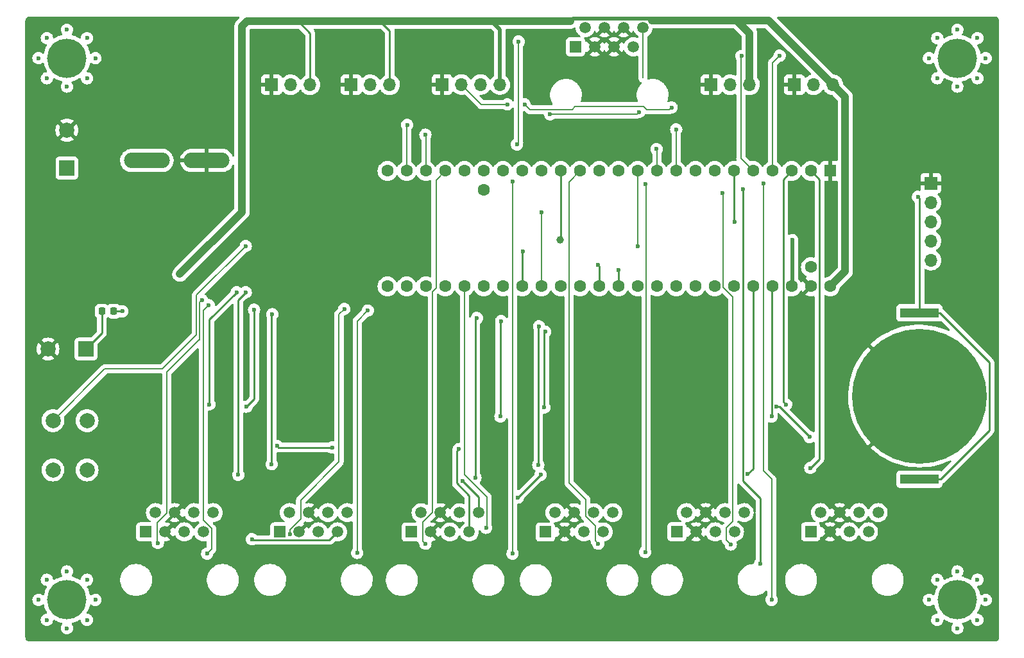
<source format=gtl>
G04 #@! TF.GenerationSoftware,KiCad,Pcbnew,6.0.5-a6ca702e91~116~ubuntu20.04.1*
G04 #@! TF.CreationDate,2022-06-20T15:39:49-06:00*
G04 #@! TF.ProjectId,colordance-brain,636f6c6f-7264-4616-9e63-652d62726169,rev?*
G04 #@! TF.SameCoordinates,Original*
G04 #@! TF.FileFunction,Copper,L1,Top*
G04 #@! TF.FilePolarity,Positive*
%FSLAX46Y46*%
G04 Gerber Fmt 4.6, Leading zero omitted, Abs format (unit mm)*
G04 Created by KiCad (PCBNEW 6.0.5-a6ca702e91~116~ubuntu20.04.1) date 2022-06-20 15:39:49*
%MOMM*%
%LPD*%
G01*
G04 APERTURE LIST*
G04 Aperture macros list*
%AMRoundRect*
0 Rectangle with rounded corners*
0 $1 Rounding radius*
0 $2 $3 $4 $5 $6 $7 $8 $9 X,Y pos of 4 corners*
0 Add a 4 corners polygon primitive as box body*
4,1,4,$2,$3,$4,$5,$6,$7,$8,$9,$2,$3,0*
0 Add four circle primitives for the rounded corners*
1,1,$1+$1,$2,$3*
1,1,$1+$1,$4,$5*
1,1,$1+$1,$6,$7*
1,1,$1+$1,$8,$9*
0 Add four rect primitives between the rounded corners*
20,1,$1+$1,$2,$3,$4,$5,0*
20,1,$1+$1,$4,$5,$6,$7,0*
20,1,$1+$1,$6,$7,$8,$9,0*
20,1,$1+$1,$8,$9,$2,$3,0*%
G04 Aperture macros list end*
G04 #@! TA.AperFunction,ComponentPad*
%ADD10C,2.000000*%
G04 #@! TD*
G04 #@! TA.AperFunction,ComponentPad*
%ADD11R,1.500000X1.500000*%
G04 #@! TD*
G04 #@! TA.AperFunction,ComponentPad*
%ADD12C,1.500000*%
G04 #@! TD*
G04 #@! TA.AperFunction,ComponentPad*
%ADD13R,1.700000X1.700000*%
G04 #@! TD*
G04 #@! TA.AperFunction,ComponentPad*
%ADD14O,1.700000X1.700000*%
G04 #@! TD*
G04 #@! TA.AperFunction,ComponentPad*
%ADD15R,2.000000X2.000000*%
G04 #@! TD*
G04 #@! TA.AperFunction,SMDPad,CuDef*
%ADD16RoundRect,0.218750X0.218750X0.256250X-0.218750X0.256250X-0.218750X-0.256250X0.218750X-0.256250X0*%
G04 #@! TD*
G04 #@! TA.AperFunction,ComponentPad*
%ADD17R,1.600000X1.600000*%
G04 #@! TD*
G04 #@! TA.AperFunction,ComponentPad*
%ADD18C,1.600000*%
G04 #@! TD*
G04 #@! TA.AperFunction,ComponentPad*
%ADD19O,6.030000X2.070000*%
G04 #@! TD*
G04 #@! TA.AperFunction,ComponentPad*
%ADD20C,0.600000*%
G04 #@! TD*
G04 #@! TA.AperFunction,ComponentPad*
%ADD21C,5.200000*%
G04 #@! TD*
G04 #@! TA.AperFunction,SMDPad,CuDef*
%ADD22R,5.080000X1.270000*%
G04 #@! TD*
G04 #@! TA.AperFunction,SMDPad,CuDef*
%ADD23C,17.800000*%
G04 #@! TD*
G04 #@! TA.AperFunction,ViaPad*
%ADD24C,1.000000*%
G04 #@! TD*
G04 #@! TA.AperFunction,ViaPad*
%ADD25C,0.600000*%
G04 #@! TD*
G04 #@! TA.AperFunction,Conductor*
%ADD26C,1.000000*%
G04 #@! TD*
G04 #@! TA.AperFunction,Conductor*
%ADD27C,0.500000*%
G04 #@! TD*
G04 #@! TA.AperFunction,Conductor*
%ADD28C,0.200000*%
G04 #@! TD*
G04 #@! TA.AperFunction,Conductor*
%ADD29C,0.250000*%
G04 #@! TD*
G04 APERTURE END LIST*
D10*
G04 #@! TO.P,SW1,1,A*
G04 #@! TO.N,Net-(R9-Pad1)*
X23650000Y-106850000D03*
X23650000Y-100350000D03*
G04 #@! TO.P,SW1,2,B*
G04 #@! TO.N,/SW_BUILTIN*
X19150000Y-106850000D03*
X19150000Y-100350000D03*
G04 #@! TD*
D11*
G04 #@! TO.P,J8,1*
G04 #@! TO.N,/INTERFACE_A*
X88117500Y-51000000D03*
D12*
G04 #@! TO.P,J8,2*
G04 #@! TO.N,/INTERFACE_B*
X89387500Y-48460000D03*
G04 #@! TO.P,J8,3*
G04 #@! TO.N,GND*
X90657500Y-51000000D03*
G04 #@! TO.P,J8,4*
X91927500Y-48460000D03*
G04 #@! TO.P,J8,5*
X93197500Y-51000000D03*
G04 #@! TO.P,J8,6*
X94467500Y-48460000D03*
G04 #@! TO.P,J8,7*
G04 #@! TO.N,/INTERFACE_Z*
X95737500Y-51000000D03*
G04 #@! TO.P,J8,8*
G04 #@! TO.N,/INTERFACE_Y*
X97007500Y-48460000D03*
G04 #@! TD*
D13*
G04 #@! TO.P,J2,1,Pin_1*
G04 #@! TO.N,GND*
X70500000Y-55975000D03*
D14*
G04 #@! TO.P,J2,2,Pin_2*
G04 #@! TO.N,Net-(J2-Pad2)*
X73040000Y-55975000D03*
G04 #@! TO.P,J2,3,Pin_3*
G04 #@! TO.N,Net-(J2-Pad3)*
X75580000Y-55975000D03*
G04 #@! TO.P,J2,4,Pin_4*
G04 #@! TO.N,+5V*
X78120000Y-55975000D03*
G04 #@! TD*
D15*
G04 #@! TO.P,C2,1*
G04 #@! TO.N,+12V*
X21000000Y-67000000D03*
D10*
G04 #@! TO.P,C2,2*
G04 #@! TO.N,GND*
X21000000Y-62000000D03*
G04 #@! TD*
D15*
G04 #@! TO.P,C14,1*
G04 #@! TO.N,+5V*
X23500000Y-90900000D03*
D10*
G04 #@! TO.P,C14,2*
G04 #@! TO.N,GND*
X18500000Y-90900000D03*
G04 #@! TD*
D16*
G04 #@! TO.P,D1,1,K*
G04 #@! TO.N,Net-(D1-Pad1)*
X27187500Y-85900000D03*
G04 #@! TO.P,D1,2,A*
G04 #@! TO.N,+5V*
X25612500Y-85900000D03*
G04 #@! TD*
D13*
G04 #@! TO.P,J3,1,Pin_1*
G04 #@! TO.N,GND*
X48000000Y-56000000D03*
D14*
G04 #@! TO.P,J3,2,Pin_2*
G04 #@! TO.N,Net-(J3-Pad2)*
X50540000Y-56000000D03*
G04 #@! TO.P,J3,3,Pin_3*
G04 #@! TO.N,+5V*
X53080000Y-56000000D03*
G04 #@! TD*
D13*
G04 #@! TO.P,J6,1,Pin_1*
G04 #@! TO.N,GND*
X58500000Y-56000000D03*
D14*
G04 #@! TO.P,J6,2,Pin_2*
G04 #@! TO.N,Net-(J6-Pad2)*
X61040000Y-56000000D03*
G04 #@! TO.P,J6,3,Pin_3*
G04 #@! TO.N,+5V*
X63580000Y-56000000D03*
G04 #@! TD*
D13*
G04 #@! TO.P,J5,1,Pin_1*
G04 #@! TO.N,GND*
X117000000Y-56000000D03*
D14*
G04 #@! TO.P,J5,2,Pin_2*
G04 #@! TO.N,Net-(J5-Pad2)*
X119540000Y-56000000D03*
G04 #@! TO.P,J5,3,Pin_3*
G04 #@! TO.N,+5V*
X122080000Y-56000000D03*
G04 #@! TD*
D13*
G04 #@! TO.P,J7,1,Pin_1*
G04 #@! TO.N,GND*
X135000000Y-69000000D03*
D14*
G04 #@! TO.P,J7,2,Pin_2*
G04 #@! TO.N,AUX0*
X135000000Y-71540000D03*
G04 #@! TO.P,J7,3,Pin_3*
G04 #@! TO.N,AUX1*
X135000000Y-74080000D03*
G04 #@! TO.P,J7,4,Pin_4*
G04 #@! TO.N,+3V3*
X135000000Y-76620000D03*
G04 #@! TO.P,J7,5,Pin_5*
G04 #@! TO.N,+5V*
X135000000Y-79160000D03*
G04 #@! TD*
D11*
G04 #@! TO.P,J11,1*
G04 #@! TO.N,/sheet6087EBF5/LED1_Y*
X119145000Y-115031924D03*
D12*
G04 #@! TO.P,J11,2*
G04 #@! TO.N,/sheet6087EBF5/LED1_Z*
X120415000Y-112491924D03*
G04 #@! TO.P,J11,3*
G04 #@! TO.N,GND*
X121685000Y-115031924D03*
G04 #@! TO.P,J11,4*
X122955000Y-112491924D03*
G04 #@! TO.P,J11,5*
G04 #@! TO.N,Net-(J11-Pad5)*
X124225000Y-115031924D03*
G04 #@! TO.P,J11,6*
G04 #@! TO.N,Net-(J11-Pad6)*
X125495000Y-112491924D03*
G04 #@! TO.P,J11,7*
G04 #@! TO.N,/sheet6087EBF5/LED2_Y*
X126765000Y-115031924D03*
G04 #@! TO.P,J11,8*
G04 #@! TO.N,/sheet6087EBF5/LED2_Z*
X128035000Y-112491924D03*
G04 #@! TD*
D11*
G04 #@! TO.P,J13,1*
G04 #@! TO.N,/sheet6087FA83/LED1_Y*
X66455000Y-115041924D03*
D12*
G04 #@! TO.P,J13,2*
G04 #@! TO.N,/sheet6087FA83/LED1_Z*
X67725000Y-112501924D03*
G04 #@! TO.P,J13,3*
G04 #@! TO.N,GND*
X68995000Y-115041924D03*
G04 #@! TO.P,J13,4*
X70265000Y-112501924D03*
G04 #@! TO.P,J13,5*
G04 #@! TO.N,Net-(J13-Pad5)*
X71535000Y-115041924D03*
G04 #@! TO.P,J13,6*
G04 #@! TO.N,Net-(J13-Pad6)*
X72805000Y-112501924D03*
G04 #@! TO.P,J13,7*
G04 #@! TO.N,/sheet6087FA83/LED2_Y*
X74075000Y-115041924D03*
G04 #@! TO.P,J13,8*
G04 #@! TO.N,/sheet6087FA83/LED2_Z*
X75345000Y-112501924D03*
G04 #@! TD*
D17*
G04 #@! TO.P,U4,1,GND*
G04 #@! TO.N,GND*
X121710000Y-67380000D03*
D18*
G04 #@! TO.P,U4,2,0_RX1_CRX2_CS1*
G04 #@! TO.N,POLE5_LED1*
X119170000Y-67380000D03*
G04 #@! TO.P,U4,3,1_TX1_CTX2_MISO1*
G04 #@! TO.N,POLE5_LED0*
X116630000Y-67380000D03*
G04 #@! TO.P,U4,4,2_OUT2*
G04 #@! TO.N,LOCAL_PIR1*
X114090000Y-67380000D03*
G04 #@! TO.P,U4,5,3_LRCLK2*
G04 #@! TO.N,LOCAL_PIR0*
X111550000Y-67380000D03*
G04 #@! TO.P,U4,6,4_BCLK2*
G04 #@! TO.N,AUX1*
X109010000Y-67380000D03*
G04 #@! TO.P,U4,7,5_IN2*
G04 #@! TO.N,POLE5_PIR0*
X106470000Y-67380000D03*
G04 #@! TO.P,U4,8,6_OUT1D*
G04 #@! TO.N,POLE5_PIR1*
X103930000Y-67380000D03*
G04 #@! TO.P,U4,9,7_RX2_OUT1A*
G04 #@! TO.N,/AUX_SERIAL_IN*
X101390000Y-67380000D03*
G04 #@! TO.P,U4,10,8_TX2_IN1*
G04 #@! TO.N,/AUX_SERIAL_OUT*
X98850000Y-67380000D03*
G04 #@! TO.P,U4,11,9_OUT1C*
G04 #@! TO.N,/SW_BUILTIN*
X96310000Y-67380000D03*
G04 #@! TO.P,U4,12,10_CS_MQSR*
G04 #@! TO.N,POLE4_PIR0*
X93770000Y-67380000D03*
G04 #@! TO.P,U4,13,11_MOSI_CTX1*
G04 #@! TO.N,POLE4_PIR1*
X91230000Y-67380000D03*
G04 #@! TO.P,U4,14,12_MISO_MQSL*
G04 #@! TO.N,POLE3_PIR0*
X88690000Y-67380000D03*
G04 #@! TO.P,U4,15,3V3*
G04 #@! TO.N,+3V3*
X86150000Y-67380000D03*
G04 #@! TO.P,U4,16,24_A10_TX6_SCL2*
G04 #@! TO.N,LOCAL_LED_1*
X83610000Y-67380000D03*
G04 #@! TO.P,U4,17,25_A11_RX6_SDA2*
G04 #@! TO.N,LOCAL_LED_0*
X81070000Y-67380000D03*
G04 #@! TO.P,U4,18,26_A12_MOSI1*
G04 #@! TO.N,unconnected-(U4-Pad18)*
X78530000Y-67380000D03*
G04 #@! TO.P,U4,19,27_A13_SCK1*
G04 #@! TO.N,unconnected-(U4-Pad19)*
X75990000Y-67380000D03*
G04 #@! TO.P,U4,20,28_RX7*
G04 #@! TO.N,POLE3_PIR1*
X73450000Y-67380000D03*
G04 #@! TO.P,U4,21,29_TX7*
G04 #@! TO.N,POLE2_PIR1*
X70910000Y-67380000D03*
G04 #@! TO.P,U4,22,30_CRX3*
G04 #@! TO.N,/INTERFACE_IN*
X68370000Y-67380000D03*
G04 #@! TO.P,U4,23,31_CTX3*
G04 #@! TO.N,/INTERFACE_OUT*
X65830000Y-67380000D03*
G04 #@! TO.P,U4,24,32_OUT1B*
G04 #@! TO.N,unconnected-(U4-Pad24)*
X63290000Y-67380000D03*
G04 #@! TO.P,U4,25,33_MCLK2*
G04 #@! TO.N,POLE0_PIR1*
X63290000Y-82620000D03*
G04 #@! TO.P,U4,26,34_RX8*
G04 #@! TO.N,POLE0_PIR0*
X65830000Y-82620000D03*
G04 #@! TO.P,U4,27,35_TX8*
G04 #@! TO.N,POLE1_PIR1*
X68370000Y-82620000D03*
G04 #@! TO.P,U4,28,36_CS*
G04 #@! TO.N,POLE1_PIR0*
X70910000Y-82620000D03*
G04 #@! TO.P,U4,29,37_CS*
G04 #@! TO.N,POLE2_PIR0*
X73450000Y-82620000D03*
G04 #@! TO.P,U4,30,38_CS1_IN1*
G04 #@! TO.N,unconnected-(U4-Pad30)*
X75990000Y-82620000D03*
G04 #@! TO.P,U4,31,39_MISO1_OUT1A*
G04 #@! TO.N,unconnected-(U4-Pad31)*
X78530000Y-82620000D03*
G04 #@! TO.P,U4,32,40_A16*
G04 #@! TO.N,AUX0*
X81070000Y-82620000D03*
G04 #@! TO.P,U4,33,41_A17*
G04 #@! TO.N,BATT_DIV*
X83610000Y-82620000D03*
G04 #@! TO.P,U4,34,GND*
G04 #@! TO.N,unconnected-(U4-Pad34)*
X86150000Y-82620000D03*
G04 #@! TO.P,U4,35,13_SCK_LED*
G04 #@! TO.N,unconnected-(U4-Pad35)*
X88690000Y-82620000D03*
G04 #@! TO.P,U4,36,14_A0_TX3_SPDIF_OUT*
G04 #@! TO.N,POLE0_LED1*
X91230000Y-82620000D03*
G04 #@! TO.P,U4,37,15_A1_RX3_SPDIF_IN*
G04 #@! TO.N,POLE0_LED0*
X93770000Y-82620000D03*
G04 #@! TO.P,U4,38,16_A2_RX4_SCL1*
G04 #@! TO.N,POLE1_LED0*
X96310000Y-82620000D03*
G04 #@! TO.P,U4,39,17_A3_TX4_SDA1*
G04 #@! TO.N,POLE1_LED1*
X98850000Y-82620000D03*
G04 #@! TO.P,U4,40,18_A4_SDA*
G04 #@! TO.N,POLE2_LED0*
X101390000Y-82620000D03*
G04 #@! TO.P,U4,41,19_A5_SCL*
G04 #@! TO.N,POLE2_LED1*
X103930000Y-82620000D03*
G04 #@! TO.P,U4,42,20_A6_TX5_LRCLK1*
G04 #@! TO.N,POLE3_LED1*
X106470000Y-82620000D03*
G04 #@! TO.P,U4,43,21_A7_RX5_BCLK1*
G04 #@! TO.N,POLE3_LED0*
X109010000Y-82620000D03*
G04 #@! TO.P,U4,44,22_A8_CTX1*
G04 #@! TO.N,POLE4_LED0*
X111550000Y-82620000D03*
G04 #@! TO.P,U4,45,23_A9_CRX1_MCLK1*
G04 #@! TO.N,POLE4_LED1*
X114090000Y-82620000D03*
G04 #@! TO.P,U4,46,3V3*
G04 #@! TO.N,+3V3*
X116630000Y-82620000D03*
G04 #@! TO.P,U4,47,GND*
G04 #@! TO.N,GND*
X119170000Y-82620000D03*
G04 #@! TO.P,U4,48,VIN*
G04 #@! TO.N,+5V*
X121710000Y-82620000D03*
G04 #@! TO.P,U4,49,VUSB*
G04 #@! TO.N,unconnected-(U4-Pad49)*
X119170000Y-80080000D03*
G04 #@! TO.P,U4,50,VBAT*
G04 #@! TO.N,Net-(BT1-Pad1)*
X75990000Y-69920000D03*
G04 #@! TD*
D11*
G04 #@! TO.P,J12,1*
G04 #@! TO.N,/sheet6087EBF5/LED4_Y*
X101465000Y-115031924D03*
D12*
G04 #@! TO.P,J12,2*
G04 #@! TO.N,/sheet6087EBF5/LED4_Z*
X102735000Y-112491924D03*
G04 #@! TO.P,J12,3*
G04 #@! TO.N,GND*
X104005000Y-115031924D03*
G04 #@! TO.P,J12,4*
X105275000Y-112491924D03*
G04 #@! TO.P,J12,5*
G04 #@! TO.N,Net-(J12-Pad5)*
X106545000Y-115031924D03*
G04 #@! TO.P,J12,6*
G04 #@! TO.N,Net-(J12-Pad6)*
X107815000Y-112491924D03*
G04 #@! TO.P,J12,7*
G04 #@! TO.N,/sheet6087EBF5/LED3_Y*
X109085000Y-115031924D03*
G04 #@! TO.P,J12,8*
G04 #@! TO.N,/sheet6087EBF5/LED3_Z*
X110355000Y-112491924D03*
G04 #@! TD*
D11*
G04 #@! TO.P,J9,1*
G04 #@! TO.N,/rs422_output/LED1_Y*
X49085000Y-115031924D03*
D12*
G04 #@! TO.P,J9,2*
G04 #@! TO.N,/rs422_output/LED1_Z*
X50355000Y-112491924D03*
G04 #@! TO.P,J9,3*
G04 #@! TO.N,GND*
X51625000Y-115031924D03*
G04 #@! TO.P,J9,4*
X52895000Y-112491924D03*
G04 #@! TO.P,J9,5*
G04 #@! TO.N,Net-(J9-Pad5)*
X54165000Y-115031924D03*
G04 #@! TO.P,J9,6*
G04 #@! TO.N,Net-(J9-Pad6)*
X55435000Y-112491924D03*
G04 #@! TO.P,J9,7*
G04 #@! TO.N,/rs422_output/LED2_Y*
X56705000Y-115031924D03*
G04 #@! TO.P,J9,8*
G04 #@! TO.N,/rs422_output/LED2_Z*
X57975000Y-112491924D03*
G04 #@! TD*
D11*
G04 #@! TO.P,J10,1*
G04 #@! TO.N,/rs422_output/LED4_Y*
X31405000Y-115031924D03*
D12*
G04 #@! TO.P,J10,2*
G04 #@! TO.N,/rs422_output/LED4_Z*
X32675000Y-112491924D03*
G04 #@! TO.P,J10,3*
G04 #@! TO.N,GND*
X33945000Y-115031924D03*
G04 #@! TO.P,J10,4*
X35215000Y-112491924D03*
G04 #@! TO.P,J10,5*
G04 #@! TO.N,Net-(J10-Pad5)*
X36485000Y-115031924D03*
G04 #@! TO.P,J10,6*
G04 #@! TO.N,Net-(J10-Pad6)*
X37755000Y-112491924D03*
G04 #@! TO.P,J10,7*
G04 #@! TO.N,/rs422_output/LED3_Y*
X39025000Y-115031924D03*
G04 #@! TO.P,J10,8*
G04 #@! TO.N,/rs422_output/LED3_Z*
X40295000Y-112491924D03*
G04 #@! TD*
D19*
G04 #@! TO.P,J1,1*
G04 #@! TO.N,+12V*
X31550000Y-66000000D03*
G04 #@! TO.P,J1,2*
G04 #@! TO.N,GND*
X39450000Y-66000000D03*
G04 #@! TD*
D11*
G04 #@! TO.P,J14,1*
G04 #@! TO.N,/sheet6087FA83/LED4_Y*
X84135000Y-115041924D03*
D12*
G04 #@! TO.P,J14,2*
G04 #@! TO.N,/sheet6087FA83/LED4_Z*
X85405000Y-112501924D03*
G04 #@! TO.P,J14,3*
G04 #@! TO.N,GND*
X86675000Y-115041924D03*
G04 #@! TO.P,J14,4*
X87945000Y-112501924D03*
G04 #@! TO.P,J14,5*
G04 #@! TO.N,Net-(J14-Pad5)*
X89215000Y-115041924D03*
G04 #@! TO.P,J14,6*
G04 #@! TO.N,Net-(J14-Pad6)*
X90485000Y-112501924D03*
G04 #@! TO.P,J14,7*
G04 #@! TO.N,/sheet6087FA83/LED3_Y*
X91755000Y-115041924D03*
G04 #@! TO.P,J14,8*
G04 #@! TO.N,/sheet6087FA83/LED3_Z*
X93025000Y-112501924D03*
G04 #@! TD*
D20*
G04 #@! TO.P,H1,*
G04 #@! TO.N,*
X23650000Y-49850000D03*
X18350000Y-49850000D03*
X24750000Y-52500000D03*
X17250000Y-52500000D03*
X23650000Y-55150000D03*
X21000000Y-48750000D03*
D21*
X21000000Y-52500000D03*
D20*
X18350000Y-55150000D03*
X21000000Y-56250000D03*
G04 #@! TD*
G04 #@! TO.P,H2,*
G04 #@! TO.N,*
X135850000Y-126650000D03*
D21*
X138500000Y-124000000D03*
D20*
X141150000Y-126650000D03*
X142250000Y-124000000D03*
X138500000Y-127750000D03*
X141150000Y-121350000D03*
X135850000Y-121350000D03*
X134750000Y-124000000D03*
X138500000Y-120250000D03*
G04 #@! TD*
D21*
G04 #@! TO.P,H3,*
G04 #@! TO.N,*
X138500000Y-52500000D03*
D20*
X138500000Y-56250000D03*
X135850000Y-49850000D03*
X141150000Y-49850000D03*
X142250000Y-52500000D03*
X134750000Y-52500000D03*
X135850000Y-55150000D03*
X138500000Y-48750000D03*
X141150000Y-55150000D03*
G04 #@! TD*
G04 #@! TO.P,H4,*
G04 #@! TO.N,*
X24750000Y-124000000D03*
X23650000Y-126650000D03*
X23650000Y-121350000D03*
D21*
X21000000Y-124000000D03*
D20*
X18350000Y-126650000D03*
X18350000Y-121350000D03*
X21000000Y-127750000D03*
X17250000Y-124000000D03*
X21000000Y-120250000D03*
G04 #@! TD*
D13*
G04 #@! TO.P,J4,1,Pin_1*
G04 #@! TO.N,GND*
X106000000Y-56000000D03*
D14*
G04 #@! TO.P,J4,2,Pin_2*
G04 #@! TO.N,Net-(J4-Pad2)*
X108540000Y-56000000D03*
G04 #@! TO.P,J4,3,Pin_3*
G04 #@! TO.N,+5V*
X111080000Y-56000000D03*
G04 #@! TD*
D22*
G04 #@! TO.P,BT1,1,+*
G04 #@! TO.N,Net-(BT1-Pad1)*
X133500000Y-108085000D03*
X133500000Y-86115000D03*
D23*
G04 #@! TO.P,BT1,2,-*
G04 #@! TO.N,GND*
X133500000Y-97100000D03*
G04 #@! TD*
D24*
G04 #@! TO.N,GND*
X82200000Y-49300000D03*
X42300000Y-87100000D03*
X41300000Y-92900000D03*
X47500000Y-75600000D03*
X41000000Y-78500000D03*
X66600000Y-50100000D03*
X67200000Y-59500000D03*
X83000000Y-63000000D03*
X98200000Y-61600000D03*
X105500000Y-64600000D03*
X111800000Y-62900000D03*
X118400000Y-62200000D03*
X128300000Y-68300000D03*
X117800000Y-69500000D03*
X123900000Y-87700000D03*
X118100000Y-91100000D03*
X104000000Y-90900000D03*
X92700000Y-90900000D03*
X85500000Y-90900000D03*
X81200000Y-90700000D03*
X76600000Y-90100000D03*
X71500000Y-89900000D03*
X63900000Y-90000000D03*
X52400000Y-89700000D03*
X32100000Y-127500000D03*
X49500000Y-127500000D03*
X67100000Y-128100000D03*
X86500000Y-127800000D03*
X101700000Y-127300000D03*
X126600000Y-128100000D03*
X142400000Y-115600000D03*
X142600000Y-62500000D03*
X132400000Y-48200000D03*
X34300000Y-48900000D03*
X16900000Y-115600000D03*
X82800000Y-56600000D03*
G04 #@! TO.N,+3V3*
X86100000Y-76500000D03*
G04 #@! TO.N,+5V*
X35900000Y-81000000D03*
D25*
G04 #@! TO.N,Net-(J2-Pad2)*
X79100000Y-58600000D03*
X100800000Y-59000000D03*
X81400000Y-58600000D03*
G04 #@! TO.N,/SW_BUILTIN*
X96300000Y-77300000D03*
X44600000Y-77300000D03*
G04 #@! TO.N,POLE5_PIR0*
X112900000Y-69000000D03*
X114000000Y-124000000D03*
G04 #@! TO.N,POLE5_PIR1*
X112500000Y-119200000D03*
G04 #@! TO.N,POLE4_PIR0*
X107500000Y-70300000D03*
X108600000Y-116700000D03*
G04 #@! TO.N,POLE4_PIR1*
X97300000Y-117700000D03*
X97336015Y-69079011D03*
G04 #@! TO.N,POLE3_PIR0*
X91100000Y-116600000D03*
G04 #@! TO.N,POLE3_PIR1*
X79800000Y-117900000D03*
X79800000Y-68800000D03*
G04 #@! TO.N,BATT_DIV*
X83600000Y-72800000D03*
G04 #@! TO.N,POLE2_PIR0*
X76300000Y-114500000D03*
G04 #@! TO.N,POLE2_PIR1*
X68300000Y-116600000D03*
G04 #@! TO.N,POLE1_PIR0*
X59300000Y-117800000D03*
X60700000Y-85800000D03*
G04 #@! TO.N,POLE1_PIR1*
X57600000Y-85600000D03*
X50424881Y-115379733D03*
G04 #@! TO.N,POLE0_PIR0*
X39700000Y-85100000D03*
X39500000Y-117900000D03*
G04 #@! TO.N,POLE0_PIR1*
X38800000Y-84400000D03*
X33000000Y-116500000D03*
G04 #@! TO.N,/AUX_SERIAL_OUT*
X80600000Y-50300000D03*
X98800000Y-64500000D03*
X80368662Y-63879285D03*
G04 #@! TO.N,/AUX_SERIAL_IN*
X101400000Y-61900000D03*
G04 #@! TO.N,LOCAL_PIR0*
X110000000Y-52200000D03*
G04 #@! TO.N,LOCAL_PIR1*
X115049500Y-52170023D03*
G04 #@! TO.N,/INTERFACE_Y*
X96500000Y-59600000D03*
X84759103Y-59899021D03*
G04 #@! TO.N,/INTERFACE_IN*
X68300000Y-62600000D03*
G04 #@! TO.N,/INTERFACE_OUT*
X65900000Y-61300000D03*
G04 #@! TO.N,Net-(BT1-Pad1)*
X133300000Y-70800000D03*
G04 #@! TO.N,GND*
X46900000Y-96100000D03*
X119100000Y-108400000D03*
X104200000Y-108400000D03*
X126000000Y-104000000D03*
X91000000Y-100000000D03*
X54400000Y-63300000D03*
X91000000Y-104000000D03*
X65000000Y-62800000D03*
X68000000Y-100000000D03*
X33000000Y-104000000D03*
X68000000Y-104000000D03*
X126000000Y-100500000D03*
X55000000Y-100000000D03*
X104000000Y-100500000D03*
X33000000Y-100000000D03*
X76400000Y-95900000D03*
X55000000Y-102000000D03*
X104000000Y-104000000D03*
G04 #@! TO.N,+5V*
X80500000Y-110500000D03*
X83500000Y-107500000D03*
X114625010Y-98500000D03*
X119000000Y-102500000D03*
G04 #@! TO.N,+3V3*
X116700000Y-76500000D03*
G04 #@! TO.N,POLE5_PIR1*
X110200000Y-69800000D03*
G04 #@! TO.N,Net-(D1-Pad1)*
X28300000Y-85900000D03*
G04 #@! TO.N,/rs422_output/LED2_Z*
X56000000Y-103900000D03*
X48725010Y-103700000D03*
G04 #@! TO.N,/rs422_output/LED2_Y*
X45400000Y-116000000D03*
G04 #@! TO.N,/sheet6087FA83/LED2_Z*
X73225010Y-108315248D03*
G04 #@! TO.N,/sheet6087FA83/LED2_Y*
X72700000Y-104100000D03*
G04 #@! TO.N,AUX1*
X109100000Y-74100000D03*
G04 #@! TO.N,AUX0*
X81200000Y-78000000D03*
G04 #@! TO.N,POLE1_LED1*
X48100000Y-86300000D03*
X48000000Y-106100000D03*
G04 #@! TO.N,POLE1_LED0*
X44700000Y-98500000D03*
X45700000Y-85700000D03*
G04 #@! TO.N,POLE0_LED0*
X93800000Y-80500000D03*
X44600000Y-83400000D03*
X43600000Y-107500000D03*
G04 #@! TO.N,POLE0_LED1*
X91100000Y-79800000D03*
X39800000Y-98200000D03*
X43400000Y-83400000D03*
G04 #@! TO.N,POLE3_LED0*
X84100000Y-88600000D03*
X84000000Y-98600000D03*
G04 #@! TO.N,POLE3_LED1*
X83300000Y-87900000D03*
X83200000Y-106200000D03*
G04 #@! TO.N,POLE4_LED1*
X114000000Y-99800000D03*
G04 #@! TO.N,POLE4_LED0*
X110825010Y-107400000D03*
G04 #@! TO.N,POLE2_LED1*
X78300000Y-87200000D03*
X78200000Y-99800000D03*
G04 #@! TO.N,POLE2_LED0*
X75100000Y-86800000D03*
X74900000Y-107900000D03*
G04 #@! TO.N,POLE5_LED0*
X115900000Y-98200000D03*
G04 #@! TO.N,POLE5_LED1*
X119100000Y-106600000D03*
G04 #@! TD*
D26*
G04 #@! TO.N,+5V*
X87400000Y-47600000D02*
X77000000Y-47600000D01*
X77000000Y-47600000D02*
X69200000Y-47600000D01*
D27*
X78120000Y-55975000D02*
X78120000Y-48720000D01*
X78120000Y-48720000D02*
X77000000Y-47600000D01*
D28*
G04 #@! TO.N,Net-(J2-Pad2)*
X79100000Y-58600000D02*
X75665000Y-58600000D01*
X75665000Y-58600000D02*
X73040000Y-55975000D01*
G04 #@! TO.N,LOCAL_PIR1*
X114090000Y-53129523D02*
X115049500Y-52170023D01*
X114090000Y-67380000D02*
X114090000Y-53129523D01*
D29*
G04 #@! TO.N,+3V3*
X86100000Y-76500000D02*
X86150000Y-76450000D01*
X86150000Y-76450000D02*
X86150000Y-67380000D01*
D28*
G04 #@! TO.N,/AUX_SERIAL_OUT*
X80600000Y-63647947D02*
X80368662Y-63879285D01*
X80600000Y-50300000D02*
X80600000Y-63647947D01*
D26*
G04 #@! TO.N,+5V*
X69200000Y-47600000D02*
X62300000Y-47600000D01*
X62300000Y-47600000D02*
X51500000Y-47600000D01*
D29*
X63580000Y-56000000D02*
X63580000Y-48880000D01*
X63580000Y-48880000D02*
X62300000Y-47600000D01*
X53080000Y-49180000D02*
X51500000Y-47600000D01*
D26*
X51500000Y-47600000D02*
X44800000Y-47600000D01*
D29*
X53080000Y-56000000D02*
X53080000Y-49180000D01*
D26*
X98200000Y-47500000D02*
X109400000Y-47500000D01*
X109400000Y-47500000D02*
X113580000Y-47500000D01*
X111080000Y-56000000D02*
X111080000Y-49180000D01*
X111080000Y-49180000D02*
X109400000Y-47500000D01*
X113580000Y-47500000D02*
X122080000Y-56000000D01*
D27*
X87400000Y-47600000D02*
X87739511Y-47260489D01*
X87739511Y-47260489D02*
X97960489Y-47260489D01*
X97960489Y-47260489D02*
X98200000Y-47500000D01*
D26*
X44800000Y-47600000D02*
X44100000Y-48300000D01*
X44100000Y-48300000D02*
X44100000Y-72800000D01*
X44100000Y-72800000D02*
X35900000Y-81000000D01*
D28*
G04 #@! TO.N,Net-(J2-Pad2)*
X87655019Y-59299521D02*
X82099521Y-59299521D01*
X100800000Y-59000000D02*
X100500479Y-59299521D01*
X88054540Y-58900000D02*
X87655019Y-59299521D01*
X82099521Y-59299521D02*
X81400000Y-58600000D01*
G04 #@! TO.N,/INTERFACE_Y*
X96200979Y-59899021D02*
X84759103Y-59899021D01*
G04 #@! TO.N,Net-(J2-Pad2)*
X97070460Y-58900000D02*
X88054540Y-58900000D01*
G04 #@! TO.N,/INTERFACE_Y*
X96500000Y-59600000D02*
X96200979Y-59899021D01*
G04 #@! TO.N,Net-(J2-Pad2)*
X97469981Y-59299521D02*
X97070460Y-58900000D01*
X100500479Y-59299521D02*
X97469981Y-59299521D01*
G04 #@! TO.N,POLE0_PIR1*
X38499511Y-89600489D02*
X38499511Y-84700489D01*
X38400000Y-89700000D02*
X38499511Y-89600489D01*
G04 #@! TO.N,/SW_BUILTIN*
X33600000Y-93500000D02*
X37600000Y-89500000D01*
X38100000Y-89000000D02*
X38100000Y-83800000D01*
G04 #@! TO.N,POLE0_PIR1*
X38499511Y-84700489D02*
X38800000Y-84400000D01*
G04 #@! TO.N,/SW_BUILTIN*
X26000000Y-93500000D02*
X33600000Y-93500000D01*
X38100000Y-83800000D02*
X44600000Y-77300000D01*
X25900000Y-93600000D02*
X26000000Y-93500000D01*
X19150000Y-100350000D02*
X25900000Y-93600000D01*
X37600000Y-89500000D02*
X38100000Y-89000000D01*
X96300000Y-77300000D02*
X96310000Y-77290000D01*
X96310000Y-77290000D02*
X96310000Y-67380000D01*
G04 #@! TO.N,POLE5_PIR0*
X112900000Y-107000000D02*
X112900000Y-69000000D01*
X114000000Y-124000000D02*
X114000000Y-108100000D01*
X114000000Y-108100000D02*
X112900000Y-107000000D01*
D29*
G04 #@! TO.N,POLE5_PIR1*
X112500000Y-119200000D02*
X112500000Y-110600000D01*
X112500000Y-110600000D02*
X110200000Y-108300000D01*
X110200000Y-108300000D02*
X110200000Y-69800000D01*
D28*
G04 #@! TO.N,POLE4_PIR0*
X107569511Y-82734455D02*
X107569511Y-70369511D01*
X108035489Y-114464511D02*
X108864511Y-113635489D01*
X108864511Y-113635489D02*
X108864511Y-84029455D01*
G04 #@! TO.N,POLE4_PIR1*
X97300000Y-117700000D02*
X97409511Y-117590489D01*
G04 #@! TO.N,POLE4_PIR0*
X108864511Y-84029455D02*
X107569511Y-82734455D01*
X108035489Y-116135489D02*
X108035489Y-114464511D01*
G04 #@! TO.N,POLE4_PIR1*
X97409511Y-117590489D02*
X97409511Y-69152507D01*
G04 #@! TO.N,POLE4_PIR0*
X108600000Y-116700000D02*
X108035489Y-116135489D01*
G04 #@! TO.N,POLE4_PIR1*
X97409511Y-69152507D02*
X97336015Y-69079011D01*
G04 #@! TO.N,POLE4_PIR0*
X107569511Y-70369511D02*
X107500000Y-70300000D01*
G04 #@! TO.N,POLE3_PIR0*
X91100000Y-116600000D02*
X90705489Y-116205489D01*
X90705489Y-116205489D02*
X90705489Y-114206647D01*
X90705489Y-114206647D02*
X89435489Y-112936647D01*
X89435489Y-112936647D02*
X89435489Y-110735489D01*
X89435489Y-110735489D02*
X87249511Y-108549511D01*
X87249511Y-108549511D02*
X87249511Y-68820489D01*
X87249511Y-68820489D02*
X88690000Y-67380000D01*
G04 #@! TO.N,POLE3_PIR1*
X79800000Y-117900000D02*
X79800000Y-68800000D01*
G04 #@! TO.N,BATT_DIV*
X83600000Y-72800000D02*
X83610000Y-72810000D01*
X83610000Y-72810000D02*
X83610000Y-82620000D01*
G04 #@! TO.N,POLE2_PIR0*
X76300000Y-114500000D02*
X76394511Y-114405489D01*
X76394511Y-114405489D02*
X76394511Y-110394511D01*
X76394511Y-110394511D02*
X73450000Y-107450000D01*
X73450000Y-107450000D02*
X73450000Y-82620000D01*
G04 #@! TO.N,POLE2_PIR1*
X69700000Y-68590000D02*
X70910000Y-67380000D01*
X68300000Y-116600000D02*
X67945489Y-116245489D01*
X67945489Y-116245489D02*
X67945489Y-113765669D01*
X67945489Y-113765669D02*
X69215489Y-112495669D01*
X69215489Y-112495669D02*
X69215489Y-83329455D01*
X69215489Y-83329455D02*
X69700000Y-82844944D01*
X69700000Y-82844944D02*
X69700000Y-68590000D01*
G04 #@! TO.N,POLE1_PIR0*
X59300000Y-117800000D02*
X59300000Y-87200000D01*
X59300000Y-87200000D02*
X60700000Y-85800000D01*
G04 #@! TO.N,POLE1_PIR1*
X56900000Y-86300000D02*
X57600000Y-85600000D01*
X56900000Y-105800000D02*
X56900000Y-86300000D01*
X50424881Y-115379733D02*
X50424881Y-114747809D01*
X51845489Y-113327201D02*
X51845489Y-110854511D01*
X50424881Y-114747809D02*
X51845489Y-113327201D01*
X51845489Y-110854511D02*
X56900000Y-105800000D01*
G04 #@! TO.N,POLE0_PIR0*
X39700000Y-85100000D02*
X39000000Y-85800000D01*
X39000000Y-85800000D02*
X39000000Y-113522690D01*
X39000000Y-113522690D02*
X40074511Y-114597201D01*
X40074511Y-114597201D02*
X40074511Y-117325489D01*
X40074511Y-117325489D02*
X39500000Y-117900000D01*
G04 #@! TO.N,POLE0_PIR1*
X34165489Y-112534511D02*
X34165489Y-93934511D01*
X33000000Y-116500000D02*
X32895489Y-116395489D01*
X32895489Y-113804511D02*
X34165489Y-112534511D01*
X38400000Y-89700000D02*
X38500000Y-89700000D01*
X32895489Y-116395489D02*
X32895489Y-113804511D01*
X34165489Y-93934511D02*
X38400000Y-89700000D01*
G04 #@! TO.N,/AUX_SERIAL_OUT*
X98850000Y-67380000D02*
X98850000Y-64550000D01*
X98850000Y-64550000D02*
X98800000Y-64500000D01*
G04 #@! TO.N,/AUX_SERIAL_IN*
X101390000Y-67380000D02*
X101390000Y-61910000D01*
X101390000Y-61910000D02*
X101400000Y-61900000D01*
G04 #@! TO.N,LOCAL_PIR0*
X111550000Y-67380000D02*
X109930489Y-65760489D01*
X109930489Y-65760489D02*
X109930489Y-52269511D01*
X109930489Y-52269511D02*
X110000000Y-52200000D01*
G04 #@! TO.N,/INTERFACE_Y*
X97007500Y-48460000D02*
X97007500Y-55092500D01*
G04 #@! TO.N,/INTERFACE_IN*
X68370000Y-67380000D02*
X68370000Y-62670000D01*
X68370000Y-62670000D02*
X68300000Y-62600000D01*
G04 #@! TO.N,/INTERFACE_OUT*
X65830000Y-67380000D02*
X65830000Y-61370000D01*
X65830000Y-61370000D02*
X65900000Y-61300000D01*
D29*
G04 #@! TO.N,Net-(BT1-Pad1)*
X136168002Y-86115000D02*
X133500000Y-86115000D01*
X133500000Y-71000000D02*
X133300000Y-70800000D01*
X136290000Y-108085000D02*
X142725001Y-101649999D01*
X133500000Y-86115000D02*
X133500000Y-71000000D01*
X142725001Y-101649999D02*
X142725001Y-92671999D01*
X142725001Y-92671999D02*
X136168002Y-86115000D01*
X133500000Y-108085000D02*
X136290000Y-108085000D01*
G04 #@! TO.N,GND*
X58500000Y-59200000D02*
X54400000Y-63300000D01*
X58500000Y-56000000D02*
X58500000Y-59200000D01*
D26*
G04 #@! TO.N,+5V*
X122080000Y-56000000D02*
X123710001Y-57630001D01*
D29*
X119000000Y-102500000D02*
X115000000Y-98500000D01*
X115000000Y-98500000D02*
X114625010Y-98500000D01*
X23500000Y-90900000D02*
X25612500Y-88787500D01*
D26*
X123710001Y-57630001D02*
X123710001Y-80619999D01*
X123710001Y-80619999D02*
X121710000Y-82620000D01*
D29*
X25612500Y-88787500D02*
X25612500Y-85900000D01*
X80500000Y-110500000D02*
X83500000Y-107500000D01*
D27*
G04 #@! TO.N,+3V3*
X116700000Y-82550000D02*
X116630000Y-82620000D01*
X116700000Y-76500000D02*
X116700000Y-82550000D01*
D29*
G04 #@! TO.N,Net-(D1-Pad1)*
X28300000Y-85900000D02*
X27187500Y-85900000D01*
G04 #@! TO.N,/rs422_output/LED2_Z*
X56000000Y-103900000D02*
X48925010Y-103900000D01*
X48925010Y-103900000D02*
X48725010Y-103700000D01*
G04 #@! TO.N,/rs422_output/LED2_Y*
X45506925Y-116106925D02*
X45400000Y-116000000D01*
X56705000Y-115031924D02*
X55629999Y-116106925D01*
X55629999Y-116106925D02*
X45506925Y-116106925D01*
G04 #@! TO.N,/sheet6087FA83/LED2_Z*
X75345000Y-112501924D02*
X75345000Y-110435238D01*
X75345000Y-110435238D02*
X73225010Y-108315248D01*
G04 #@! TO.N,/sheet6087FA83/LED2_Y*
X74075000Y-110238589D02*
X74075000Y-115041924D01*
X72450011Y-108613600D02*
X74075000Y-110238589D01*
X72700000Y-104100000D02*
X72450011Y-104349989D01*
X72450011Y-104349989D02*
X72450011Y-108613600D01*
G04 #@! TO.N,AUX1*
X109010000Y-67380000D02*
X109010000Y-74010000D01*
X109010000Y-74010000D02*
X109100000Y-74100000D01*
G04 #@! TO.N,AUX0*
X81070000Y-78130000D02*
X81200000Y-78000000D01*
X81070000Y-82620000D02*
X81070000Y-78130000D01*
G04 #@! TO.N,POLE1_LED1*
X48000000Y-86400000D02*
X48100000Y-86300000D01*
X48000000Y-106100000D02*
X48000000Y-86400000D01*
G04 #@! TO.N,POLE1_LED0*
X44700000Y-98500000D02*
X45700000Y-97500000D01*
X45700000Y-97500000D02*
X45700000Y-85700000D01*
G04 #@! TO.N,POLE0_LED0*
X93770000Y-80530000D02*
X93800000Y-80500000D01*
X43600000Y-84400000D02*
X43600000Y-107500000D01*
X93770000Y-82620000D02*
X93770000Y-80530000D01*
X44600000Y-83400000D02*
X43600000Y-84400000D01*
G04 #@! TO.N,POLE0_LED1*
X91230000Y-82620000D02*
X91230000Y-79930000D01*
X43400000Y-83400000D02*
X39800000Y-87000000D01*
X91230000Y-79930000D02*
X91100000Y-79800000D01*
X39800000Y-87000000D02*
X39800000Y-98200000D01*
G04 #@! TO.N,POLE3_LED0*
X84000000Y-88700000D02*
X84100000Y-88600000D01*
X84000000Y-98600000D02*
X84000000Y-88700000D01*
G04 #@! TO.N,POLE3_LED1*
X83200000Y-106200000D02*
X83200000Y-88000000D01*
X83200000Y-88000000D02*
X83300000Y-87900000D01*
G04 #@! TO.N,POLE4_LED1*
X114000000Y-82710000D02*
X114090000Y-82620000D01*
X114000000Y-99800000D02*
X114000000Y-82710000D01*
G04 #@! TO.N,POLE4_LED0*
X111550000Y-82620000D02*
X111550000Y-106675010D01*
X111550000Y-106675010D02*
X110825010Y-107400000D01*
G04 #@! TO.N,POLE2_LED1*
X78200000Y-99800000D02*
X78200000Y-87300000D01*
X78200000Y-87300000D02*
X78300000Y-87200000D01*
G04 #@! TO.N,POLE2_LED0*
X74900000Y-87000000D02*
X75100000Y-86800000D01*
X74900000Y-107900000D02*
X74900000Y-87000000D01*
G04 #@! TO.N,POLE5_LED0*
X115504999Y-68505001D02*
X116630000Y-67380000D01*
X115504999Y-97804999D02*
X115504999Y-68505001D01*
X115900000Y-98200000D02*
X115504999Y-97804999D01*
G04 #@! TO.N,POLE5_LED1*
X119100000Y-106600000D02*
X120295001Y-105404999D01*
X120295001Y-68505001D02*
X119170000Y-67380000D01*
X120295001Y-105404999D02*
X120295001Y-68505001D01*
G04 #@! TD*
G04 #@! TA.AperFunction,Conductor*
G04 #@! TO.N,GND*
G36*
X43729197Y-47028502D02*
G01*
X43775690Y-47082158D01*
X43785794Y-47152432D01*
X43756300Y-47217012D01*
X43750171Y-47223595D01*
X43430621Y-47543145D01*
X43420478Y-47552247D01*
X43390975Y-47575968D01*
X43358679Y-47614456D01*
X43355536Y-47618059D01*
X43353874Y-47619892D01*
X43351691Y-47622075D01*
X43324358Y-47655349D01*
X43323696Y-47656147D01*
X43263846Y-47727474D01*
X43261278Y-47732144D01*
X43257897Y-47736261D01*
X43226860Y-47794145D01*
X43214023Y-47818086D01*
X43213394Y-47819245D01*
X43171538Y-47895381D01*
X43171535Y-47895389D01*
X43168567Y-47900787D01*
X43166955Y-47905869D01*
X43164438Y-47910563D01*
X43137238Y-47999531D01*
X43136918Y-48000559D01*
X43108765Y-48089306D01*
X43108171Y-48094602D01*
X43106613Y-48099698D01*
X43100394Y-48160924D01*
X43097218Y-48192187D01*
X43097089Y-48193393D01*
X43091500Y-48243227D01*
X43091500Y-48246754D01*
X43091445Y-48247739D01*
X43090998Y-48253419D01*
X43086626Y-48296462D01*
X43087206Y-48302593D01*
X43090941Y-48342109D01*
X43091500Y-48353967D01*
X43091500Y-65343620D01*
X43071498Y-65411741D01*
X43017842Y-65458234D01*
X42947568Y-65468338D01*
X42882988Y-65438844D01*
X42851305Y-65396870D01*
X42778133Y-65239950D01*
X42773154Y-65231186D01*
X42639277Y-65034192D01*
X42632953Y-65026328D01*
X42469308Y-64853277D01*
X42461801Y-64846518D01*
X42272595Y-64701859D01*
X42264116Y-64696395D01*
X42054209Y-64583844D01*
X42044963Y-64579805D01*
X41819766Y-64502263D01*
X41809985Y-64499752D01*
X41574211Y-64459026D01*
X41566339Y-64458171D01*
X41541969Y-64457064D01*
X41539136Y-64457000D01*
X39722115Y-64457000D01*
X39706876Y-64461475D01*
X39705671Y-64462865D01*
X39704000Y-64470548D01*
X39704000Y-67524885D01*
X39708475Y-67540124D01*
X39709865Y-67541329D01*
X39717548Y-67543000D01*
X41489875Y-67543000D01*
X41494907Y-67542798D01*
X41672458Y-67528513D01*
X41682410Y-67526901D01*
X41913717Y-67470086D01*
X41923287Y-67466903D01*
X42142534Y-67373838D01*
X42151476Y-67369163D01*
X42353022Y-67242243D01*
X42361095Y-67236203D01*
X42539759Y-67078689D01*
X42546762Y-67071437D01*
X42697943Y-66887386D01*
X42703697Y-66879108D01*
X42823513Y-66673245D01*
X42827868Y-66664154D01*
X42847869Y-66612049D01*
X42890954Y-66555621D01*
X42957708Y-66531444D01*
X43026935Y-66547195D01*
X43076657Y-66597873D01*
X43091500Y-66657203D01*
X43091500Y-72330075D01*
X43071498Y-72398196D01*
X43054595Y-72419170D01*
X35230621Y-80243145D01*
X35220478Y-80252247D01*
X35190975Y-80275968D01*
X35187008Y-80280696D01*
X35158709Y-80314421D01*
X35155528Y-80318069D01*
X35153885Y-80319881D01*
X35151691Y-80322075D01*
X35124358Y-80355349D01*
X35123696Y-80356147D01*
X35063846Y-80427474D01*
X35061278Y-80432144D01*
X35057897Y-80436261D01*
X35041316Y-80467185D01*
X35014023Y-80518086D01*
X35013394Y-80519245D01*
X34971538Y-80595381D01*
X34971535Y-80595389D01*
X34968567Y-80600787D01*
X34966955Y-80605869D01*
X34964438Y-80610563D01*
X34937238Y-80699531D01*
X34936918Y-80700559D01*
X34908765Y-80789306D01*
X34908171Y-80794602D01*
X34906613Y-80799698D01*
X34898682Y-80877773D01*
X34897219Y-80892178D01*
X34897086Y-80893427D01*
X34886719Y-80985851D01*
X34887165Y-80991159D01*
X34886626Y-80996462D01*
X34888297Y-81014134D01*
X34895375Y-81089016D01*
X34895492Y-81090331D01*
X34896410Y-81101257D01*
X34903268Y-81182934D01*
X34904738Y-81188060D01*
X34905239Y-81193362D01*
X34926515Y-81264731D01*
X34931792Y-81282433D01*
X34932160Y-81283691D01*
X34957783Y-81373050D01*
X34960219Y-81377789D01*
X34961741Y-81382896D01*
X35005145Y-81465221D01*
X35005690Y-81466267D01*
X35044520Y-81541820D01*
X35048187Y-81548956D01*
X35051496Y-81553131D01*
X35053982Y-81557846D01*
X35102450Y-81617699D01*
X35112418Y-81630008D01*
X35113242Y-81631037D01*
X35154646Y-81683275D01*
X35171035Y-81703953D01*
X35175097Y-81707410D01*
X35178447Y-81711547D01*
X35183182Y-81715492D01*
X35183186Y-81715496D01*
X35249766Y-81770967D01*
X35250776Y-81771818D01*
X35316954Y-81828140D01*
X35316958Y-81828143D01*
X35321650Y-81832136D01*
X35326305Y-81834738D01*
X35330396Y-81838146D01*
X35412003Y-81882640D01*
X35413158Y-81883278D01*
X35488911Y-81925616D01*
X35488915Y-81925618D01*
X35494294Y-81928624D01*
X35499361Y-81930270D01*
X35504041Y-81932822D01*
X35592841Y-81960650D01*
X35593949Y-81961004D01*
X35682392Y-81989740D01*
X35687680Y-81990371D01*
X35692768Y-81991965D01*
X35698895Y-81992631D01*
X35698897Y-81992631D01*
X35785108Y-82001996D01*
X35786420Y-82002145D01*
X35869043Y-82011997D01*
X35878777Y-82013158D01*
X35884094Y-82012749D01*
X35889388Y-82013324D01*
X35950038Y-82008018D01*
X35981969Y-82005225D01*
X35983282Y-82005117D01*
X36069829Y-81998457D01*
X36069832Y-81998457D01*
X36075972Y-81997984D01*
X36081102Y-81996552D01*
X36086413Y-81996087D01*
X36175706Y-81970144D01*
X36176971Y-81969784D01*
X36260532Y-81946454D01*
X36260533Y-81946454D01*
X36266463Y-81944798D01*
X36271219Y-81942396D01*
X36276336Y-81940909D01*
X36358847Y-81898139D01*
X36360015Y-81897541D01*
X36437493Y-81858405D01*
X36437495Y-81858404D01*
X36442996Y-81855625D01*
X36447195Y-81852344D01*
X36451926Y-81849892D01*
X36524652Y-81791836D01*
X36525684Y-81791022D01*
X36593986Y-81737659D01*
X36593987Y-81737658D01*
X36598847Y-81733861D01*
X36636673Y-81690039D01*
X36642960Y-81683275D01*
X44769379Y-73556855D01*
X44779522Y-73547753D01*
X44804218Y-73527897D01*
X44809025Y-73524032D01*
X44841292Y-73485578D01*
X44844472Y-73481931D01*
X44846115Y-73480119D01*
X44848309Y-73477925D01*
X44875642Y-73444651D01*
X44876348Y-73443800D01*
X44883028Y-73435840D01*
X44936154Y-73372526D01*
X44938722Y-73367856D01*
X44942103Y-73363739D01*
X44985977Y-73281914D01*
X44986606Y-73280755D01*
X45028462Y-73204619D01*
X45028465Y-73204611D01*
X45031433Y-73199213D01*
X45033045Y-73194131D01*
X45035562Y-73189437D01*
X45062762Y-73100469D01*
X45063108Y-73099358D01*
X45069298Y-73079848D01*
X45091235Y-73010694D01*
X45091829Y-73005398D01*
X45093387Y-73000302D01*
X45102790Y-72907743D01*
X45102911Y-72906607D01*
X45106681Y-72872992D01*
X45108108Y-72860270D01*
X45108108Y-72860266D01*
X45108500Y-72856773D01*
X45108500Y-72853246D01*
X45108555Y-72852261D01*
X45109002Y-72846581D01*
X45113374Y-72803538D01*
X45109059Y-72757891D01*
X45108500Y-72746033D01*
X45108500Y-56894669D01*
X46642001Y-56894669D01*
X46642371Y-56901490D01*
X46647895Y-56952352D01*
X46651521Y-56967604D01*
X46696676Y-57088054D01*
X46705214Y-57103649D01*
X46781715Y-57205724D01*
X46794276Y-57218285D01*
X46896351Y-57294786D01*
X46911946Y-57303324D01*
X47032394Y-57348478D01*
X47047649Y-57352105D01*
X47098514Y-57357631D01*
X47105328Y-57358000D01*
X47727885Y-57358000D01*
X47743124Y-57353525D01*
X47744329Y-57352135D01*
X47746000Y-57344452D01*
X47746000Y-56272115D01*
X47741525Y-56256876D01*
X47740135Y-56255671D01*
X47732452Y-56254000D01*
X46660116Y-56254000D01*
X46644877Y-56258475D01*
X46643672Y-56259865D01*
X46642001Y-56267548D01*
X46642001Y-56894669D01*
X45108500Y-56894669D01*
X45108500Y-55727885D01*
X46642000Y-55727885D01*
X46646475Y-55743124D01*
X46647865Y-55744329D01*
X46655548Y-55746000D01*
X47727885Y-55746000D01*
X47743124Y-55741525D01*
X47744329Y-55740135D01*
X47746000Y-55732452D01*
X47746000Y-54660116D01*
X47741525Y-54644877D01*
X47740135Y-54643672D01*
X47732452Y-54642001D01*
X47105331Y-54642001D01*
X47098510Y-54642371D01*
X47047648Y-54647895D01*
X47032396Y-54651521D01*
X46911946Y-54696676D01*
X46896351Y-54705214D01*
X46794276Y-54781715D01*
X46781715Y-54794276D01*
X46705214Y-54896351D01*
X46696676Y-54911946D01*
X46651522Y-55032394D01*
X46647895Y-55047649D01*
X46642369Y-55098514D01*
X46642000Y-55105328D01*
X46642000Y-55727885D01*
X45108500Y-55727885D01*
X45108500Y-48769925D01*
X45128502Y-48701804D01*
X45145405Y-48680830D01*
X45180830Y-48645405D01*
X45243142Y-48611379D01*
X45269925Y-48608500D01*
X51560406Y-48608500D01*
X51628527Y-48628502D01*
X51649501Y-48645405D01*
X52409595Y-49405499D01*
X52443621Y-49467811D01*
X52446500Y-49494594D01*
X52446500Y-54721692D01*
X52426498Y-54789813D01*
X52378683Y-54833453D01*
X52353607Y-54846507D01*
X52349474Y-54849610D01*
X52349471Y-54849612D01*
X52180147Y-54976744D01*
X52174965Y-54980635D01*
X52134820Y-55022644D01*
X52025547Y-55136992D01*
X52020629Y-55142138D01*
X51913201Y-55299621D01*
X51858293Y-55344621D01*
X51787768Y-55352792D01*
X51724021Y-55321538D01*
X51703324Y-55297054D01*
X51622822Y-55172617D01*
X51622820Y-55172614D01*
X51620014Y-55168277D01*
X51469670Y-55003051D01*
X51465619Y-54999852D01*
X51465615Y-54999848D01*
X51298414Y-54867800D01*
X51298410Y-54867798D01*
X51294359Y-54864598D01*
X51289831Y-54862098D01*
X51221924Y-54824612D01*
X51098789Y-54756638D01*
X51093920Y-54754914D01*
X51093916Y-54754912D01*
X50893087Y-54683795D01*
X50893083Y-54683794D01*
X50888212Y-54682069D01*
X50883119Y-54681162D01*
X50883116Y-54681161D01*
X50673373Y-54643800D01*
X50673367Y-54643799D01*
X50668284Y-54642894D01*
X50594452Y-54641992D01*
X50450081Y-54640228D01*
X50450079Y-54640228D01*
X50444911Y-54640165D01*
X50224091Y-54673955D01*
X50011756Y-54743357D01*
X49986096Y-54756715D01*
X49837975Y-54833822D01*
X49813607Y-54846507D01*
X49809474Y-54849610D01*
X49809471Y-54849612D01*
X49640147Y-54976744D01*
X49634965Y-54980635D01*
X49631393Y-54984373D01*
X49553898Y-55065466D01*
X49492374Y-55100895D01*
X49421462Y-55097438D01*
X49363676Y-55056192D01*
X49344823Y-55022644D01*
X49303324Y-54911946D01*
X49294786Y-54896351D01*
X49218285Y-54794276D01*
X49205724Y-54781715D01*
X49103649Y-54705214D01*
X49088054Y-54696676D01*
X48967606Y-54651522D01*
X48952351Y-54647895D01*
X48901486Y-54642369D01*
X48894672Y-54642000D01*
X48272115Y-54642000D01*
X48256876Y-54646475D01*
X48255671Y-54647865D01*
X48254000Y-54655548D01*
X48254000Y-57339884D01*
X48258475Y-57355123D01*
X48259865Y-57356328D01*
X48267548Y-57357999D01*
X48894669Y-57357999D01*
X48901490Y-57357629D01*
X48952352Y-57352105D01*
X48967604Y-57348479D01*
X49088054Y-57303324D01*
X49103649Y-57294786D01*
X49205724Y-57218285D01*
X49218285Y-57205724D01*
X49294786Y-57103649D01*
X49303324Y-57088054D01*
X49344225Y-56978952D01*
X49386867Y-56922188D01*
X49453428Y-56897488D01*
X49522777Y-56912696D01*
X49557444Y-56940684D01*
X49582865Y-56970031D01*
X49582869Y-56970035D01*
X49586250Y-56973938D01*
X49758126Y-57116632D01*
X49951000Y-57229338D01*
X49955825Y-57231180D01*
X49955826Y-57231181D01*
X50002314Y-57248933D01*
X50159692Y-57309030D01*
X50164760Y-57310061D01*
X50164763Y-57310062D01*
X50263367Y-57330123D01*
X50378597Y-57353567D01*
X50383772Y-57353757D01*
X50383774Y-57353757D01*
X50596673Y-57361564D01*
X50596677Y-57361564D01*
X50601837Y-57361753D01*
X50606957Y-57361097D01*
X50606959Y-57361097D01*
X50818288Y-57334025D01*
X50818289Y-57334025D01*
X50823416Y-57333368D01*
X50838785Y-57328757D01*
X51032429Y-57270661D01*
X51032434Y-57270659D01*
X51037384Y-57269174D01*
X51237994Y-57170896D01*
X51419860Y-57041173D01*
X51473882Y-56987340D01*
X51534079Y-56927352D01*
X51578096Y-56883489D01*
X51655559Y-56775688D01*
X51708453Y-56702077D01*
X51709776Y-56703028D01*
X51756645Y-56659857D01*
X51826580Y-56647625D01*
X51892026Y-56675144D01*
X51919875Y-56706994D01*
X51979987Y-56805088D01*
X52126250Y-56973938D01*
X52298126Y-57116632D01*
X52491000Y-57229338D01*
X52495825Y-57231180D01*
X52495826Y-57231181D01*
X52542314Y-57248933D01*
X52699692Y-57309030D01*
X52704760Y-57310061D01*
X52704763Y-57310062D01*
X52803367Y-57330123D01*
X52918597Y-57353567D01*
X52923772Y-57353757D01*
X52923774Y-57353757D01*
X53136673Y-57361564D01*
X53136677Y-57361564D01*
X53141837Y-57361753D01*
X53146957Y-57361097D01*
X53146959Y-57361097D01*
X53358288Y-57334025D01*
X53358289Y-57334025D01*
X53363416Y-57333368D01*
X53378785Y-57328757D01*
X53572429Y-57270661D01*
X53572434Y-57270659D01*
X53577384Y-57269174D01*
X53777994Y-57170896D01*
X53959860Y-57041173D01*
X54013882Y-56987340D01*
X54074079Y-56927352D01*
X54106877Y-56894669D01*
X57142001Y-56894669D01*
X57142371Y-56901490D01*
X57147895Y-56952352D01*
X57151521Y-56967604D01*
X57196676Y-57088054D01*
X57205214Y-57103649D01*
X57281715Y-57205724D01*
X57294276Y-57218285D01*
X57396351Y-57294786D01*
X57411946Y-57303324D01*
X57532394Y-57348478D01*
X57547649Y-57352105D01*
X57598514Y-57357631D01*
X57605328Y-57358000D01*
X58227885Y-57358000D01*
X58243124Y-57353525D01*
X58244329Y-57352135D01*
X58246000Y-57344452D01*
X58246000Y-56272115D01*
X58241525Y-56256876D01*
X58240135Y-56255671D01*
X58232452Y-56254000D01*
X57160116Y-56254000D01*
X57144877Y-56258475D01*
X57143672Y-56259865D01*
X57142001Y-56267548D01*
X57142001Y-56894669D01*
X54106877Y-56894669D01*
X54118096Y-56883489D01*
X54248453Y-56702077D01*
X54263102Y-56672438D01*
X54345136Y-56506453D01*
X54345137Y-56506451D01*
X54347430Y-56501811D01*
X54412370Y-56288069D01*
X54441529Y-56066590D01*
X54441611Y-56063240D01*
X54443074Y-56003365D01*
X54443074Y-56003361D01*
X54443156Y-56000000D01*
X54424852Y-55777361D01*
X54412424Y-55727885D01*
X57142000Y-55727885D01*
X57146475Y-55743124D01*
X57147865Y-55744329D01*
X57155548Y-55746000D01*
X58227885Y-55746000D01*
X58243124Y-55741525D01*
X58244329Y-55740135D01*
X58246000Y-55732452D01*
X58246000Y-54660116D01*
X58241525Y-54644877D01*
X58240135Y-54643672D01*
X58232452Y-54642001D01*
X57605331Y-54642001D01*
X57598510Y-54642371D01*
X57547648Y-54647895D01*
X57532396Y-54651521D01*
X57411946Y-54696676D01*
X57396351Y-54705214D01*
X57294276Y-54781715D01*
X57281715Y-54794276D01*
X57205214Y-54896351D01*
X57196676Y-54911946D01*
X57151522Y-55032394D01*
X57147895Y-55047649D01*
X57142369Y-55098514D01*
X57142000Y-55105328D01*
X57142000Y-55727885D01*
X54412424Y-55727885D01*
X54370431Y-55560702D01*
X54281354Y-55355840D01*
X54218692Y-55258979D01*
X54162822Y-55172617D01*
X54162820Y-55172614D01*
X54160014Y-55168277D01*
X54009670Y-55003051D01*
X54005619Y-54999852D01*
X54005615Y-54999848D01*
X53838414Y-54867800D01*
X53838410Y-54867798D01*
X53834359Y-54864598D01*
X53829835Y-54862101D01*
X53829831Y-54862098D01*
X53778608Y-54833822D01*
X53728636Y-54783390D01*
X53713500Y-54723513D01*
X53713500Y-49258763D01*
X53714027Y-49247579D01*
X53715701Y-49240091D01*
X53713562Y-49172032D01*
X53713500Y-49168075D01*
X53713500Y-49140144D01*
X53712994Y-49136137D01*
X53712061Y-49124293D01*
X53710922Y-49088037D01*
X53710673Y-49080110D01*
X53705022Y-49060658D01*
X53701014Y-49041306D01*
X53699468Y-49029068D01*
X53699467Y-49029066D01*
X53698474Y-49021203D01*
X53682194Y-48980086D01*
X53678359Y-48968885D01*
X53666018Y-48926406D01*
X53661985Y-48919587D01*
X53661983Y-48919582D01*
X53655707Y-48908971D01*
X53647010Y-48891221D01*
X53639552Y-48872383D01*
X53613571Y-48836623D01*
X53607053Y-48826701D01*
X53590457Y-48798638D01*
X53572998Y-48729822D01*
X53595515Y-48662491D01*
X53650860Y-48618022D01*
X53698911Y-48608500D01*
X62360406Y-48608500D01*
X62428527Y-48628502D01*
X62449501Y-48645405D01*
X62909595Y-49105499D01*
X62943621Y-49167811D01*
X62946500Y-49194594D01*
X62946500Y-54721692D01*
X62926498Y-54789813D01*
X62878683Y-54833453D01*
X62853607Y-54846507D01*
X62849474Y-54849610D01*
X62849471Y-54849612D01*
X62680147Y-54976744D01*
X62674965Y-54980635D01*
X62634820Y-55022644D01*
X62525547Y-55136992D01*
X62520629Y-55142138D01*
X62413201Y-55299621D01*
X62358293Y-55344621D01*
X62287768Y-55352792D01*
X62224021Y-55321538D01*
X62203324Y-55297054D01*
X62122822Y-55172617D01*
X62122820Y-55172614D01*
X62120014Y-55168277D01*
X61969670Y-55003051D01*
X61965619Y-54999852D01*
X61965615Y-54999848D01*
X61798414Y-54867800D01*
X61798410Y-54867798D01*
X61794359Y-54864598D01*
X61789831Y-54862098D01*
X61721924Y-54824612D01*
X61598789Y-54756638D01*
X61593920Y-54754914D01*
X61593916Y-54754912D01*
X61393087Y-54683795D01*
X61393083Y-54683794D01*
X61388212Y-54682069D01*
X61383119Y-54681162D01*
X61383116Y-54681161D01*
X61173373Y-54643800D01*
X61173367Y-54643799D01*
X61168284Y-54642894D01*
X61094452Y-54641992D01*
X60950081Y-54640228D01*
X60950079Y-54640228D01*
X60944911Y-54640165D01*
X60724091Y-54673955D01*
X60511756Y-54743357D01*
X60486096Y-54756715D01*
X60337975Y-54833822D01*
X60313607Y-54846507D01*
X60309474Y-54849610D01*
X60309471Y-54849612D01*
X60140147Y-54976744D01*
X60134965Y-54980635D01*
X60131393Y-54984373D01*
X60053898Y-55065466D01*
X59992374Y-55100895D01*
X59921462Y-55097438D01*
X59863676Y-55056192D01*
X59844823Y-55022644D01*
X59803324Y-54911946D01*
X59794786Y-54896351D01*
X59718285Y-54794276D01*
X59705724Y-54781715D01*
X59603649Y-54705214D01*
X59588054Y-54696676D01*
X59467606Y-54651522D01*
X59452351Y-54647895D01*
X59401486Y-54642369D01*
X59394672Y-54642000D01*
X58772115Y-54642000D01*
X58756876Y-54646475D01*
X58755671Y-54647865D01*
X58754000Y-54655548D01*
X58754000Y-57339884D01*
X58758475Y-57355123D01*
X58759865Y-57356328D01*
X58767548Y-57357999D01*
X59394669Y-57357999D01*
X59401490Y-57357629D01*
X59452352Y-57352105D01*
X59467604Y-57348479D01*
X59588054Y-57303324D01*
X59603649Y-57294786D01*
X59705724Y-57218285D01*
X59718285Y-57205724D01*
X59794786Y-57103649D01*
X59803324Y-57088054D01*
X59844225Y-56978952D01*
X59886867Y-56922188D01*
X59953428Y-56897488D01*
X60022777Y-56912696D01*
X60057444Y-56940684D01*
X60082865Y-56970031D01*
X60082869Y-56970035D01*
X60086250Y-56973938D01*
X60258126Y-57116632D01*
X60451000Y-57229338D01*
X60455825Y-57231180D01*
X60455826Y-57231181D01*
X60502314Y-57248933D01*
X60659692Y-57309030D01*
X60664760Y-57310061D01*
X60664763Y-57310062D01*
X60763367Y-57330123D01*
X60878597Y-57353567D01*
X60883772Y-57353757D01*
X60883774Y-57353757D01*
X61096673Y-57361564D01*
X61096677Y-57361564D01*
X61101837Y-57361753D01*
X61106957Y-57361097D01*
X61106959Y-57361097D01*
X61318288Y-57334025D01*
X61318289Y-57334025D01*
X61323416Y-57333368D01*
X61338785Y-57328757D01*
X61532429Y-57270661D01*
X61532434Y-57270659D01*
X61537384Y-57269174D01*
X61737994Y-57170896D01*
X61919860Y-57041173D01*
X61973882Y-56987340D01*
X62034079Y-56927352D01*
X62078096Y-56883489D01*
X62155559Y-56775688D01*
X62208453Y-56702077D01*
X62209776Y-56703028D01*
X62256645Y-56659857D01*
X62326580Y-56647625D01*
X62392026Y-56675144D01*
X62419875Y-56706994D01*
X62479987Y-56805088D01*
X62626250Y-56973938D01*
X62798126Y-57116632D01*
X62991000Y-57229338D01*
X62995825Y-57231180D01*
X62995826Y-57231181D01*
X63042314Y-57248933D01*
X63199692Y-57309030D01*
X63204760Y-57310061D01*
X63204763Y-57310062D01*
X63303367Y-57330123D01*
X63418597Y-57353567D01*
X63423772Y-57353757D01*
X63423774Y-57353757D01*
X63636673Y-57361564D01*
X63636677Y-57361564D01*
X63641837Y-57361753D01*
X63646957Y-57361097D01*
X63646959Y-57361097D01*
X63858288Y-57334025D01*
X63858289Y-57334025D01*
X63863416Y-57333368D01*
X63878785Y-57328757D01*
X64072429Y-57270661D01*
X64072434Y-57270659D01*
X64077384Y-57269174D01*
X64277994Y-57170896D01*
X64459860Y-57041173D01*
X64513882Y-56987340D01*
X64574079Y-56927352D01*
X64618096Y-56883489D01*
X64628027Y-56869669D01*
X69142001Y-56869669D01*
X69142371Y-56876490D01*
X69147895Y-56927352D01*
X69151521Y-56942604D01*
X69196676Y-57063054D01*
X69205214Y-57078649D01*
X69281715Y-57180724D01*
X69294276Y-57193285D01*
X69396351Y-57269786D01*
X69411946Y-57278324D01*
X69532394Y-57323478D01*
X69547649Y-57327105D01*
X69598514Y-57332631D01*
X69605328Y-57333000D01*
X70227885Y-57333000D01*
X70243124Y-57328525D01*
X70244329Y-57327135D01*
X70246000Y-57319452D01*
X70246000Y-56247115D01*
X70241525Y-56231876D01*
X70240135Y-56230671D01*
X70232452Y-56229000D01*
X69160116Y-56229000D01*
X69144877Y-56233475D01*
X69143672Y-56234865D01*
X69142001Y-56242548D01*
X69142001Y-56869669D01*
X64628027Y-56869669D01*
X64748453Y-56702077D01*
X64763102Y-56672438D01*
X64845136Y-56506453D01*
X64845137Y-56506451D01*
X64847430Y-56501811D01*
X64912370Y-56288069D01*
X64941529Y-56066590D01*
X64941611Y-56063240D01*
X64943074Y-56003365D01*
X64943074Y-56003361D01*
X64943156Y-56000000D01*
X64924852Y-55777361D01*
X64906145Y-55702885D01*
X69142000Y-55702885D01*
X69146475Y-55718124D01*
X69147865Y-55719329D01*
X69155548Y-55721000D01*
X70227885Y-55721000D01*
X70243124Y-55716525D01*
X70244329Y-55715135D01*
X70246000Y-55707452D01*
X70246000Y-54635116D01*
X70241525Y-54619877D01*
X70240135Y-54618672D01*
X70232452Y-54617001D01*
X69605331Y-54617001D01*
X69598510Y-54617371D01*
X69547648Y-54622895D01*
X69532396Y-54626521D01*
X69411946Y-54671676D01*
X69396351Y-54680214D01*
X69294276Y-54756715D01*
X69281715Y-54769276D01*
X69205214Y-54871351D01*
X69196676Y-54886946D01*
X69151522Y-55007394D01*
X69147895Y-55022649D01*
X69142369Y-55073514D01*
X69142000Y-55080328D01*
X69142000Y-55702885D01*
X64906145Y-55702885D01*
X64870431Y-55560702D01*
X64781354Y-55355840D01*
X64718692Y-55258979D01*
X64662822Y-55172617D01*
X64662820Y-55172614D01*
X64660014Y-55168277D01*
X64509670Y-55003051D01*
X64505619Y-54999852D01*
X64505615Y-54999848D01*
X64338414Y-54867800D01*
X64338410Y-54867798D01*
X64334359Y-54864598D01*
X64329835Y-54862101D01*
X64329831Y-54862098D01*
X64278608Y-54833822D01*
X64228636Y-54783390D01*
X64213500Y-54723513D01*
X64213500Y-48958763D01*
X64214027Y-48947579D01*
X64215701Y-48940091D01*
X64213562Y-48872032D01*
X64213500Y-48868075D01*
X64213500Y-48840144D01*
X64212994Y-48836138D01*
X64212061Y-48824292D01*
X64210922Y-48788037D01*
X64210673Y-48780110D01*
X64207633Y-48769646D01*
X64207640Y-48767315D01*
X64207221Y-48764671D01*
X64207648Y-48764603D01*
X64207840Y-48698650D01*
X64246397Y-48639036D01*
X64311063Y-48609731D01*
X64328632Y-48608500D01*
X76883629Y-48608500D01*
X76951750Y-48628502D01*
X76972724Y-48645405D01*
X77324595Y-48997276D01*
X77358621Y-49059588D01*
X77361500Y-49086371D01*
X77361500Y-54782655D01*
X77341498Y-54850776D01*
X77311153Y-54883415D01*
X77219718Y-54952066D01*
X77214965Y-54955635D01*
X77189897Y-54981867D01*
X77078427Y-55098514D01*
X77060629Y-55117138D01*
X76953201Y-55274621D01*
X76898293Y-55319621D01*
X76827768Y-55327792D01*
X76764021Y-55296538D01*
X76743324Y-55272054D01*
X76662822Y-55147617D01*
X76662820Y-55147614D01*
X76660014Y-55143277D01*
X76509670Y-54978051D01*
X76505619Y-54974852D01*
X76505615Y-54974848D01*
X76338414Y-54842800D01*
X76338410Y-54842798D01*
X76334359Y-54839598D01*
X76138789Y-54731638D01*
X76133920Y-54729914D01*
X76133916Y-54729912D01*
X75933087Y-54658795D01*
X75933083Y-54658794D01*
X75928212Y-54657069D01*
X75923119Y-54656162D01*
X75923116Y-54656161D01*
X75713373Y-54618800D01*
X75713367Y-54618799D01*
X75708284Y-54617894D01*
X75634452Y-54616992D01*
X75490081Y-54615228D01*
X75490079Y-54615228D01*
X75484911Y-54615165D01*
X75264091Y-54648955D01*
X75051756Y-54718357D01*
X75021443Y-54734137D01*
X74914491Y-54789813D01*
X74853607Y-54821507D01*
X74849474Y-54824610D01*
X74849471Y-54824612D01*
X74733153Y-54911946D01*
X74674965Y-54955635D01*
X74649897Y-54981867D01*
X74538427Y-55098514D01*
X74520629Y-55117138D01*
X74413201Y-55274621D01*
X74358293Y-55319621D01*
X74287768Y-55327792D01*
X74224021Y-55296538D01*
X74203324Y-55272054D01*
X74122822Y-55147617D01*
X74122820Y-55147614D01*
X74120014Y-55143277D01*
X73969670Y-54978051D01*
X73965619Y-54974852D01*
X73965615Y-54974848D01*
X73798414Y-54842800D01*
X73798410Y-54842798D01*
X73794359Y-54839598D01*
X73598789Y-54731638D01*
X73593920Y-54729914D01*
X73593916Y-54729912D01*
X73393087Y-54658795D01*
X73393083Y-54658794D01*
X73388212Y-54657069D01*
X73383119Y-54656162D01*
X73383116Y-54656161D01*
X73173373Y-54618800D01*
X73173367Y-54618799D01*
X73168284Y-54617894D01*
X73094452Y-54616992D01*
X72950081Y-54615228D01*
X72950079Y-54615228D01*
X72944911Y-54615165D01*
X72724091Y-54648955D01*
X72511756Y-54718357D01*
X72481443Y-54734137D01*
X72374491Y-54789813D01*
X72313607Y-54821507D01*
X72309474Y-54824610D01*
X72309471Y-54824612D01*
X72193153Y-54911946D01*
X72134965Y-54955635D01*
X72131393Y-54959373D01*
X72053898Y-55040466D01*
X71992374Y-55075895D01*
X71921462Y-55072438D01*
X71863676Y-55031192D01*
X71844823Y-54997644D01*
X71803324Y-54886946D01*
X71794786Y-54871351D01*
X71718285Y-54769276D01*
X71705724Y-54756715D01*
X71603649Y-54680214D01*
X71588054Y-54671676D01*
X71467606Y-54626522D01*
X71452351Y-54622895D01*
X71401486Y-54617369D01*
X71394672Y-54617000D01*
X70772115Y-54617000D01*
X70756876Y-54621475D01*
X70755671Y-54622865D01*
X70754000Y-54630548D01*
X70754000Y-57314884D01*
X70758475Y-57330123D01*
X70759865Y-57331328D01*
X70767548Y-57332999D01*
X71394669Y-57332999D01*
X71401490Y-57332629D01*
X71452352Y-57327105D01*
X71467604Y-57323479D01*
X71588054Y-57278324D01*
X71603649Y-57269786D01*
X71705724Y-57193285D01*
X71718285Y-57180724D01*
X71794786Y-57078649D01*
X71803324Y-57063054D01*
X71844225Y-56953952D01*
X71886867Y-56897188D01*
X71953428Y-56872488D01*
X72022777Y-56887696D01*
X72057444Y-56915684D01*
X72082865Y-56945031D01*
X72082869Y-56945035D01*
X72086250Y-56948938D01*
X72258126Y-57091632D01*
X72451000Y-57204338D01*
X72455825Y-57206180D01*
X72455826Y-57206181D01*
X72473812Y-57213049D01*
X72659692Y-57284030D01*
X72664760Y-57285061D01*
X72664763Y-57285062D01*
X72754524Y-57303324D01*
X72878597Y-57328567D01*
X72883772Y-57328757D01*
X72883774Y-57328757D01*
X73096673Y-57336564D01*
X73096677Y-57336564D01*
X73101837Y-57336753D01*
X73106957Y-57336097D01*
X73106959Y-57336097D01*
X73177151Y-57327105D01*
X73323416Y-57308368D01*
X73328370Y-57306882D01*
X73328378Y-57306880D01*
X73397023Y-57286285D01*
X73468018Y-57285867D01*
X73522326Y-57317875D01*
X75200685Y-58996234D01*
X75211552Y-59008625D01*
X75231013Y-59033987D01*
X75237563Y-59039013D01*
X75262921Y-59058471D01*
X75262937Y-59058485D01*
X75312305Y-59096366D01*
X75358124Y-59131524D01*
X75506149Y-59192838D01*
X75665000Y-59213751D01*
X75696699Y-59209578D01*
X75713144Y-59208500D01*
X78515699Y-59208500D01*
X78584692Y-59229068D01*
X78733159Y-59326222D01*
X78739763Y-59328678D01*
X78739765Y-59328679D01*
X78896558Y-59386990D01*
X78896560Y-59386990D01*
X78903168Y-59389448D01*
X78986995Y-59400633D01*
X79075980Y-59412507D01*
X79075984Y-59412507D01*
X79082961Y-59413438D01*
X79089972Y-59412800D01*
X79089976Y-59412800D01*
X79232459Y-59399832D01*
X79263600Y-59396998D01*
X79270302Y-59394820D01*
X79270304Y-59394820D01*
X79429409Y-59343124D01*
X79429412Y-59343123D01*
X79436108Y-59340947D01*
X79591912Y-59248069D01*
X79723266Y-59122982D01*
X79736585Y-59102936D01*
X79760552Y-59066862D01*
X79814909Y-59021191D01*
X79885329Y-59012159D01*
X79949453Y-59042632D01*
X79986923Y-59102936D01*
X79991500Y-59136589D01*
X79991500Y-63091596D01*
X79971498Y-63159717D01*
X79931523Y-63198913D01*
X79919493Y-63206314D01*
X79867750Y-63238147D01*
X79862718Y-63243074D01*
X79862715Y-63243077D01*
X79848271Y-63257222D01*
X79738155Y-63365056D01*
X79639897Y-63517523D01*
X79637488Y-63524143D01*
X79637486Y-63524146D01*
X79595406Y-63639759D01*
X79577859Y-63687970D01*
X79555125Y-63867925D01*
X79572825Y-64048445D01*
X79630080Y-64220558D01*
X79633727Y-64226580D01*
X79633728Y-64226582D01*
X79686120Y-64313091D01*
X79724042Y-64375709D01*
X79850044Y-64506187D01*
X79855940Y-64510045D01*
X79968017Y-64583386D01*
X80001821Y-64605507D01*
X80008425Y-64607963D01*
X80008427Y-64607964D01*
X80165220Y-64666275D01*
X80165222Y-64666275D01*
X80171830Y-64668733D01*
X80255657Y-64679918D01*
X80344642Y-64691792D01*
X80344646Y-64691792D01*
X80351623Y-64692723D01*
X80358634Y-64692085D01*
X80358638Y-64692085D01*
X80501121Y-64679117D01*
X80532262Y-64676283D01*
X80538964Y-64674105D01*
X80538966Y-64674105D01*
X80698071Y-64622409D01*
X80698074Y-64622408D01*
X80704770Y-64620232D01*
X80860574Y-64527354D01*
X80991928Y-64402267D01*
X81092305Y-64251187D01*
X81156717Y-64081623D01*
X81157697Y-64074651D01*
X81181410Y-63905924D01*
X81181410Y-63905921D01*
X81181961Y-63902002D01*
X81182278Y-63879285D01*
X81181750Y-63874577D01*
X81181786Y-63874322D01*
X81181643Y-63871396D01*
X81182204Y-63871369D01*
X81189070Y-63822815D01*
X81187540Y-63822405D01*
X81189678Y-63814426D01*
X81192838Y-63806797D01*
X81197353Y-63772506D01*
X81208500Y-63687832D01*
X81208500Y-63687825D01*
X81212672Y-63656135D01*
X81213750Y-63647947D01*
X81209578Y-63616254D01*
X81208500Y-63599811D01*
X81208500Y-59573239D01*
X81228502Y-59505118D01*
X81282158Y-59458625D01*
X81352432Y-59448521D01*
X81417012Y-59478015D01*
X81423595Y-59484144D01*
X81635206Y-59695755D01*
X81646073Y-59708146D01*
X81665534Y-59733508D01*
X81672084Y-59738534D01*
X81697446Y-59757995D01*
X81697449Y-59757998D01*
X81784598Y-59824870D01*
X81792645Y-59831045D01*
X81940670Y-59892359D01*
X81948857Y-59893437D01*
X81948858Y-59893437D01*
X81960063Y-59894912D01*
X81976987Y-59897140D01*
X82059636Y-59908021D01*
X82059639Y-59908021D01*
X82059647Y-59908022D01*
X82091332Y-59912193D01*
X82099521Y-59913271D01*
X82131214Y-59909099D01*
X82147657Y-59908021D01*
X83833312Y-59908021D01*
X83901433Y-59928023D01*
X83947926Y-59981679D01*
X83958711Y-60021726D01*
X83963266Y-60068181D01*
X84020521Y-60240294D01*
X84024168Y-60246316D01*
X84024169Y-60246318D01*
X84082797Y-60343124D01*
X84114483Y-60395445D01*
X84119372Y-60400508D01*
X84119373Y-60400509D01*
X84196224Y-60480089D01*
X84240485Y-60525923D01*
X84392262Y-60625243D01*
X84398866Y-60627699D01*
X84398868Y-60627700D01*
X84555661Y-60686011D01*
X84555663Y-60686011D01*
X84562271Y-60688469D01*
X84646098Y-60699654D01*
X84735083Y-60711528D01*
X84735087Y-60711528D01*
X84742064Y-60712459D01*
X84749075Y-60711821D01*
X84749079Y-60711821D01*
X84891562Y-60698853D01*
X84922703Y-60696019D01*
X84929405Y-60693841D01*
X84929407Y-60693841D01*
X85088512Y-60642145D01*
X85088515Y-60642144D01*
X85095211Y-60639968D01*
X85251015Y-60547090D01*
X85256116Y-60542233D01*
X85261729Y-60537972D01*
X85262488Y-60538973D01*
X85319193Y-60509783D01*
X85342963Y-60507521D01*
X96152843Y-60507521D01*
X96169286Y-60508599D01*
X96200979Y-60512771D01*
X96209168Y-60511693D01*
X96240853Y-60507522D01*
X96240863Y-60507521D01*
X96240864Y-60507521D01*
X96244465Y-60507047D01*
X96340436Y-60494412D01*
X96351643Y-60492937D01*
X96351645Y-60492936D01*
X96359830Y-60491859D01*
X96507855Y-60430545D01*
X96514409Y-60425516D01*
X96521136Y-60421632D01*
X96572718Y-60405269D01*
X96656579Y-60397637D01*
X96663600Y-60396998D01*
X96670302Y-60394820D01*
X96670304Y-60394820D01*
X96829409Y-60343124D01*
X96829412Y-60343123D01*
X96836108Y-60340947D01*
X96991912Y-60248069D01*
X97123266Y-60122982D01*
X97223643Y-59971902D01*
X97226118Y-59965387D01*
X97275027Y-59913964D01*
X97344002Y-59897140D01*
X97354609Y-59898083D01*
X97430088Y-59908020D01*
X97430096Y-59908021D01*
X97430097Y-59908021D01*
X97430107Y-59908022D01*
X97461792Y-59912193D01*
X97469981Y-59913271D01*
X97501674Y-59909099D01*
X97518117Y-59908021D01*
X100452343Y-59908021D01*
X100468786Y-59909099D01*
X100500479Y-59913271D01*
X100508668Y-59912193D01*
X100540353Y-59908022D01*
X100540363Y-59908021D01*
X100540364Y-59908021D01*
X100540380Y-59908019D01*
X100639936Y-59894912D01*
X100651143Y-59893437D01*
X100651145Y-59893436D01*
X100659330Y-59892359D01*
X100807355Y-59831045D01*
X100813909Y-59826016D01*
X100821057Y-59821889D01*
X100822778Y-59824870D01*
X100873008Y-59805243D01*
X100915396Y-59801385D01*
X100963600Y-59796998D01*
X100970302Y-59794820D01*
X100970304Y-59794820D01*
X101129409Y-59743124D01*
X101129412Y-59743123D01*
X101136108Y-59740947D01*
X101291912Y-59648069D01*
X101423266Y-59522982D01*
X101523643Y-59371902D01*
X101588055Y-59202338D01*
X101589834Y-59189678D01*
X101612748Y-59026639D01*
X101612748Y-59026636D01*
X101613299Y-59022717D01*
X101613616Y-59000000D01*
X101593397Y-58819745D01*
X101548571Y-58691021D01*
X101536064Y-58655106D01*
X101536062Y-58655103D01*
X101533745Y-58648448D01*
X101503472Y-58600000D01*
X101441359Y-58500598D01*
X101437626Y-58494624D01*
X101428835Y-58485771D01*
X101314778Y-58370915D01*
X101314774Y-58370912D01*
X101309815Y-58365918D01*
X101298697Y-58358862D01*
X101209863Y-58302487D01*
X101156666Y-58268727D01*
X101082925Y-58242469D01*
X100992425Y-58210243D01*
X100992420Y-58210242D01*
X100985790Y-58207881D01*
X100978802Y-58207048D01*
X100978799Y-58207047D01*
X100855698Y-58192368D01*
X100805680Y-58186404D01*
X100798677Y-58187140D01*
X100798676Y-58187140D01*
X100632288Y-58204628D01*
X100632286Y-58204629D01*
X100625288Y-58205364D01*
X100453579Y-58263818D01*
X100421052Y-58283829D01*
X100352555Y-58302487D01*
X100284840Y-58281149D01*
X100239411Y-58226590D01*
X100230691Y-58156131D01*
X100239656Y-58125872D01*
X100265983Y-58065898D01*
X100344744Y-57789406D01*
X100385251Y-57504784D01*
X100385345Y-57486951D01*
X100386735Y-57221583D01*
X100386735Y-57221576D01*
X100386757Y-57217297D01*
X100385234Y-57205724D01*
X100366501Y-57063438D01*
X100349232Y-56932266D01*
X100344766Y-56915939D01*
X100338947Y-56894669D01*
X104642001Y-56894669D01*
X104642371Y-56901490D01*
X104647895Y-56952352D01*
X104651521Y-56967604D01*
X104696676Y-57088054D01*
X104705214Y-57103649D01*
X104781715Y-57205724D01*
X104794276Y-57218285D01*
X104896351Y-57294786D01*
X104911946Y-57303324D01*
X105032394Y-57348478D01*
X105047649Y-57352105D01*
X105098514Y-57357631D01*
X105105328Y-57358000D01*
X105727885Y-57358000D01*
X105743124Y-57353525D01*
X105744329Y-57352135D01*
X105746000Y-57344452D01*
X105746000Y-56272115D01*
X105741525Y-56256876D01*
X105740135Y-56255671D01*
X105732452Y-56254000D01*
X104660116Y-56254000D01*
X104644877Y-56258475D01*
X104643672Y-56259865D01*
X104642001Y-56267548D01*
X104642001Y-56894669D01*
X100338947Y-56894669D01*
X100299777Y-56751488D01*
X100273371Y-56654964D01*
X100195269Y-56471857D01*
X100162263Y-56394476D01*
X100162261Y-56394472D01*
X100160577Y-56390524D01*
X100074118Y-56246062D01*
X100015143Y-56147521D01*
X100015140Y-56147517D01*
X100012939Y-56143839D01*
X99833187Y-55919472D01*
X99683433Y-55777361D01*
X99631297Y-55727885D01*
X104642000Y-55727885D01*
X104646475Y-55743124D01*
X104647865Y-55744329D01*
X104655548Y-55746000D01*
X105727885Y-55746000D01*
X105743124Y-55741525D01*
X105744329Y-55740135D01*
X105746000Y-55732452D01*
X105746000Y-54660116D01*
X105741525Y-54644877D01*
X105740135Y-54643672D01*
X105732452Y-54642001D01*
X105105331Y-54642001D01*
X105098510Y-54642371D01*
X105047648Y-54647895D01*
X105032396Y-54651521D01*
X104911946Y-54696676D01*
X104896351Y-54705214D01*
X104794276Y-54781715D01*
X104781715Y-54794276D01*
X104705214Y-54896351D01*
X104696676Y-54911946D01*
X104651522Y-55032394D01*
X104647895Y-55047649D01*
X104642369Y-55098514D01*
X104642000Y-55105328D01*
X104642000Y-55727885D01*
X99631297Y-55727885D01*
X99627758Y-55724527D01*
X99627755Y-55724525D01*
X99624649Y-55721577D01*
X99391183Y-55553814D01*
X99369343Y-55542250D01*
X99284441Y-55497297D01*
X99137108Y-55419288D01*
X98955399Y-55352792D01*
X98871158Y-55321964D01*
X98871156Y-55321963D01*
X98867127Y-55320489D01*
X98586236Y-55259245D01*
X98555185Y-55256801D01*
X98363218Y-55241693D01*
X98363209Y-55241693D01*
X98360761Y-55241500D01*
X98205229Y-55241500D01*
X98203093Y-55241646D01*
X98203082Y-55241646D01*
X97994952Y-55255835D01*
X97994946Y-55255836D01*
X97990675Y-55256127D01*
X97986480Y-55256996D01*
X97986478Y-55256996D01*
X97762366Y-55303407D01*
X97691604Y-55297635D01*
X97635197Y-55254522D01*
X97611052Y-55187757D01*
X97611893Y-55163578D01*
X97612350Y-55160112D01*
X97616000Y-55132385D01*
X97616000Y-49635860D01*
X97636002Y-49567739D01*
X97669729Y-49532647D01*
X97815027Y-49430908D01*
X97815029Y-49430906D01*
X97819538Y-49427749D01*
X97975249Y-49272038D01*
X97984545Y-49258763D01*
X98098399Y-49096162D01*
X98098400Y-49096160D01*
X98101556Y-49091653D01*
X98103879Y-49086671D01*
X98103882Y-49086666D01*
X98166519Y-48952338D01*
X98194620Y-48892076D01*
X98251615Y-48679371D01*
X98256501Y-48623518D01*
X98282364Y-48557401D01*
X98339867Y-48515761D01*
X98382022Y-48508500D01*
X108930075Y-48508500D01*
X108998196Y-48528502D01*
X109019170Y-48545405D01*
X110034595Y-49560829D01*
X110068620Y-49623141D01*
X110071500Y-49649924D01*
X110071500Y-51266035D01*
X110051498Y-51334156D01*
X109997842Y-51380649D01*
X109958670Y-51391345D01*
X109832289Y-51404628D01*
X109832288Y-51404628D01*
X109825288Y-51405364D01*
X109653579Y-51463818D01*
X109633604Y-51476107D01*
X109505095Y-51555166D01*
X109505092Y-51555168D01*
X109499088Y-51558862D01*
X109494053Y-51563793D01*
X109494050Y-51563795D01*
X109379153Y-51676311D01*
X109369493Y-51685771D01*
X109271235Y-51838238D01*
X109268826Y-51844858D01*
X109268824Y-51844861D01*
X109214315Y-51994624D01*
X109209197Y-52008685D01*
X109186463Y-52188640D01*
X109204163Y-52369160D01*
X109261418Y-52541273D01*
X109303766Y-52611198D01*
X109321989Y-52676467D01*
X109321989Y-54666371D01*
X109301987Y-54734492D01*
X109248331Y-54780985D01*
X109178057Y-54791089D01*
X109135097Y-54776680D01*
X109103321Y-54759139D01*
X109103313Y-54759136D01*
X109098789Y-54756638D01*
X109093920Y-54754914D01*
X109093916Y-54754912D01*
X108893087Y-54683795D01*
X108893083Y-54683794D01*
X108888212Y-54682069D01*
X108883119Y-54681162D01*
X108883116Y-54681161D01*
X108673373Y-54643800D01*
X108673367Y-54643799D01*
X108668284Y-54642894D01*
X108594452Y-54641992D01*
X108450081Y-54640228D01*
X108450079Y-54640228D01*
X108444911Y-54640165D01*
X108224091Y-54673955D01*
X108011756Y-54743357D01*
X107986096Y-54756715D01*
X107837975Y-54833822D01*
X107813607Y-54846507D01*
X107809474Y-54849610D01*
X107809471Y-54849612D01*
X107640147Y-54976744D01*
X107634965Y-54980635D01*
X107631393Y-54984373D01*
X107553898Y-55065466D01*
X107492374Y-55100895D01*
X107421462Y-55097438D01*
X107363676Y-55056192D01*
X107344823Y-55022644D01*
X107303324Y-54911946D01*
X107294786Y-54896351D01*
X107218285Y-54794276D01*
X107205724Y-54781715D01*
X107103649Y-54705214D01*
X107088054Y-54696676D01*
X106967606Y-54651522D01*
X106952351Y-54647895D01*
X106901486Y-54642369D01*
X106894672Y-54642000D01*
X106272115Y-54642000D01*
X106256876Y-54646475D01*
X106255671Y-54647865D01*
X106254000Y-54655548D01*
X106254000Y-57339884D01*
X106258475Y-57355123D01*
X106259865Y-57356328D01*
X106267548Y-57357999D01*
X106894669Y-57357999D01*
X106901490Y-57357629D01*
X106952352Y-57352105D01*
X106967604Y-57348479D01*
X107088054Y-57303324D01*
X107103649Y-57294786D01*
X107205724Y-57218285D01*
X107218285Y-57205724D01*
X107294786Y-57103649D01*
X107303324Y-57088054D01*
X107344225Y-56978952D01*
X107386867Y-56922188D01*
X107453428Y-56897488D01*
X107522777Y-56912696D01*
X107557444Y-56940684D01*
X107582865Y-56970031D01*
X107582869Y-56970035D01*
X107586250Y-56973938D01*
X107758126Y-57116632D01*
X107951000Y-57229338D01*
X107955825Y-57231180D01*
X107955826Y-57231181D01*
X108002314Y-57248933D01*
X108159692Y-57309030D01*
X108164760Y-57310061D01*
X108164763Y-57310062D01*
X108263367Y-57330123D01*
X108378597Y-57353567D01*
X108383772Y-57353757D01*
X108383774Y-57353757D01*
X108596673Y-57361564D01*
X108596677Y-57361564D01*
X108601837Y-57361753D01*
X108606957Y-57361097D01*
X108606959Y-57361097D01*
X108818288Y-57334025D01*
X108818289Y-57334025D01*
X108823416Y-57333368D01*
X108838785Y-57328757D01*
X109032429Y-57270661D01*
X109032434Y-57270659D01*
X109037384Y-57269174D01*
X109140557Y-57218630D01*
X109210531Y-57206623D01*
X109275888Y-57234353D01*
X109315878Y-57293016D01*
X109321989Y-57331781D01*
X109321989Y-65712353D01*
X109320911Y-65728796D01*
X109316739Y-65760489D01*
X109321989Y-65800369D01*
X109321989Y-65800374D01*
X109333747Y-65889684D01*
X109337651Y-65919340D01*
X109340454Y-65926106D01*
X109338773Y-65996652D01*
X109298978Y-66055447D01*
X109233713Y-66083393D01*
X109207775Y-66083805D01*
X109015475Y-66066981D01*
X109010000Y-66066502D01*
X108781913Y-66086457D01*
X108776600Y-66087881D01*
X108776598Y-66087881D01*
X108566067Y-66144293D01*
X108566065Y-66144294D01*
X108560757Y-66145716D01*
X108555776Y-66148039D01*
X108555775Y-66148039D01*
X108358238Y-66240151D01*
X108358233Y-66240154D01*
X108353251Y-66242477D01*
X108269992Y-66300776D01*
X108170211Y-66370643D01*
X108170208Y-66370645D01*
X108165700Y-66373802D01*
X108003802Y-66535700D01*
X108000645Y-66540208D01*
X108000643Y-66540211D01*
X107960268Y-66597873D01*
X107872477Y-66723251D01*
X107870154Y-66728233D01*
X107870151Y-66728238D01*
X107854195Y-66762457D01*
X107807278Y-66815742D01*
X107739001Y-66835203D01*
X107671041Y-66814661D01*
X107625805Y-66762457D01*
X107609849Y-66728238D01*
X107609846Y-66728233D01*
X107607523Y-66723251D01*
X107519732Y-66597873D01*
X107479357Y-66540211D01*
X107479355Y-66540208D01*
X107476198Y-66535700D01*
X107314300Y-66373802D01*
X107309792Y-66370645D01*
X107309789Y-66370643D01*
X107210008Y-66300776D01*
X107126749Y-66242477D01*
X107121767Y-66240154D01*
X107121762Y-66240151D01*
X106924225Y-66148039D01*
X106924224Y-66148039D01*
X106919243Y-66145716D01*
X106913935Y-66144294D01*
X106913933Y-66144293D01*
X106703402Y-66087881D01*
X106703400Y-66087881D01*
X106698087Y-66086457D01*
X106470000Y-66066502D01*
X106241913Y-66086457D01*
X106236600Y-66087881D01*
X106236598Y-66087881D01*
X106026067Y-66144293D01*
X106026065Y-66144294D01*
X106020757Y-66145716D01*
X106015776Y-66148039D01*
X106015775Y-66148039D01*
X105818238Y-66240151D01*
X105818233Y-66240154D01*
X105813251Y-66242477D01*
X105729992Y-66300776D01*
X105630211Y-66370643D01*
X105630208Y-66370645D01*
X105625700Y-66373802D01*
X105463802Y-66535700D01*
X105460645Y-66540208D01*
X105460643Y-66540211D01*
X105420268Y-66597873D01*
X105332477Y-66723251D01*
X105330154Y-66728233D01*
X105330151Y-66728238D01*
X105314195Y-66762457D01*
X105267278Y-66815742D01*
X105199001Y-66835203D01*
X105131041Y-66814661D01*
X105085805Y-66762457D01*
X105069849Y-66728238D01*
X105069846Y-66728233D01*
X105067523Y-66723251D01*
X104979732Y-66597873D01*
X104939357Y-66540211D01*
X104939355Y-66540208D01*
X104936198Y-66535700D01*
X104774300Y-66373802D01*
X104769792Y-66370645D01*
X104769789Y-66370643D01*
X104670008Y-66300776D01*
X104586749Y-66242477D01*
X104581767Y-66240154D01*
X104581762Y-66240151D01*
X104384225Y-66148039D01*
X104384224Y-66148039D01*
X104379243Y-66145716D01*
X104373935Y-66144294D01*
X104373933Y-66144293D01*
X104163402Y-66087881D01*
X104163400Y-66087881D01*
X104158087Y-66086457D01*
X103930000Y-66066502D01*
X103701913Y-66086457D01*
X103696600Y-66087881D01*
X103696598Y-66087881D01*
X103486067Y-66144293D01*
X103486065Y-66144294D01*
X103480757Y-66145716D01*
X103475776Y-66148039D01*
X103475775Y-66148039D01*
X103278238Y-66240151D01*
X103278233Y-66240154D01*
X103273251Y-66242477D01*
X103189992Y-66300776D01*
X103090211Y-66370643D01*
X103090208Y-66370645D01*
X103085700Y-66373802D01*
X102923802Y-66535700D01*
X102920645Y-66540208D01*
X102920643Y-66540211D01*
X102880268Y-66597873D01*
X102792477Y-66723251D01*
X102790154Y-66728233D01*
X102790151Y-66728238D01*
X102774195Y-66762457D01*
X102727278Y-66815742D01*
X102659001Y-66835203D01*
X102591041Y-66814661D01*
X102545805Y-66762457D01*
X102529849Y-66728238D01*
X102529846Y-66728233D01*
X102527523Y-66723251D01*
X102439732Y-66597873D01*
X102399357Y-66540211D01*
X102399355Y-66540208D01*
X102396198Y-66535700D01*
X102234300Y-66373802D01*
X102229792Y-66370645D01*
X102229789Y-66370643D01*
X102052229Y-66246314D01*
X102007901Y-66190857D01*
X101998500Y-66143101D01*
X101998500Y-62497135D01*
X102018502Y-62429014D01*
X102022188Y-62424009D01*
X102023266Y-62422982D01*
X102026240Y-62418506D01*
X102026245Y-62418499D01*
X102119742Y-62277773D01*
X102123643Y-62271902D01*
X102188055Y-62102338D01*
X102189551Y-62091693D01*
X102212748Y-61926639D01*
X102212748Y-61926636D01*
X102213299Y-61922717D01*
X102213616Y-61900000D01*
X102193397Y-61719745D01*
X102190139Y-61710389D01*
X102136064Y-61555106D01*
X102136062Y-61555103D01*
X102133745Y-61548448D01*
X102037626Y-61394624D01*
X101970114Y-61326639D01*
X101914778Y-61270915D01*
X101914774Y-61270912D01*
X101909815Y-61265918D01*
X101898697Y-61258862D01*
X101850538Y-61228300D01*
X101756666Y-61168727D01*
X101680358Y-61141555D01*
X101592425Y-61110243D01*
X101592420Y-61110242D01*
X101585790Y-61107881D01*
X101578802Y-61107048D01*
X101578799Y-61107047D01*
X101455698Y-61092368D01*
X101405680Y-61086404D01*
X101398677Y-61087140D01*
X101398676Y-61087140D01*
X101232288Y-61104628D01*
X101232286Y-61104629D01*
X101225288Y-61105364D01*
X101053579Y-61163818D01*
X101047575Y-61167512D01*
X100905095Y-61255166D01*
X100905092Y-61255168D01*
X100899088Y-61258862D01*
X100894053Y-61263793D01*
X100894050Y-61263795D01*
X100774525Y-61380843D01*
X100769493Y-61385771D01*
X100671235Y-61538238D01*
X100668826Y-61544858D01*
X100668824Y-61544861D01*
X100624983Y-61665314D01*
X100609197Y-61708685D01*
X100586463Y-61888640D01*
X100604163Y-62069160D01*
X100661418Y-62241273D01*
X100665065Y-62247295D01*
X100665066Y-62247297D01*
X100679967Y-62271902D01*
X100755380Y-62396424D01*
X100756174Y-62397246D01*
X100781045Y-62461244D01*
X100781500Y-62471948D01*
X100781500Y-66143101D01*
X100761498Y-66211222D01*
X100727771Y-66246314D01*
X100550211Y-66370643D01*
X100550208Y-66370645D01*
X100545700Y-66373802D01*
X100383802Y-66535700D01*
X100380645Y-66540208D01*
X100380643Y-66540211D01*
X100340268Y-66597873D01*
X100252477Y-66723251D01*
X100250154Y-66728233D01*
X100250151Y-66728238D01*
X100234195Y-66762457D01*
X100187278Y-66815742D01*
X100119001Y-66835203D01*
X100051041Y-66814661D01*
X100005805Y-66762457D01*
X99989849Y-66728238D01*
X99989846Y-66728233D01*
X99987523Y-66723251D01*
X99899732Y-66597873D01*
X99859357Y-66540211D01*
X99859355Y-66540208D01*
X99856198Y-66535700D01*
X99694300Y-66373802D01*
X99689792Y-66370645D01*
X99689789Y-66370643D01*
X99512229Y-66246314D01*
X99467901Y-66190857D01*
X99458500Y-66143101D01*
X99458500Y-65007991D01*
X99479551Y-64938265D01*
X99523643Y-64871902D01*
X99588055Y-64702338D01*
X99591717Y-64676283D01*
X99612748Y-64526639D01*
X99612748Y-64526636D01*
X99613299Y-64522717D01*
X99613616Y-64500000D01*
X99593397Y-64319745D01*
X99591080Y-64313091D01*
X99536064Y-64155106D01*
X99536062Y-64155103D01*
X99533745Y-64148448D01*
X99496101Y-64088205D01*
X99441359Y-64000598D01*
X99437626Y-63994624D01*
X99349543Y-63905924D01*
X99314778Y-63870915D01*
X99314774Y-63870912D01*
X99309815Y-63865918D01*
X99298697Y-63858862D01*
X99216655Y-63806797D01*
X99156666Y-63768727D01*
X99127463Y-63758328D01*
X98992425Y-63710243D01*
X98992420Y-63710242D01*
X98985790Y-63707881D01*
X98978802Y-63707048D01*
X98978799Y-63707047D01*
X98855698Y-63692368D01*
X98805680Y-63686404D01*
X98798677Y-63687140D01*
X98798676Y-63687140D01*
X98632288Y-63704628D01*
X98632286Y-63704629D01*
X98625288Y-63705364D01*
X98453579Y-63763818D01*
X98447575Y-63767512D01*
X98305095Y-63855166D01*
X98305092Y-63855168D01*
X98299088Y-63858862D01*
X98294053Y-63863793D01*
X98294050Y-63863795D01*
X98174525Y-63980843D01*
X98169493Y-63985771D01*
X98071235Y-64138238D01*
X98068826Y-64144858D01*
X98068824Y-64144861D01*
X98027988Y-64257058D01*
X98009197Y-64308685D01*
X97986463Y-64488640D01*
X98004163Y-64669160D01*
X98061418Y-64841273D01*
X98065065Y-64847295D01*
X98065066Y-64847297D01*
X98151730Y-64990398D01*
X98151733Y-64990401D01*
X98155380Y-64996424D01*
X98206138Y-65048985D01*
X98239069Y-65111879D01*
X98241500Y-65136510D01*
X98241500Y-66143101D01*
X98221498Y-66211222D01*
X98187771Y-66246314D01*
X98010211Y-66370643D01*
X98010208Y-66370645D01*
X98005700Y-66373802D01*
X97843802Y-66535700D01*
X97840645Y-66540208D01*
X97840643Y-66540211D01*
X97800268Y-66597873D01*
X97712477Y-66723251D01*
X97710154Y-66728233D01*
X97710151Y-66728238D01*
X97694195Y-66762457D01*
X97647278Y-66815742D01*
X97579001Y-66835203D01*
X97511041Y-66814661D01*
X97465805Y-66762457D01*
X97449849Y-66728238D01*
X97449846Y-66728233D01*
X97447523Y-66723251D01*
X97359732Y-66597873D01*
X97319357Y-66540211D01*
X97319355Y-66540208D01*
X97316198Y-66535700D01*
X97154300Y-66373802D01*
X97149792Y-66370645D01*
X97149789Y-66370643D01*
X97050008Y-66300776D01*
X96966749Y-66242477D01*
X96961767Y-66240154D01*
X96961762Y-66240151D01*
X96764225Y-66148039D01*
X96764224Y-66148039D01*
X96759243Y-66145716D01*
X96753935Y-66144294D01*
X96753933Y-66144293D01*
X96543402Y-66087881D01*
X96543400Y-66087881D01*
X96538087Y-66086457D01*
X96310000Y-66066502D01*
X96081913Y-66086457D01*
X96076600Y-66087881D01*
X96076598Y-66087881D01*
X95866067Y-66144293D01*
X95866065Y-66144294D01*
X95860757Y-66145716D01*
X95855776Y-66148039D01*
X95855775Y-66148039D01*
X95658238Y-66240151D01*
X95658233Y-66240154D01*
X95653251Y-66242477D01*
X95569992Y-66300776D01*
X95470211Y-66370643D01*
X95470208Y-66370645D01*
X95465700Y-66373802D01*
X95303802Y-66535700D01*
X95300645Y-66540208D01*
X95300643Y-66540211D01*
X95260268Y-66597873D01*
X95172477Y-66723251D01*
X95170154Y-66728233D01*
X95170151Y-66728238D01*
X95154195Y-66762457D01*
X95107278Y-66815742D01*
X95039001Y-66835203D01*
X94971041Y-66814661D01*
X94925805Y-66762457D01*
X94909849Y-66728238D01*
X94909846Y-66728233D01*
X94907523Y-66723251D01*
X94819732Y-66597873D01*
X94779357Y-66540211D01*
X94779355Y-66540208D01*
X94776198Y-66535700D01*
X94614300Y-66373802D01*
X94609792Y-66370645D01*
X94609789Y-66370643D01*
X94510008Y-66300776D01*
X94426749Y-66242477D01*
X94421767Y-66240154D01*
X94421762Y-66240151D01*
X94224225Y-66148039D01*
X94224224Y-66148039D01*
X94219243Y-66145716D01*
X94213935Y-66144294D01*
X94213933Y-66144293D01*
X94003402Y-66087881D01*
X94003400Y-66087881D01*
X93998087Y-66086457D01*
X93770000Y-66066502D01*
X93541913Y-66086457D01*
X93536600Y-66087881D01*
X93536598Y-66087881D01*
X93326067Y-66144293D01*
X93326065Y-66144294D01*
X93320757Y-66145716D01*
X93315776Y-66148039D01*
X93315775Y-66148039D01*
X93118238Y-66240151D01*
X93118233Y-66240154D01*
X93113251Y-66242477D01*
X93029992Y-66300776D01*
X92930211Y-66370643D01*
X92930208Y-66370645D01*
X92925700Y-66373802D01*
X92763802Y-66535700D01*
X92760645Y-66540208D01*
X92760643Y-66540211D01*
X92720268Y-66597873D01*
X92632477Y-66723251D01*
X92630154Y-66728233D01*
X92630151Y-66728238D01*
X92614195Y-66762457D01*
X92567278Y-66815742D01*
X92499001Y-66835203D01*
X92431041Y-66814661D01*
X92385805Y-66762457D01*
X92369849Y-66728238D01*
X92369846Y-66728233D01*
X92367523Y-66723251D01*
X92279732Y-66597873D01*
X92239357Y-66540211D01*
X92239355Y-66540208D01*
X92236198Y-66535700D01*
X92074300Y-66373802D01*
X92069792Y-66370645D01*
X92069789Y-66370643D01*
X91970008Y-66300776D01*
X91886749Y-66242477D01*
X91881767Y-66240154D01*
X91881762Y-66240151D01*
X91684225Y-66148039D01*
X91684224Y-66148039D01*
X91679243Y-66145716D01*
X91673935Y-66144294D01*
X91673933Y-66144293D01*
X91463402Y-66087881D01*
X91463400Y-66087881D01*
X91458087Y-66086457D01*
X91230000Y-66066502D01*
X91001913Y-66086457D01*
X90996600Y-66087881D01*
X90996598Y-66087881D01*
X90786067Y-66144293D01*
X90786065Y-66144294D01*
X90780757Y-66145716D01*
X90775776Y-66148039D01*
X90775775Y-66148039D01*
X90578238Y-66240151D01*
X90578233Y-66240154D01*
X90573251Y-66242477D01*
X90489992Y-66300776D01*
X90390211Y-66370643D01*
X90390208Y-66370645D01*
X90385700Y-66373802D01*
X90223802Y-66535700D01*
X90220645Y-66540208D01*
X90220643Y-66540211D01*
X90180268Y-66597873D01*
X90092477Y-66723251D01*
X90090154Y-66728233D01*
X90090151Y-66728238D01*
X90074195Y-66762457D01*
X90027278Y-66815742D01*
X89959001Y-66835203D01*
X89891041Y-66814661D01*
X89845805Y-66762457D01*
X89829849Y-66728238D01*
X89829846Y-66728233D01*
X89827523Y-66723251D01*
X89739732Y-66597873D01*
X89699357Y-66540211D01*
X89699355Y-66540208D01*
X89696198Y-66535700D01*
X89534300Y-66373802D01*
X89529792Y-66370645D01*
X89529789Y-66370643D01*
X89430008Y-66300776D01*
X89346749Y-66242477D01*
X89341767Y-66240154D01*
X89341762Y-66240151D01*
X89144225Y-66148039D01*
X89144224Y-66148039D01*
X89139243Y-66145716D01*
X89133935Y-66144294D01*
X89133933Y-66144293D01*
X88923402Y-66087881D01*
X88923400Y-66087881D01*
X88918087Y-66086457D01*
X88690000Y-66066502D01*
X88461913Y-66086457D01*
X88456600Y-66087881D01*
X88456598Y-66087881D01*
X88246067Y-66144293D01*
X88246065Y-66144294D01*
X88240757Y-66145716D01*
X88235776Y-66148039D01*
X88235775Y-66148039D01*
X88038238Y-66240151D01*
X88038233Y-66240154D01*
X88033251Y-66242477D01*
X87949992Y-66300776D01*
X87850211Y-66370643D01*
X87850208Y-66370645D01*
X87845700Y-66373802D01*
X87683802Y-66535700D01*
X87680645Y-66540208D01*
X87680643Y-66540211D01*
X87640268Y-66597873D01*
X87552477Y-66723251D01*
X87550154Y-66728233D01*
X87550151Y-66728238D01*
X87534195Y-66762457D01*
X87487278Y-66815742D01*
X87419001Y-66835203D01*
X87351041Y-66814661D01*
X87305805Y-66762457D01*
X87289849Y-66728238D01*
X87289846Y-66728233D01*
X87287523Y-66723251D01*
X87199732Y-66597873D01*
X87159357Y-66540211D01*
X87159355Y-66540208D01*
X87156198Y-66535700D01*
X86994300Y-66373802D01*
X86989792Y-66370645D01*
X86989789Y-66370643D01*
X86890008Y-66300776D01*
X86806749Y-66242477D01*
X86801767Y-66240154D01*
X86801762Y-66240151D01*
X86604225Y-66148039D01*
X86604224Y-66148039D01*
X86599243Y-66145716D01*
X86593935Y-66144294D01*
X86593933Y-66144293D01*
X86383402Y-66087881D01*
X86383400Y-66087881D01*
X86378087Y-66086457D01*
X86150000Y-66066502D01*
X85921913Y-66086457D01*
X85916600Y-66087881D01*
X85916598Y-66087881D01*
X85706067Y-66144293D01*
X85706065Y-66144294D01*
X85700757Y-66145716D01*
X85695776Y-66148039D01*
X85695775Y-66148039D01*
X85498238Y-66240151D01*
X85498233Y-66240154D01*
X85493251Y-66242477D01*
X85409992Y-66300776D01*
X85310211Y-66370643D01*
X85310208Y-66370645D01*
X85305700Y-66373802D01*
X85143802Y-66535700D01*
X85140645Y-66540208D01*
X85140643Y-66540211D01*
X85100268Y-66597873D01*
X85012477Y-66723251D01*
X85010154Y-66728233D01*
X85010151Y-66728238D01*
X84994195Y-66762457D01*
X84947278Y-66815742D01*
X84879001Y-66835203D01*
X84811041Y-66814661D01*
X84765805Y-66762457D01*
X84749849Y-66728238D01*
X84749846Y-66728233D01*
X84747523Y-66723251D01*
X84659732Y-66597873D01*
X84619357Y-66540211D01*
X84619355Y-66540208D01*
X84616198Y-66535700D01*
X84454300Y-66373802D01*
X84449792Y-66370645D01*
X84449789Y-66370643D01*
X84350008Y-66300776D01*
X84266749Y-66242477D01*
X84261767Y-66240154D01*
X84261762Y-66240151D01*
X84064225Y-66148039D01*
X84064224Y-66148039D01*
X84059243Y-66145716D01*
X84053935Y-66144294D01*
X84053933Y-66144293D01*
X83843402Y-66087881D01*
X83843400Y-66087881D01*
X83838087Y-66086457D01*
X83610000Y-66066502D01*
X83381913Y-66086457D01*
X83376600Y-66087881D01*
X83376598Y-66087881D01*
X83166067Y-66144293D01*
X83166065Y-66144294D01*
X83160757Y-66145716D01*
X83155776Y-66148039D01*
X83155775Y-66148039D01*
X82958238Y-66240151D01*
X82958233Y-66240154D01*
X82953251Y-66242477D01*
X82869992Y-66300776D01*
X82770211Y-66370643D01*
X82770208Y-66370645D01*
X82765700Y-66373802D01*
X82603802Y-66535700D01*
X82600645Y-66540208D01*
X82600643Y-66540211D01*
X82560268Y-66597873D01*
X82472477Y-66723251D01*
X82470154Y-66728233D01*
X82470151Y-66728238D01*
X82454195Y-66762457D01*
X82407278Y-66815742D01*
X82339001Y-66835203D01*
X82271041Y-66814661D01*
X82225805Y-66762457D01*
X82209849Y-66728238D01*
X82209846Y-66728233D01*
X82207523Y-66723251D01*
X82119732Y-66597873D01*
X82079357Y-66540211D01*
X82079355Y-66540208D01*
X82076198Y-66535700D01*
X81914300Y-66373802D01*
X81909792Y-66370645D01*
X81909789Y-66370643D01*
X81810008Y-66300776D01*
X81726749Y-66242477D01*
X81721767Y-66240154D01*
X81721762Y-66240151D01*
X81524225Y-66148039D01*
X81524224Y-66148039D01*
X81519243Y-66145716D01*
X81513935Y-66144294D01*
X81513933Y-66144293D01*
X81303402Y-66087881D01*
X81303400Y-66087881D01*
X81298087Y-66086457D01*
X81070000Y-66066502D01*
X80841913Y-66086457D01*
X80836600Y-66087881D01*
X80836598Y-66087881D01*
X80626067Y-66144293D01*
X80626065Y-66144294D01*
X80620757Y-66145716D01*
X80615776Y-66148039D01*
X80615775Y-66148039D01*
X80418238Y-66240151D01*
X80418233Y-66240154D01*
X80413251Y-66242477D01*
X80329992Y-66300776D01*
X80230211Y-66370643D01*
X80230208Y-66370645D01*
X80225700Y-66373802D01*
X80063802Y-66535700D01*
X80060645Y-66540208D01*
X80060643Y-66540211D01*
X80020268Y-66597873D01*
X79932477Y-66723251D01*
X79930154Y-66728233D01*
X79930151Y-66728238D01*
X79914195Y-66762457D01*
X79867278Y-66815742D01*
X79799001Y-66835203D01*
X79731041Y-66814661D01*
X79685805Y-66762457D01*
X79669849Y-66728238D01*
X79669846Y-66728233D01*
X79667523Y-66723251D01*
X79579732Y-66597873D01*
X79539357Y-66540211D01*
X79539355Y-66540208D01*
X79536198Y-66535700D01*
X79374300Y-66373802D01*
X79369792Y-66370645D01*
X79369789Y-66370643D01*
X79270008Y-66300776D01*
X79186749Y-66242477D01*
X79181767Y-66240154D01*
X79181762Y-66240151D01*
X78984225Y-66148039D01*
X78984224Y-66148039D01*
X78979243Y-66145716D01*
X78973935Y-66144294D01*
X78973933Y-66144293D01*
X78763402Y-66087881D01*
X78763400Y-66087881D01*
X78758087Y-66086457D01*
X78530000Y-66066502D01*
X78301913Y-66086457D01*
X78296600Y-66087881D01*
X78296598Y-66087881D01*
X78086067Y-66144293D01*
X78086065Y-66144294D01*
X78080757Y-66145716D01*
X78075776Y-66148039D01*
X78075775Y-66148039D01*
X77878238Y-66240151D01*
X77878233Y-66240154D01*
X77873251Y-66242477D01*
X77789992Y-66300776D01*
X77690211Y-66370643D01*
X77690208Y-66370645D01*
X77685700Y-66373802D01*
X77523802Y-66535700D01*
X77520645Y-66540208D01*
X77520643Y-66540211D01*
X77480268Y-66597873D01*
X77392477Y-66723251D01*
X77390154Y-66728233D01*
X77390151Y-66728238D01*
X77374195Y-66762457D01*
X77327278Y-66815742D01*
X77259001Y-66835203D01*
X77191041Y-66814661D01*
X77145805Y-66762457D01*
X77129849Y-66728238D01*
X77129846Y-66728233D01*
X77127523Y-66723251D01*
X77039732Y-66597873D01*
X76999357Y-66540211D01*
X76999355Y-66540208D01*
X76996198Y-66535700D01*
X76834300Y-66373802D01*
X76829792Y-66370645D01*
X76829789Y-66370643D01*
X76730008Y-66300776D01*
X76646749Y-66242477D01*
X76641767Y-66240154D01*
X76641762Y-66240151D01*
X76444225Y-66148039D01*
X76444224Y-66148039D01*
X76439243Y-66145716D01*
X76433935Y-66144294D01*
X76433933Y-66144293D01*
X76223402Y-66087881D01*
X76223400Y-66087881D01*
X76218087Y-66086457D01*
X75990000Y-66066502D01*
X75761913Y-66086457D01*
X75756600Y-66087881D01*
X75756598Y-66087881D01*
X75546067Y-66144293D01*
X75546065Y-66144294D01*
X75540757Y-66145716D01*
X75535776Y-66148039D01*
X75535775Y-66148039D01*
X75338238Y-66240151D01*
X75338233Y-66240154D01*
X75333251Y-66242477D01*
X75249992Y-66300776D01*
X75150211Y-66370643D01*
X75150208Y-66370645D01*
X75145700Y-66373802D01*
X74983802Y-66535700D01*
X74980645Y-66540208D01*
X74980643Y-66540211D01*
X74940268Y-66597873D01*
X74852477Y-66723251D01*
X74850154Y-66728233D01*
X74850151Y-66728238D01*
X74834195Y-66762457D01*
X74787278Y-66815742D01*
X74719001Y-66835203D01*
X74651041Y-66814661D01*
X74605805Y-66762457D01*
X74589849Y-66728238D01*
X74589846Y-66728233D01*
X74587523Y-66723251D01*
X74499732Y-66597873D01*
X74459357Y-66540211D01*
X74459355Y-66540208D01*
X74456198Y-66535700D01*
X74294300Y-66373802D01*
X74289792Y-66370645D01*
X74289789Y-66370643D01*
X74190008Y-66300776D01*
X74106749Y-66242477D01*
X74101767Y-66240154D01*
X74101762Y-66240151D01*
X73904225Y-66148039D01*
X73904224Y-66148039D01*
X73899243Y-66145716D01*
X73893935Y-66144294D01*
X73893933Y-66144293D01*
X73683402Y-66087881D01*
X73683400Y-66087881D01*
X73678087Y-66086457D01*
X73450000Y-66066502D01*
X73221913Y-66086457D01*
X73216600Y-66087881D01*
X73216598Y-66087881D01*
X73006067Y-66144293D01*
X73006065Y-66144294D01*
X73000757Y-66145716D01*
X72995776Y-66148039D01*
X72995775Y-66148039D01*
X72798238Y-66240151D01*
X72798233Y-66240154D01*
X72793251Y-66242477D01*
X72709992Y-66300776D01*
X72610211Y-66370643D01*
X72610208Y-66370645D01*
X72605700Y-66373802D01*
X72443802Y-66535700D01*
X72440645Y-66540208D01*
X72440643Y-66540211D01*
X72400268Y-66597873D01*
X72312477Y-66723251D01*
X72310154Y-66728233D01*
X72310151Y-66728238D01*
X72294195Y-66762457D01*
X72247278Y-66815742D01*
X72179001Y-66835203D01*
X72111041Y-66814661D01*
X72065805Y-66762457D01*
X72049849Y-66728238D01*
X72049846Y-66728233D01*
X72047523Y-66723251D01*
X71959732Y-66597873D01*
X71919357Y-66540211D01*
X71919355Y-66540208D01*
X71916198Y-66535700D01*
X71754300Y-66373802D01*
X71749792Y-66370645D01*
X71749789Y-66370643D01*
X71650008Y-66300776D01*
X71566749Y-66242477D01*
X71561767Y-66240154D01*
X71561762Y-66240151D01*
X71364225Y-66148039D01*
X71364224Y-66148039D01*
X71359243Y-66145716D01*
X71353935Y-66144294D01*
X71353933Y-66144293D01*
X71143402Y-66087881D01*
X71143400Y-66087881D01*
X71138087Y-66086457D01*
X70910000Y-66066502D01*
X70681913Y-66086457D01*
X70676600Y-66087881D01*
X70676598Y-66087881D01*
X70466067Y-66144293D01*
X70466065Y-66144294D01*
X70460757Y-66145716D01*
X70455776Y-66148039D01*
X70455775Y-66148039D01*
X70258238Y-66240151D01*
X70258233Y-66240154D01*
X70253251Y-66242477D01*
X70169992Y-66300776D01*
X70070211Y-66370643D01*
X70070208Y-66370645D01*
X70065700Y-66373802D01*
X69903802Y-66535700D01*
X69900645Y-66540208D01*
X69900643Y-66540211D01*
X69860268Y-66597873D01*
X69772477Y-66723251D01*
X69770154Y-66728233D01*
X69770151Y-66728238D01*
X69754195Y-66762457D01*
X69707278Y-66815742D01*
X69639001Y-66835203D01*
X69571041Y-66814661D01*
X69525805Y-66762457D01*
X69509849Y-66728238D01*
X69509846Y-66728233D01*
X69507523Y-66723251D01*
X69419732Y-66597873D01*
X69379357Y-66540211D01*
X69379355Y-66540208D01*
X69376198Y-66535700D01*
X69214300Y-66373802D01*
X69209792Y-66370645D01*
X69209789Y-66370643D01*
X69032229Y-66246314D01*
X68987901Y-66190857D01*
X68978500Y-66143101D01*
X68978500Y-63077889D01*
X68999552Y-63008162D01*
X69019742Y-62977773D01*
X69023643Y-62971902D01*
X69088055Y-62802338D01*
X69089035Y-62795366D01*
X69112748Y-62626639D01*
X69112748Y-62626636D01*
X69113299Y-62622717D01*
X69113616Y-62600000D01*
X69093397Y-62419745D01*
X69091080Y-62413091D01*
X69036064Y-62255106D01*
X69036062Y-62255103D01*
X69033745Y-62248448D01*
X68937626Y-62094624D01*
X68856383Y-62012812D01*
X68814778Y-61970915D01*
X68814774Y-61970912D01*
X68809815Y-61965918D01*
X68798697Y-61958862D01*
X68735501Y-61918757D01*
X68656666Y-61868727D01*
X68627463Y-61858328D01*
X68492425Y-61810243D01*
X68492420Y-61810242D01*
X68485790Y-61807881D01*
X68478802Y-61807048D01*
X68478799Y-61807047D01*
X68355698Y-61792368D01*
X68305680Y-61786404D01*
X68298677Y-61787140D01*
X68298676Y-61787140D01*
X68132288Y-61804628D01*
X68132286Y-61804629D01*
X68125288Y-61805364D01*
X67953579Y-61863818D01*
X67947575Y-61867512D01*
X67805095Y-61955166D01*
X67805092Y-61955168D01*
X67799088Y-61958862D01*
X67794053Y-61963793D01*
X67794050Y-61963795D01*
X67679630Y-62075844D01*
X67669493Y-62085771D01*
X67571235Y-62238238D01*
X67568826Y-62244858D01*
X67568824Y-62244861D01*
X67522541Y-62372022D01*
X67509197Y-62408685D01*
X67486463Y-62588640D01*
X67504163Y-62769160D01*
X67561418Y-62941273D01*
X67565065Y-62947295D01*
X67565066Y-62947297D01*
X67621117Y-63039848D01*
X67655380Y-63096424D01*
X67707458Y-63150352D01*
X67726137Y-63169695D01*
X67759069Y-63232592D01*
X67761500Y-63257222D01*
X67761500Y-66143101D01*
X67741498Y-66211222D01*
X67707771Y-66246314D01*
X67530211Y-66370643D01*
X67530208Y-66370645D01*
X67525700Y-66373802D01*
X67363802Y-66535700D01*
X67360645Y-66540208D01*
X67360643Y-66540211D01*
X67320268Y-66597873D01*
X67232477Y-66723251D01*
X67230154Y-66728233D01*
X67230151Y-66728238D01*
X67214195Y-66762457D01*
X67167278Y-66815742D01*
X67099001Y-66835203D01*
X67031041Y-66814661D01*
X66985805Y-66762457D01*
X66969849Y-66728238D01*
X66969846Y-66728233D01*
X66967523Y-66723251D01*
X66879732Y-66597873D01*
X66839357Y-66540211D01*
X66839355Y-66540208D01*
X66836198Y-66535700D01*
X66674300Y-66373802D01*
X66669792Y-66370645D01*
X66669789Y-66370643D01*
X66492229Y-66246314D01*
X66447901Y-66190857D01*
X66438500Y-66143101D01*
X66438500Y-61957707D01*
X66458502Y-61889586D01*
X66477604Y-61866465D01*
X66523266Y-61822982D01*
X66623643Y-61671902D01*
X66676669Y-61532312D01*
X66685555Y-61508920D01*
X66685556Y-61508918D01*
X66688055Y-61502338D01*
X66689035Y-61495366D01*
X66712748Y-61326639D01*
X66712748Y-61326636D01*
X66713299Y-61322717D01*
X66713616Y-61300000D01*
X66693397Y-61119745D01*
X66690088Y-61110243D01*
X66636064Y-60955106D01*
X66636062Y-60955103D01*
X66633745Y-60948448D01*
X66537626Y-60794624D01*
X66500693Y-60757432D01*
X66414778Y-60670915D01*
X66414774Y-60670912D01*
X66409815Y-60665918D01*
X66398697Y-60658862D01*
X66339642Y-60621385D01*
X66256666Y-60568727D01*
X66170296Y-60537972D01*
X66092425Y-60510243D01*
X66092420Y-60510242D01*
X66085790Y-60507881D01*
X66078802Y-60507048D01*
X66078799Y-60507047D01*
X65924926Y-60488699D01*
X65905680Y-60486404D01*
X65898677Y-60487140D01*
X65898676Y-60487140D01*
X65732288Y-60504628D01*
X65732286Y-60504629D01*
X65725288Y-60505364D01*
X65553579Y-60563818D01*
X65547575Y-60567512D01*
X65405095Y-60655166D01*
X65405092Y-60655168D01*
X65399088Y-60658862D01*
X65394053Y-60663793D01*
X65394050Y-60663795D01*
X65275682Y-60779710D01*
X65269493Y-60785771D01*
X65171235Y-60938238D01*
X65168826Y-60944858D01*
X65168824Y-60944861D01*
X65117307Y-61086404D01*
X65109197Y-61108685D01*
X65086463Y-61288640D01*
X65104163Y-61469160D01*
X65161418Y-61641273D01*
X65165065Y-61647295D01*
X65165066Y-61647297D01*
X65203276Y-61710389D01*
X65221500Y-61775660D01*
X65221500Y-66143101D01*
X65201498Y-66211222D01*
X65167771Y-66246314D01*
X64990211Y-66370643D01*
X64990208Y-66370645D01*
X64985700Y-66373802D01*
X64823802Y-66535700D01*
X64820645Y-66540208D01*
X64820643Y-66540211D01*
X64780268Y-66597873D01*
X64692477Y-66723251D01*
X64690154Y-66728233D01*
X64690151Y-66728238D01*
X64674195Y-66762457D01*
X64627278Y-66815742D01*
X64559001Y-66835203D01*
X64491041Y-66814661D01*
X64445805Y-66762457D01*
X64429849Y-66728238D01*
X64429846Y-66728233D01*
X64427523Y-66723251D01*
X64339732Y-66597873D01*
X64299357Y-66540211D01*
X64299355Y-66540208D01*
X64296198Y-66535700D01*
X64134300Y-66373802D01*
X64129792Y-66370645D01*
X64129789Y-66370643D01*
X64030008Y-66300776D01*
X63946749Y-66242477D01*
X63941767Y-66240154D01*
X63941762Y-66240151D01*
X63744225Y-66148039D01*
X63744224Y-66148039D01*
X63739243Y-66145716D01*
X63733935Y-66144294D01*
X63733933Y-66144293D01*
X63523402Y-66087881D01*
X63523400Y-66087881D01*
X63518087Y-66086457D01*
X63290000Y-66066502D01*
X63061913Y-66086457D01*
X63056600Y-66087881D01*
X63056598Y-66087881D01*
X62846067Y-66144293D01*
X62846065Y-66144294D01*
X62840757Y-66145716D01*
X62835776Y-66148039D01*
X62835775Y-66148039D01*
X62638238Y-66240151D01*
X62638233Y-66240154D01*
X62633251Y-66242477D01*
X62549992Y-66300776D01*
X62450211Y-66370643D01*
X62450208Y-66370645D01*
X62445700Y-66373802D01*
X62283802Y-66535700D01*
X62280645Y-66540208D01*
X62280643Y-66540211D01*
X62240268Y-66597873D01*
X62152477Y-66723251D01*
X62150154Y-66728233D01*
X62150151Y-66728238D01*
X62109852Y-66814661D01*
X62055716Y-66930757D01*
X62054294Y-66936065D01*
X62054293Y-66936067D01*
X62017927Y-67071785D01*
X61996457Y-67151913D01*
X61976502Y-67380000D01*
X61996457Y-67608087D01*
X61997881Y-67613400D01*
X61997881Y-67613402D01*
X62046347Y-67794276D01*
X62055716Y-67829243D01*
X62058039Y-67834224D01*
X62058039Y-67834225D01*
X62150151Y-68031762D01*
X62150154Y-68031767D01*
X62152477Y-68036749D01*
X62200497Y-68105328D01*
X62269789Y-68204287D01*
X62283802Y-68224300D01*
X62445700Y-68386198D01*
X62450208Y-68389355D01*
X62450211Y-68389357D01*
X62472712Y-68405112D01*
X62633251Y-68517523D01*
X62638233Y-68519846D01*
X62638238Y-68519849D01*
X62807135Y-68598606D01*
X62840757Y-68614284D01*
X62846065Y-68615706D01*
X62846067Y-68615707D01*
X63056598Y-68672119D01*
X63056600Y-68672119D01*
X63061913Y-68673543D01*
X63290000Y-68693498D01*
X63518087Y-68673543D01*
X63523400Y-68672119D01*
X63523402Y-68672119D01*
X63733933Y-68615707D01*
X63733935Y-68615706D01*
X63739243Y-68614284D01*
X63772865Y-68598606D01*
X63941762Y-68519849D01*
X63941767Y-68519846D01*
X63946749Y-68517523D01*
X64107288Y-68405112D01*
X64129789Y-68389357D01*
X64129792Y-68389355D01*
X64134300Y-68386198D01*
X64296198Y-68224300D01*
X64310212Y-68204287D01*
X64379503Y-68105328D01*
X64427523Y-68036749D01*
X64429846Y-68031767D01*
X64429849Y-68031762D01*
X64445805Y-67997543D01*
X64492722Y-67944258D01*
X64560999Y-67924797D01*
X64628959Y-67945339D01*
X64674195Y-67997543D01*
X64690151Y-68031762D01*
X64690154Y-68031767D01*
X64692477Y-68036749D01*
X64740497Y-68105328D01*
X64809789Y-68204287D01*
X64823802Y-68224300D01*
X64985700Y-68386198D01*
X64990208Y-68389355D01*
X64990211Y-68389357D01*
X65012712Y-68405112D01*
X65173251Y-68517523D01*
X65178233Y-68519846D01*
X65178238Y-68519849D01*
X65347135Y-68598606D01*
X65380757Y-68614284D01*
X65386065Y-68615706D01*
X65386067Y-68615707D01*
X65596598Y-68672119D01*
X65596600Y-68672119D01*
X65601913Y-68673543D01*
X65830000Y-68693498D01*
X66058087Y-68673543D01*
X66063400Y-68672119D01*
X66063402Y-68672119D01*
X66273933Y-68615707D01*
X66273935Y-68615706D01*
X66279243Y-68614284D01*
X66312865Y-68598606D01*
X66481762Y-68519849D01*
X66481767Y-68519846D01*
X66486749Y-68517523D01*
X66647288Y-68405112D01*
X66669789Y-68389357D01*
X66669792Y-68389355D01*
X66674300Y-68386198D01*
X66836198Y-68224300D01*
X66850212Y-68204287D01*
X66919503Y-68105328D01*
X66967523Y-68036749D01*
X66969846Y-68031767D01*
X66969849Y-68031762D01*
X66985805Y-67997543D01*
X67032722Y-67944258D01*
X67100999Y-67924797D01*
X67168959Y-67945339D01*
X67214195Y-67997543D01*
X67230151Y-68031762D01*
X67230154Y-68031767D01*
X67232477Y-68036749D01*
X67280497Y-68105328D01*
X67349789Y-68204287D01*
X67363802Y-68224300D01*
X67525700Y-68386198D01*
X67530208Y-68389355D01*
X67530211Y-68389357D01*
X67552712Y-68405112D01*
X67713251Y-68517523D01*
X67718233Y-68519846D01*
X67718238Y-68519849D01*
X67887135Y-68598606D01*
X67920757Y-68614284D01*
X67926065Y-68615706D01*
X67926067Y-68615707D01*
X68136598Y-68672119D01*
X68136600Y-68672119D01*
X68141913Y-68673543D01*
X68370000Y-68693498D01*
X68598087Y-68673543D01*
X68603400Y-68672119D01*
X68603402Y-68672119D01*
X68813933Y-68615707D01*
X68813935Y-68615706D01*
X68819243Y-68614284D01*
X68912251Y-68570914D01*
X68982442Y-68560253D01*
X69047254Y-68589233D01*
X69086111Y-68648653D01*
X69091500Y-68685109D01*
X69091500Y-81314891D01*
X69071498Y-81383012D01*
X69017842Y-81429505D01*
X68947568Y-81439609D01*
X68912252Y-81429087D01*
X68819243Y-81385716D01*
X68813935Y-81384294D01*
X68813933Y-81384293D01*
X68603402Y-81327881D01*
X68603400Y-81327881D01*
X68598087Y-81326457D01*
X68370000Y-81306502D01*
X68141913Y-81326457D01*
X68136600Y-81327881D01*
X68136598Y-81327881D01*
X67926067Y-81384293D01*
X67926065Y-81384294D01*
X67920757Y-81385716D01*
X67915776Y-81388039D01*
X67915775Y-81388039D01*
X67718238Y-81480151D01*
X67718233Y-81480154D01*
X67713251Y-81482477D01*
X67641114Y-81532988D01*
X67530211Y-81610643D01*
X67530208Y-81610645D01*
X67525700Y-81613802D01*
X67363802Y-81775700D01*
X67360645Y-81780208D01*
X67360643Y-81780211D01*
X67324549Y-81831759D01*
X67232477Y-81963251D01*
X67230154Y-81968233D01*
X67230151Y-81968238D01*
X67214195Y-82002457D01*
X67167278Y-82055742D01*
X67099001Y-82075203D01*
X67031041Y-82054661D01*
X66985805Y-82002457D01*
X66969849Y-81968238D01*
X66969846Y-81968233D01*
X66967523Y-81963251D01*
X66875451Y-81831759D01*
X66839357Y-81780211D01*
X66839355Y-81780208D01*
X66836198Y-81775700D01*
X66674300Y-81613802D01*
X66669792Y-81610645D01*
X66669789Y-81610643D01*
X66558886Y-81532988D01*
X66486749Y-81482477D01*
X66481767Y-81480154D01*
X66481762Y-81480151D01*
X66284225Y-81388039D01*
X66284224Y-81388039D01*
X66279243Y-81385716D01*
X66273935Y-81384294D01*
X66273933Y-81384293D01*
X66063402Y-81327881D01*
X66063400Y-81327881D01*
X66058087Y-81326457D01*
X65830000Y-81306502D01*
X65601913Y-81326457D01*
X65596600Y-81327881D01*
X65596598Y-81327881D01*
X65386067Y-81384293D01*
X65386065Y-81384294D01*
X65380757Y-81385716D01*
X65375776Y-81388039D01*
X65375775Y-81388039D01*
X65178238Y-81480151D01*
X65178233Y-81480154D01*
X65173251Y-81482477D01*
X65101114Y-81532988D01*
X64990211Y-81610643D01*
X64990208Y-81610645D01*
X64985700Y-81613802D01*
X64823802Y-81775700D01*
X64820645Y-81780208D01*
X64820643Y-81780211D01*
X64784549Y-81831759D01*
X64692477Y-81963251D01*
X64690154Y-81968233D01*
X64690151Y-81968238D01*
X64674195Y-82002457D01*
X64627278Y-82055742D01*
X64559001Y-82075203D01*
X64491041Y-82054661D01*
X64445805Y-82002457D01*
X64429849Y-81968238D01*
X64429846Y-81968233D01*
X64427523Y-81963251D01*
X64335451Y-81831759D01*
X64299357Y-81780211D01*
X64299355Y-81780208D01*
X64296198Y-81775700D01*
X64134300Y-81613802D01*
X64129792Y-81610645D01*
X64129789Y-81610643D01*
X64018886Y-81532988D01*
X63946749Y-81482477D01*
X63941767Y-81480154D01*
X63941762Y-81480151D01*
X63744225Y-81388039D01*
X63744224Y-81388039D01*
X63739243Y-81385716D01*
X63733935Y-81384294D01*
X63733933Y-81384293D01*
X63523402Y-81327881D01*
X63523400Y-81327881D01*
X63518087Y-81326457D01*
X63290000Y-81306502D01*
X63061913Y-81326457D01*
X63056600Y-81327881D01*
X63056598Y-81327881D01*
X62846067Y-81384293D01*
X62846065Y-81384294D01*
X62840757Y-81385716D01*
X62835776Y-81388039D01*
X62835775Y-81388039D01*
X62638238Y-81480151D01*
X62638233Y-81480154D01*
X62633251Y-81482477D01*
X62561114Y-81532988D01*
X62450211Y-81610643D01*
X62450208Y-81610645D01*
X62445700Y-81613802D01*
X62283802Y-81775700D01*
X62280645Y-81780208D01*
X62280643Y-81780211D01*
X62244549Y-81831759D01*
X62152477Y-81963251D01*
X62150154Y-81968233D01*
X62150151Y-81968238D01*
X62109852Y-82054661D01*
X62055716Y-82170757D01*
X61996457Y-82391913D01*
X61976502Y-82620000D01*
X61996457Y-82848087D01*
X61997881Y-82853400D01*
X61997881Y-82853402D01*
X62008927Y-82894624D01*
X62055716Y-83069243D01*
X62058039Y-83074224D01*
X62058039Y-83074225D01*
X62150151Y-83271762D01*
X62150154Y-83271767D01*
X62152477Y-83276749D01*
X62225902Y-83381611D01*
X62238779Y-83400000D01*
X62283802Y-83464300D01*
X62445700Y-83626198D01*
X62450207Y-83629354D01*
X62450211Y-83629357D01*
X62508501Y-83670172D01*
X62633251Y-83757523D01*
X62638233Y-83759846D01*
X62638238Y-83759849D01*
X62809867Y-83839880D01*
X62840757Y-83854284D01*
X62846065Y-83855706D01*
X62846067Y-83855707D01*
X63056598Y-83912119D01*
X63056600Y-83912119D01*
X63061913Y-83913543D01*
X63290000Y-83933498D01*
X63518087Y-83913543D01*
X63523400Y-83912119D01*
X63523402Y-83912119D01*
X63733933Y-83855707D01*
X63733935Y-83855706D01*
X63739243Y-83854284D01*
X63770133Y-83839880D01*
X63941762Y-83759849D01*
X63941767Y-83759846D01*
X63946749Y-83757523D01*
X64071499Y-83670172D01*
X64129789Y-83629357D01*
X64129793Y-83629354D01*
X64134300Y-83626198D01*
X64296198Y-83464300D01*
X64341222Y-83400000D01*
X64354098Y-83381611D01*
X64427523Y-83276749D01*
X64429846Y-83271767D01*
X64429849Y-83271762D01*
X64445805Y-83237543D01*
X64492722Y-83184258D01*
X64560999Y-83164797D01*
X64628959Y-83185339D01*
X64674195Y-83237543D01*
X64690151Y-83271762D01*
X64690154Y-83271767D01*
X64692477Y-83276749D01*
X64765902Y-83381611D01*
X64778779Y-83400000D01*
X64823802Y-83464300D01*
X64985700Y-83626198D01*
X64990207Y-83629354D01*
X64990211Y-83629357D01*
X65048501Y-83670172D01*
X65173251Y-83757523D01*
X65178233Y-83759846D01*
X65178238Y-83759849D01*
X65349867Y-83839880D01*
X65380757Y-83854284D01*
X65386065Y-83855706D01*
X65386067Y-83855707D01*
X65596598Y-83912119D01*
X65596600Y-83912119D01*
X65601913Y-83913543D01*
X65830000Y-83933498D01*
X66058087Y-83913543D01*
X66063400Y-83912119D01*
X66063402Y-83912119D01*
X66273933Y-83855707D01*
X66273935Y-83855706D01*
X66279243Y-83854284D01*
X66310133Y-83839880D01*
X66481762Y-83759849D01*
X66481767Y-83759846D01*
X66486749Y-83757523D01*
X66611499Y-83670172D01*
X66669789Y-83629357D01*
X66669793Y-83629354D01*
X66674300Y-83626198D01*
X66836198Y-83464300D01*
X66881222Y-83400000D01*
X66894098Y-83381611D01*
X66967523Y-83276749D01*
X66969846Y-83271767D01*
X66969849Y-83271762D01*
X66985805Y-83237543D01*
X67032722Y-83184258D01*
X67100999Y-83164797D01*
X67168959Y-83185339D01*
X67214195Y-83237543D01*
X67230151Y-83271762D01*
X67230154Y-83271767D01*
X67232477Y-83276749D01*
X67305902Y-83381611D01*
X67318779Y-83400000D01*
X67363802Y-83464300D01*
X67525700Y-83626198D01*
X67530207Y-83629354D01*
X67530211Y-83629357D01*
X67588501Y-83670172D01*
X67713251Y-83757523D01*
X67718233Y-83759846D01*
X67718238Y-83759849D01*
X67889867Y-83839880D01*
X67920757Y-83854284D01*
X67926065Y-83855706D01*
X67926067Y-83855707D01*
X68136598Y-83912119D01*
X68136600Y-83912119D01*
X68141913Y-83913543D01*
X68370000Y-83933498D01*
X68375475Y-83933019D01*
X68375476Y-83933019D01*
X68470008Y-83924749D01*
X68539613Y-83938739D01*
X68590605Y-83988138D01*
X68606989Y-84050270D01*
X68606989Y-111341111D01*
X68586987Y-111409232D01*
X68533331Y-111455725D01*
X68463057Y-111465829D01*
X68408718Y-111444324D01*
X68395785Y-111435268D01*
X68356654Y-111407868D01*
X68157076Y-111314804D01*
X67944371Y-111257809D01*
X67725000Y-111238617D01*
X67505629Y-111257809D01*
X67292924Y-111314804D01*
X67216333Y-111350519D01*
X67098334Y-111405542D01*
X67098329Y-111405545D01*
X67093347Y-111407868D01*
X67088840Y-111411024D01*
X67088838Y-111411025D01*
X66917473Y-111531016D01*
X66917470Y-111531018D01*
X66912962Y-111534175D01*
X66757251Y-111689886D01*
X66754094Y-111694394D01*
X66754092Y-111694397D01*
X66662214Y-111825613D01*
X66630944Y-111870271D01*
X66628621Y-111875253D01*
X66628618Y-111875258D01*
X66628502Y-111875507D01*
X66537880Y-112069848D01*
X66480885Y-112282553D01*
X66461693Y-112501924D01*
X66480885Y-112721295D01*
X66537880Y-112934000D01*
X66564256Y-112990564D01*
X66628618Y-113128590D01*
X66628621Y-113128595D01*
X66630944Y-113133577D01*
X66634100Y-113138084D01*
X66634101Y-113138086D01*
X66752978Y-113307859D01*
X66757251Y-113313962D01*
X66912962Y-113469673D01*
X66917471Y-113472830D01*
X66917473Y-113472832D01*
X67033694Y-113554211D01*
X67078022Y-113609668D01*
X67085331Y-113680288D01*
X67053300Y-113743648D01*
X66992099Y-113779633D01*
X66961423Y-113783424D01*
X65656866Y-113783424D01*
X65594684Y-113790179D01*
X65458295Y-113841309D01*
X65341739Y-113928663D01*
X65254385Y-114045219D01*
X65203255Y-114181608D01*
X65196500Y-114243790D01*
X65196500Y-115840058D01*
X65203255Y-115902240D01*
X65254385Y-116038629D01*
X65341739Y-116155185D01*
X65458295Y-116242539D01*
X65594684Y-116293669D01*
X65656866Y-116300424D01*
X67229240Y-116300424D01*
X67297361Y-116320426D01*
X67343854Y-116374082D01*
X67350947Y-116393815D01*
X67351573Y-116396151D01*
X67352651Y-116404340D01*
X67413965Y-116552365D01*
X67418992Y-116558916D01*
X67418993Y-116558918D01*
X67471083Y-116626802D01*
X67496520Y-116691211D01*
X67504163Y-116769160D01*
X67561418Y-116941273D01*
X67565065Y-116947295D01*
X67565066Y-116947297D01*
X67644085Y-117077773D01*
X67655380Y-117096424D01*
X67660269Y-117101487D01*
X67660270Y-117101488D01*
X67718269Y-117161547D01*
X67781382Y-117226902D01*
X67838410Y-117264220D01*
X67916261Y-117315164D01*
X67933159Y-117326222D01*
X67939763Y-117328678D01*
X67939765Y-117328679D01*
X68096558Y-117386990D01*
X68096560Y-117386990D01*
X68103168Y-117389448D01*
X68186769Y-117400603D01*
X68275980Y-117412507D01*
X68275984Y-117412507D01*
X68282961Y-117413438D01*
X68289972Y-117412800D01*
X68289976Y-117412800D01*
X68432459Y-117399832D01*
X68463600Y-117396998D01*
X68470302Y-117394820D01*
X68470304Y-117394820D01*
X68629409Y-117343124D01*
X68629412Y-117343123D01*
X68636108Y-117340947D01*
X68763017Y-117265294D01*
X68785860Y-117251677D01*
X68785862Y-117251676D01*
X68791912Y-117248069D01*
X68923266Y-117122982D01*
X69023643Y-116971902D01*
X69065423Y-116861917D01*
X69085555Y-116808920D01*
X69085556Y-116808918D01*
X69088055Y-116802338D01*
X69091778Y-116775846D01*
X69112748Y-116626639D01*
X69112748Y-116626636D01*
X69113299Y-116622717D01*
X69113456Y-116611467D01*
X69113561Y-116603962D01*
X69113561Y-116603957D01*
X69113616Y-116600000D01*
X69101912Y-116495653D01*
X69094058Y-116425634D01*
X69106342Y-116355708D01*
X69154481Y-116303524D01*
X69203499Y-116287624D01*
X69203385Y-116286979D01*
X69207992Y-116286167D01*
X69208296Y-116286068D01*
X69208803Y-116286024D01*
X69219598Y-116284120D01*
X69421595Y-116229996D01*
X69431887Y-116226250D01*
X69621416Y-116137871D01*
X69630912Y-116132388D01*
X69672148Y-116103514D01*
X69680523Y-116093037D01*
X69673455Y-116079591D01*
X68724884Y-115131019D01*
X68690859Y-115068707D01*
X68695924Y-114997891D01*
X68724885Y-114952829D01*
X68995000Y-114682714D01*
X69674176Y-114003537D01*
X69680606Y-113991762D01*
X69671310Y-113979748D01*
X69630912Y-113951460D01*
X69621416Y-113945977D01*
X69431887Y-113857598D01*
X69421595Y-113853852D01*
X69219599Y-113799728D01*
X69208804Y-113797825D01*
X69078051Y-113786385D01*
X69011933Y-113760521D01*
X68970294Y-113703018D01*
X68966353Y-113632131D01*
X68999938Y-113571769D01*
X69019622Y-113552085D01*
X69579393Y-113552085D01*
X69588687Y-113564099D01*
X69629088Y-113592388D01*
X69638584Y-113597871D01*
X69828113Y-113686250D01*
X69838405Y-113689996D01*
X70040401Y-113744120D01*
X70051196Y-113746023D01*
X70259525Y-113764250D01*
X70270475Y-113764250D01*
X70478804Y-113746023D01*
X70489599Y-113744120D01*
X70691595Y-113689996D01*
X70701887Y-113686250D01*
X70891416Y-113597871D01*
X70900912Y-113592388D01*
X70942148Y-113563514D01*
X70950523Y-113553036D01*
X70943457Y-113539592D01*
X70277811Y-112873945D01*
X70263868Y-112866332D01*
X70262034Y-112866463D01*
X70255420Y-112870714D01*
X69585820Y-113540315D01*
X69579393Y-113552085D01*
X69019622Y-113552085D01*
X69611723Y-112959984D01*
X69624114Y-112949117D01*
X69642926Y-112934682D01*
X69649476Y-112929656D01*
X69673963Y-112897744D01*
X69673969Y-112897738D01*
X69741985Y-112809098D01*
X69741986Y-112809096D01*
X69747013Y-112802545D01*
X69774169Y-112736984D01*
X69808327Y-112654519D01*
X69811103Y-112633434D01*
X69839825Y-112568506D01*
X69846930Y-112560784D01*
X70265000Y-112142714D01*
X70944176Y-111463537D01*
X70950606Y-111451762D01*
X70941310Y-111439748D01*
X70900912Y-111411460D01*
X70891416Y-111405977D01*
X70701887Y-111317598D01*
X70691595Y-111313852D01*
X70489599Y-111259728D01*
X70478804Y-111257825D01*
X70270475Y-111239598D01*
X70259525Y-111239598D01*
X70051196Y-111257825D01*
X70040401Y-111259728D01*
X69982600Y-111275216D01*
X69911624Y-111273526D01*
X69852828Y-111233732D01*
X69824880Y-111168468D01*
X69823989Y-111153509D01*
X69823989Y-83688677D01*
X69843991Y-83620556D01*
X69897647Y-83574063D01*
X69967921Y-83563959D01*
X70032501Y-83593453D01*
X70039084Y-83599582D01*
X70065700Y-83626198D01*
X70070207Y-83629354D01*
X70070211Y-83629357D01*
X70128501Y-83670172D01*
X70253251Y-83757523D01*
X70258233Y-83759846D01*
X70258238Y-83759849D01*
X70429867Y-83839880D01*
X70460757Y-83854284D01*
X70466065Y-83855706D01*
X70466067Y-83855707D01*
X70676598Y-83912119D01*
X70676600Y-83912119D01*
X70681913Y-83913543D01*
X70910000Y-83933498D01*
X71138087Y-83913543D01*
X71143400Y-83912119D01*
X71143402Y-83912119D01*
X71353933Y-83855707D01*
X71353935Y-83855706D01*
X71359243Y-83854284D01*
X71390133Y-83839880D01*
X71561762Y-83759849D01*
X71561767Y-83759846D01*
X71566749Y-83757523D01*
X71691499Y-83670172D01*
X71749789Y-83629357D01*
X71749793Y-83629354D01*
X71754300Y-83626198D01*
X71916198Y-83464300D01*
X71961222Y-83400000D01*
X71974098Y-83381611D01*
X72047523Y-83276749D01*
X72049846Y-83271767D01*
X72049849Y-83271762D01*
X72065805Y-83237543D01*
X72112722Y-83184258D01*
X72180999Y-83164797D01*
X72248959Y-83185339D01*
X72294195Y-83237543D01*
X72310151Y-83271762D01*
X72310154Y-83271767D01*
X72312477Y-83276749D01*
X72385902Y-83381611D01*
X72398779Y-83400000D01*
X72443802Y-83464300D01*
X72605700Y-83626198D01*
X72610207Y-83629354D01*
X72610211Y-83629357D01*
X72787771Y-83753686D01*
X72832099Y-83809143D01*
X72841500Y-83856899D01*
X72841500Y-103161254D01*
X72821498Y-103229375D01*
X72767842Y-103275868D01*
X72714623Y-103287251D01*
X72712669Y-103287237D01*
X72705680Y-103286404D01*
X72698677Y-103287140D01*
X72532288Y-103304628D01*
X72532286Y-103304629D01*
X72525288Y-103305364D01*
X72353579Y-103363818D01*
X72347575Y-103367512D01*
X72205095Y-103455166D01*
X72205092Y-103455168D01*
X72199088Y-103458862D01*
X72194053Y-103463793D01*
X72194050Y-103463795D01*
X72074525Y-103580843D01*
X72069493Y-103585771D01*
X71971235Y-103738238D01*
X71909197Y-103908685D01*
X71908314Y-103915675D01*
X71894330Y-104026370D01*
X71884960Y-104060621D01*
X71882836Y-104065529D01*
X71877620Y-104076176D01*
X71856316Y-104114929D01*
X71854345Y-104122604D01*
X71854345Y-104122605D01*
X71851278Y-104134551D01*
X71844874Y-104153255D01*
X71836830Y-104171844D01*
X71835591Y-104179667D01*
X71835588Y-104179677D01*
X71829912Y-104215513D01*
X71827506Y-104227133D01*
X71818483Y-104262278D01*
X71816511Y-104269959D01*
X71816511Y-104290213D01*
X71814960Y-104309923D01*
X71811791Y-104329932D01*
X71812537Y-104337824D01*
X71815952Y-104373950D01*
X71816511Y-104385808D01*
X71816511Y-108534833D01*
X71815984Y-108546016D01*
X71814309Y-108553509D01*
X71814558Y-108561435D01*
X71814558Y-108561436D01*
X71816449Y-108621586D01*
X71816511Y-108625545D01*
X71816511Y-108653456D01*
X71817008Y-108657390D01*
X71817008Y-108657391D01*
X71817016Y-108657456D01*
X71817949Y-108669293D01*
X71819338Y-108713489D01*
X71824989Y-108732939D01*
X71828998Y-108752300D01*
X71831537Y-108772397D01*
X71834456Y-108779768D01*
X71834456Y-108779770D01*
X71847815Y-108813512D01*
X71851660Y-108824742D01*
X71861782Y-108859583D01*
X71863993Y-108867193D01*
X71868026Y-108874012D01*
X71868028Y-108874017D01*
X71874304Y-108884628D01*
X71882999Y-108902376D01*
X71890459Y-108921217D01*
X71895121Y-108927633D01*
X71895121Y-108927634D01*
X71916447Y-108956987D01*
X71922963Y-108966907D01*
X71935750Y-108988528D01*
X71945469Y-109004962D01*
X71959790Y-109019283D01*
X71972630Y-109034316D01*
X71984539Y-109050707D01*
X71990645Y-109055758D01*
X72018616Y-109078898D01*
X72027395Y-109086888D01*
X73404595Y-110464088D01*
X73438621Y-110526400D01*
X73441500Y-110553183D01*
X73441500Y-111212348D01*
X73421498Y-111280469D01*
X73367842Y-111326962D01*
X73297568Y-111337066D01*
X73262249Y-111326542D01*
X73242066Y-111317130D01*
X73242058Y-111317127D01*
X73237076Y-111314804D01*
X73024371Y-111257809D01*
X72805000Y-111238617D01*
X72585629Y-111257809D01*
X72372924Y-111314804D01*
X72296333Y-111350519D01*
X72178334Y-111405542D01*
X72178329Y-111405545D01*
X72173347Y-111407868D01*
X72168840Y-111411024D01*
X72168838Y-111411025D01*
X71997473Y-111531016D01*
X71997470Y-111531018D01*
X71992962Y-111534175D01*
X71837251Y-111689886D01*
X71834094Y-111694394D01*
X71834092Y-111694397D01*
X71742214Y-111825613D01*
X71710944Y-111870271D01*
X71708621Y-111875253D01*
X71708618Y-111875258D01*
X71648919Y-112003284D01*
X71602002Y-112056569D01*
X71533724Y-112076030D01*
X71465764Y-112055488D01*
X71420529Y-112003284D01*
X71360946Y-111875507D01*
X71355466Y-111866017D01*
X71326589Y-111824775D01*
X71316113Y-111816401D01*
X71302666Y-111823469D01*
X70637021Y-112489113D01*
X70629408Y-112503056D01*
X70629539Y-112504890D01*
X70633790Y-112511504D01*
X71303391Y-113181104D01*
X71315161Y-113187531D01*
X71327176Y-113178235D01*
X71355466Y-113137831D01*
X71360946Y-113128341D01*
X71420529Y-113000564D01*
X71467446Y-112947279D01*
X71535724Y-112927818D01*
X71603684Y-112948360D01*
X71648919Y-113000564D01*
X71708618Y-113128590D01*
X71708621Y-113128595D01*
X71710944Y-113133577D01*
X71714100Y-113138084D01*
X71714101Y-113138086D01*
X71832978Y-113307859D01*
X71837251Y-113313962D01*
X71992962Y-113469673D01*
X72173346Y-113595980D01*
X72372924Y-113689044D01*
X72585629Y-113746039D01*
X72805000Y-113765231D01*
X73024371Y-113746039D01*
X73237076Y-113689044D01*
X73242058Y-113686721D01*
X73242066Y-113686718D01*
X73262249Y-113677306D01*
X73332441Y-113666644D01*
X73397254Y-113695624D01*
X73436110Y-113755043D01*
X73441500Y-113791500D01*
X73441500Y-113883570D01*
X73421498Y-113951691D01*
X73387772Y-113986782D01*
X73362814Y-114004258D01*
X73267473Y-114071016D01*
X73267470Y-114071018D01*
X73262962Y-114074175D01*
X73107251Y-114229886D01*
X73104094Y-114234394D01*
X73104092Y-114234397D01*
X72990925Y-114396017D01*
X72980944Y-114410271D01*
X72978621Y-114415253D01*
X72978618Y-114415258D01*
X72919195Y-114542693D01*
X72872278Y-114595978D01*
X72804001Y-114615439D01*
X72736041Y-114594897D01*
X72690805Y-114542693D01*
X72631382Y-114415258D01*
X72631379Y-114415253D01*
X72629056Y-114410271D01*
X72619075Y-114396017D01*
X72505908Y-114234397D01*
X72505906Y-114234394D01*
X72502749Y-114229886D01*
X72347038Y-114074175D01*
X72338323Y-114068072D01*
X72232905Y-113994258D01*
X72166654Y-113947868D01*
X71967076Y-113854804D01*
X71754371Y-113797809D01*
X71535000Y-113778617D01*
X71315629Y-113797809D01*
X71102924Y-113854804D01*
X71014240Y-113896158D01*
X70908334Y-113945542D01*
X70908329Y-113945545D01*
X70903347Y-113947868D01*
X70898840Y-113951024D01*
X70898838Y-113951025D01*
X70727473Y-114071016D01*
X70727470Y-114071018D01*
X70722962Y-114074175D01*
X70567251Y-114229886D01*
X70564094Y-114234394D01*
X70564092Y-114234397D01*
X70450925Y-114396017D01*
X70440944Y-114410271D01*
X70438621Y-114415253D01*
X70438618Y-114415258D01*
X70378919Y-114543284D01*
X70332002Y-114596569D01*
X70263724Y-114616030D01*
X70195764Y-114595488D01*
X70150529Y-114543284D01*
X70090946Y-114415507D01*
X70085466Y-114406017D01*
X70056589Y-114364775D01*
X70046113Y-114356401D01*
X70032666Y-114363469D01*
X69367021Y-115029113D01*
X69359408Y-115043056D01*
X69359539Y-115044890D01*
X69363790Y-115051504D01*
X70033391Y-115721104D01*
X70045161Y-115727531D01*
X70057176Y-115718235D01*
X70085466Y-115677831D01*
X70090946Y-115668341D01*
X70150529Y-115540564D01*
X70197446Y-115487279D01*
X70265724Y-115467818D01*
X70333684Y-115488360D01*
X70378919Y-115540564D01*
X70438618Y-115668590D01*
X70438621Y-115668595D01*
X70440944Y-115673577D01*
X70444100Y-115678084D01*
X70444101Y-115678086D01*
X70562978Y-115847859D01*
X70567251Y-115853962D01*
X70722962Y-116009673D01*
X70727471Y-116012830D01*
X70727473Y-116012832D01*
X70752307Y-116030221D01*
X70903346Y-116135980D01*
X71102924Y-116229044D01*
X71315629Y-116286039D01*
X71535000Y-116305231D01*
X71754371Y-116286039D01*
X71967076Y-116229044D01*
X72166654Y-116135980D01*
X72317693Y-116030221D01*
X72342527Y-116012832D01*
X72342529Y-116012830D01*
X72347038Y-116009673D01*
X72502749Y-115853962D01*
X72507023Y-115847859D01*
X72625899Y-115678086D01*
X72625900Y-115678084D01*
X72629056Y-115673577D01*
X72631379Y-115668595D01*
X72631382Y-115668590D01*
X72690805Y-115541155D01*
X72737722Y-115487870D01*
X72805999Y-115468409D01*
X72873959Y-115488951D01*
X72919195Y-115541155D01*
X72978618Y-115668590D01*
X72978621Y-115668595D01*
X72980944Y-115673577D01*
X72984100Y-115678084D01*
X72984101Y-115678086D01*
X73102978Y-115847859D01*
X73107251Y-115853962D01*
X73262962Y-116009673D01*
X73267471Y-116012830D01*
X73267473Y-116012832D01*
X73292307Y-116030221D01*
X73443346Y-116135980D01*
X73642924Y-116229044D01*
X73855629Y-116286039D01*
X74075000Y-116305231D01*
X74294371Y-116286039D01*
X74507076Y-116229044D01*
X74706654Y-116135980D01*
X74857693Y-116030221D01*
X74882527Y-116012832D01*
X74882529Y-116012830D01*
X74887038Y-116009673D01*
X75042749Y-115853962D01*
X75047023Y-115847859D01*
X75165899Y-115678086D01*
X75165900Y-115678084D01*
X75169056Y-115673577D01*
X75171379Y-115668595D01*
X75171382Y-115668590D01*
X75235744Y-115530564D01*
X75262120Y-115474000D01*
X75319115Y-115261295D01*
X75338307Y-115041924D01*
X75327261Y-114915664D01*
X75341250Y-114846060D01*
X75390650Y-114795067D01*
X75459776Y-114778877D01*
X75526681Y-114802630D01*
X75559455Y-114842462D01*
X75561418Y-114841273D01*
X75655380Y-114996424D01*
X75660269Y-115001487D01*
X75660270Y-115001488D01*
X75711691Y-115054735D01*
X75781382Y-115126902D01*
X75806305Y-115143211D01*
X75908741Y-115210243D01*
X75933159Y-115226222D01*
X75939763Y-115228678D01*
X75939765Y-115228679D01*
X76096558Y-115286990D01*
X76096560Y-115286990D01*
X76103168Y-115289448D01*
X76186995Y-115300633D01*
X76275980Y-115312507D01*
X76275984Y-115312507D01*
X76282961Y-115313438D01*
X76289972Y-115312800D01*
X76289976Y-115312800D01*
X76432459Y-115299832D01*
X76463600Y-115296998D01*
X76470302Y-115294820D01*
X76470304Y-115294820D01*
X76629409Y-115243124D01*
X76629412Y-115243123D01*
X76636108Y-115240947D01*
X76791912Y-115148069D01*
X76923266Y-115022982D01*
X77023643Y-114871902D01*
X77088055Y-114702338D01*
X77090813Y-114682714D01*
X77112748Y-114526639D01*
X77112748Y-114526636D01*
X77113299Y-114522717D01*
X77113616Y-114500000D01*
X77093397Y-114319745D01*
X77089546Y-114308685D01*
X77048028Y-114189464D01*
X77033745Y-114148448D01*
X77022156Y-114129901D01*
X77003011Y-114063133D01*
X77003011Y-110442647D01*
X77004089Y-110426201D01*
X77007183Y-110402699D01*
X77008261Y-110394511D01*
X77003011Y-110354633D01*
X77003011Y-110354626D01*
X76987349Y-110235661D01*
X76926035Y-110087636D01*
X76875852Y-110022236D01*
X76852988Y-109992439D01*
X76852985Y-109992436D01*
X76828498Y-109960524D01*
X76821943Y-109955494D01*
X76803132Y-109941059D01*
X76790741Y-109930192D01*
X75491769Y-108631220D01*
X75457743Y-108568908D01*
X75462808Y-108498093D01*
X75493971Y-108450880D01*
X75518162Y-108427842D01*
X75523266Y-108422982D01*
X75623643Y-108271902D01*
X75676905Y-108131690D01*
X75685555Y-108108920D01*
X75685556Y-108108918D01*
X75688055Y-108102338D01*
X75689035Y-108095366D01*
X75712748Y-107926639D01*
X75712748Y-107926636D01*
X75713299Y-107922717D01*
X75713616Y-107900000D01*
X75693397Y-107719745D01*
X75691080Y-107713091D01*
X75636064Y-107555106D01*
X75636062Y-107555103D01*
X75633745Y-107548448D01*
X75629205Y-107541183D01*
X75552646Y-107418661D01*
X75533500Y-107351892D01*
X75533500Y-87553968D01*
X75553502Y-87485847D01*
X75583319Y-87453606D01*
X75585862Y-87451675D01*
X75591912Y-87448069D01*
X75723266Y-87322982D01*
X75823643Y-87171902D01*
X75888055Y-87002338D01*
X75890028Y-86988297D01*
X75912748Y-86826639D01*
X75912748Y-86826636D01*
X75913299Y-86822717D01*
X75913616Y-86800000D01*
X75893397Y-86619745D01*
X75890371Y-86611055D01*
X75836064Y-86455106D01*
X75836062Y-86455103D01*
X75833745Y-86448448D01*
X75806747Y-86405241D01*
X75741359Y-86300598D01*
X75737626Y-86294624D01*
X75728835Y-86285771D01*
X75614778Y-86170915D01*
X75614774Y-86170912D01*
X75609815Y-86165918D01*
X75598697Y-86158862D01*
X75530644Y-86115675D01*
X75456666Y-86068727D01*
X75409829Y-86052049D01*
X75292425Y-86010243D01*
X75292420Y-86010242D01*
X75285790Y-86007881D01*
X75278802Y-86007048D01*
X75278799Y-86007047D01*
X75155698Y-85992368D01*
X75105680Y-85986404D01*
X75098677Y-85987140D01*
X75098676Y-85987140D01*
X74932288Y-86004628D01*
X74932286Y-86004629D01*
X74925288Y-86005364D01*
X74753579Y-86063818D01*
X74747575Y-86067512D01*
X74605095Y-86155166D01*
X74605092Y-86155168D01*
X74599088Y-86158862D01*
X74594053Y-86163793D01*
X74594050Y-86163795D01*
X74477660Y-86277773D01*
X74469493Y-86285771D01*
X74371235Y-86438238D01*
X74368826Y-86444858D01*
X74368824Y-86444861D01*
X74313218Y-86597637D01*
X74309197Y-86608685D01*
X74308314Y-86615672D01*
X74306967Y-86621242D01*
X74271509Y-86682750D01*
X74208426Y-86715324D01*
X74137746Y-86708621D01*
X74081911Y-86664770D01*
X74058500Y-86591616D01*
X74058500Y-83856899D01*
X74078502Y-83788778D01*
X74112229Y-83753686D01*
X74289789Y-83629357D01*
X74289793Y-83629354D01*
X74294300Y-83626198D01*
X74456198Y-83464300D01*
X74501222Y-83400000D01*
X74514098Y-83381611D01*
X74587523Y-83276749D01*
X74589846Y-83271767D01*
X74589849Y-83271762D01*
X74605805Y-83237543D01*
X74652722Y-83184258D01*
X74720999Y-83164797D01*
X74788959Y-83185339D01*
X74834195Y-83237543D01*
X74850151Y-83271762D01*
X74850154Y-83271767D01*
X74852477Y-83276749D01*
X74925902Y-83381611D01*
X74938779Y-83400000D01*
X74983802Y-83464300D01*
X75145700Y-83626198D01*
X75150207Y-83629354D01*
X75150211Y-83629357D01*
X75208501Y-83670172D01*
X75333251Y-83757523D01*
X75338233Y-83759846D01*
X75338238Y-83759849D01*
X75509867Y-83839880D01*
X75540757Y-83854284D01*
X75546065Y-83855706D01*
X75546067Y-83855707D01*
X75756598Y-83912119D01*
X75756600Y-83912119D01*
X75761913Y-83913543D01*
X75990000Y-83933498D01*
X76218087Y-83913543D01*
X76223400Y-83912119D01*
X76223402Y-83912119D01*
X76433933Y-83855707D01*
X76433935Y-83855706D01*
X76439243Y-83854284D01*
X76470133Y-83839880D01*
X76641762Y-83759849D01*
X76641767Y-83759846D01*
X76646749Y-83757523D01*
X76771499Y-83670172D01*
X76829789Y-83629357D01*
X76829793Y-83629354D01*
X76834300Y-83626198D01*
X76996198Y-83464300D01*
X77041222Y-83400000D01*
X77054098Y-83381611D01*
X77127523Y-83276749D01*
X77129846Y-83271767D01*
X77129849Y-83271762D01*
X77145805Y-83237543D01*
X77192722Y-83184258D01*
X77260999Y-83164797D01*
X77328959Y-83185339D01*
X77374195Y-83237543D01*
X77390151Y-83271762D01*
X77390154Y-83271767D01*
X77392477Y-83276749D01*
X77465902Y-83381611D01*
X77478779Y-83400000D01*
X77523802Y-83464300D01*
X77685700Y-83626198D01*
X77690207Y-83629354D01*
X77690211Y-83629357D01*
X77748501Y-83670172D01*
X77873251Y-83757523D01*
X77878233Y-83759846D01*
X77878238Y-83759849D01*
X78049867Y-83839880D01*
X78080757Y-83854284D01*
X78086065Y-83855706D01*
X78086067Y-83855707D01*
X78296598Y-83912119D01*
X78296600Y-83912119D01*
X78301913Y-83913543D01*
X78530000Y-83933498D01*
X78758087Y-83913543D01*
X78763400Y-83912119D01*
X78763402Y-83912119D01*
X78973933Y-83855707D01*
X78973935Y-83855706D01*
X78979243Y-83854284D01*
X78984225Y-83851961D01*
X78984230Y-83851959D01*
X79012251Y-83838893D01*
X79082443Y-83828232D01*
X79147255Y-83857213D01*
X79186111Y-83916633D01*
X79191500Y-83953088D01*
X79191500Y-86661494D01*
X79171498Y-86729615D01*
X79117842Y-86776108D01*
X79047568Y-86786212D01*
X78982988Y-86756718D01*
X78958646Y-86728264D01*
X78937626Y-86694624D01*
X78915062Y-86671902D01*
X78814778Y-86570915D01*
X78814774Y-86570912D01*
X78809815Y-86565918D01*
X78798697Y-86558862D01*
X78720000Y-86508920D01*
X78656666Y-86468727D01*
X78599716Y-86448448D01*
X78492425Y-86410243D01*
X78492420Y-86410242D01*
X78485790Y-86407881D01*
X78478802Y-86407048D01*
X78478799Y-86407047D01*
X78355698Y-86392368D01*
X78305680Y-86386404D01*
X78298677Y-86387140D01*
X78298676Y-86387140D01*
X78132288Y-86404628D01*
X78132286Y-86404629D01*
X78125288Y-86405364D01*
X77989243Y-86451677D01*
X77965071Y-86459906D01*
X77953579Y-86463818D01*
X77934031Y-86475844D01*
X77805095Y-86555166D01*
X77805092Y-86555168D01*
X77799088Y-86558862D01*
X77794053Y-86563793D01*
X77794050Y-86563795D01*
X77677660Y-86677773D01*
X77669493Y-86685771D01*
X77571235Y-86838238D01*
X77568826Y-86844858D01*
X77568824Y-86844861D01*
X77548481Y-86900754D01*
X77509197Y-87008685D01*
X77486463Y-87188640D01*
X77504163Y-87369160D01*
X77515200Y-87402338D01*
X77560058Y-87537185D01*
X77566500Y-87576957D01*
X77566500Y-99253331D01*
X77546411Y-99321586D01*
X77475054Y-99432310D01*
X77475050Y-99432319D01*
X77471235Y-99438238D01*
X77468826Y-99444858D01*
X77468825Y-99444859D01*
X77464470Y-99456825D01*
X77409197Y-99608685D01*
X77386463Y-99788640D01*
X77404163Y-99969160D01*
X77461418Y-100141273D01*
X77465065Y-100147295D01*
X77465066Y-100147297D01*
X77475978Y-100165314D01*
X77555380Y-100296424D01*
X77681382Y-100426902D01*
X77833159Y-100526222D01*
X77839763Y-100528678D01*
X77839765Y-100528679D01*
X77996558Y-100586990D01*
X77996560Y-100586990D01*
X78003168Y-100589448D01*
X78086995Y-100600633D01*
X78175980Y-100612507D01*
X78175984Y-100612507D01*
X78182961Y-100613438D01*
X78189972Y-100612800D01*
X78189976Y-100612800D01*
X78332459Y-100599832D01*
X78363600Y-100596998D01*
X78370302Y-100594820D01*
X78370304Y-100594820D01*
X78529409Y-100543124D01*
X78529412Y-100543123D01*
X78536108Y-100540947D01*
X78691912Y-100448069D01*
X78823266Y-100322982D01*
X78923643Y-100171902D01*
X78947712Y-100108541D01*
X78990601Y-100051963D01*
X79057270Y-100027554D01*
X79126552Y-100043064D01*
X79176450Y-100093568D01*
X79191500Y-100153285D01*
X79191500Y-117315164D01*
X79171498Y-117383285D01*
X79170188Y-117385090D01*
X79169493Y-117385771D01*
X79167894Y-117388253D01*
X79167892Y-117388255D01*
X79087817Y-117512507D01*
X79071235Y-117538238D01*
X79068826Y-117544858D01*
X79068824Y-117544861D01*
X79039752Y-117624736D01*
X79009197Y-117708685D01*
X78986463Y-117888640D01*
X79004163Y-118069160D01*
X79061418Y-118241273D01*
X79065065Y-118247295D01*
X79065066Y-118247297D01*
X79115613Y-118330760D01*
X79155380Y-118396424D01*
X79160269Y-118401487D01*
X79160270Y-118401488D01*
X79237121Y-118481068D01*
X79281382Y-118526902D01*
X79287278Y-118530760D01*
X79389477Y-118597637D01*
X79433159Y-118626222D01*
X79439763Y-118628678D01*
X79439765Y-118628679D01*
X79596558Y-118686990D01*
X79596560Y-118686990D01*
X79603168Y-118689448D01*
X79686995Y-118700633D01*
X79775980Y-118712507D01*
X79775984Y-118712507D01*
X79782961Y-118713438D01*
X79789972Y-118712800D01*
X79789976Y-118712800D01*
X79932459Y-118699832D01*
X79963600Y-118696998D01*
X79970302Y-118694820D01*
X79970304Y-118694820D01*
X80129409Y-118643124D01*
X80129412Y-118643123D01*
X80136108Y-118640947D01*
X80291912Y-118548069D01*
X80423266Y-118422982D01*
X80523643Y-118271902D01*
X80565423Y-118161917D01*
X80585555Y-118108920D01*
X80585556Y-118108918D01*
X80588055Y-118102338D01*
X80589035Y-118095366D01*
X80612748Y-117926639D01*
X80612748Y-117926636D01*
X80613299Y-117922717D01*
X80613616Y-117900000D01*
X80593397Y-117719745D01*
X80591080Y-117713091D01*
X80536064Y-117555106D01*
X80536062Y-117555103D01*
X80533745Y-117548448D01*
X80437626Y-117394624D01*
X80435215Y-117392196D01*
X80409117Y-117327716D01*
X80408500Y-117315263D01*
X80408500Y-115840058D01*
X82876500Y-115840058D01*
X82883255Y-115902240D01*
X82934385Y-116038629D01*
X83021739Y-116155185D01*
X83138295Y-116242539D01*
X83274684Y-116293669D01*
X83336866Y-116300424D01*
X84933134Y-116300424D01*
X84995316Y-116293669D01*
X85131705Y-116242539D01*
X85248261Y-116155185D01*
X85295552Y-116092085D01*
X85989393Y-116092085D01*
X85998687Y-116104099D01*
X86039088Y-116132388D01*
X86048584Y-116137871D01*
X86238113Y-116226250D01*
X86248405Y-116229996D01*
X86450401Y-116284120D01*
X86461196Y-116286023D01*
X86669525Y-116304250D01*
X86680475Y-116304250D01*
X86888804Y-116286023D01*
X86899599Y-116284120D01*
X87101595Y-116229996D01*
X87111887Y-116226250D01*
X87301416Y-116137871D01*
X87310912Y-116132388D01*
X87352148Y-116103514D01*
X87360523Y-116093036D01*
X87353457Y-116079592D01*
X86687811Y-115413945D01*
X86673868Y-115406332D01*
X86672034Y-115406463D01*
X86665420Y-115410714D01*
X85995820Y-116080315D01*
X85989393Y-116092085D01*
X85295552Y-116092085D01*
X85335615Y-116038629D01*
X85386745Y-115902240D01*
X85393500Y-115840058D01*
X85393500Y-115804630D01*
X85413502Y-115736509D01*
X85467158Y-115690016D01*
X85537432Y-115679912D01*
X85599032Y-115708045D01*
X85599259Y-115707761D01*
X85600390Y-115708665D01*
X85602012Y-115709406D01*
X85603808Y-115711397D01*
X85623887Y-115727447D01*
X85637334Y-115720379D01*
X86302979Y-115054735D01*
X86310592Y-115040792D01*
X86310461Y-115038958D01*
X86306210Y-115032344D01*
X85636609Y-114362744D01*
X85624839Y-114356317D01*
X85597688Y-114377323D01*
X85594900Y-114373720D01*
X85567242Y-114395823D01*
X85496622Y-114403124D01*
X85433265Y-114371085D01*
X85397288Y-114309879D01*
X85393500Y-114279218D01*
X85393500Y-114243790D01*
X85386745Y-114181608D01*
X85335615Y-114045219D01*
X85294839Y-113990811D01*
X85989477Y-113990811D01*
X85996545Y-114004258D01*
X86662189Y-114669903D01*
X86676132Y-114677516D01*
X86677966Y-114677385D01*
X86684580Y-114673134D01*
X87354180Y-114003533D01*
X87360607Y-113991763D01*
X87351313Y-113979749D01*
X87310912Y-113951460D01*
X87301416Y-113945977D01*
X87111887Y-113857598D01*
X87101595Y-113853852D01*
X86899599Y-113799728D01*
X86888804Y-113797825D01*
X86680475Y-113779598D01*
X86669525Y-113779598D01*
X86461196Y-113797825D01*
X86450401Y-113799728D01*
X86248405Y-113853852D01*
X86238113Y-113857598D01*
X86048583Y-113945978D01*
X86039093Y-113951458D01*
X85997851Y-113980335D01*
X85989477Y-113990811D01*
X85294839Y-113990811D01*
X85275308Y-113964751D01*
X85250461Y-113898245D01*
X85265514Y-113828863D01*
X85315689Y-113778633D01*
X85387119Y-113763667D01*
X85399518Y-113764752D01*
X85399525Y-113764752D01*
X85405000Y-113765231D01*
X85624371Y-113746039D01*
X85837076Y-113689044D01*
X86036654Y-113595980D01*
X86099342Y-113552085D01*
X87259393Y-113552085D01*
X87268687Y-113564099D01*
X87309088Y-113592388D01*
X87318584Y-113597871D01*
X87508113Y-113686250D01*
X87518405Y-113689996D01*
X87720401Y-113744120D01*
X87731196Y-113746023D01*
X87939525Y-113764250D01*
X87950475Y-113764250D01*
X88158804Y-113746023D01*
X88169599Y-113744120D01*
X88371595Y-113689996D01*
X88381887Y-113686250D01*
X88571416Y-113597871D01*
X88580912Y-113592388D01*
X88622148Y-113563514D01*
X88630523Y-113553036D01*
X88623457Y-113539592D01*
X87957811Y-112873945D01*
X87943868Y-112866332D01*
X87942034Y-112866463D01*
X87935420Y-112870714D01*
X87265820Y-113540315D01*
X87259393Y-113552085D01*
X86099342Y-113552085D01*
X86217038Y-113469673D01*
X86372749Y-113313962D01*
X86377023Y-113307859D01*
X86495899Y-113138086D01*
X86495900Y-113138084D01*
X86499056Y-113133577D01*
X86501379Y-113128595D01*
X86501382Y-113128590D01*
X86561081Y-113000564D01*
X86607998Y-112947279D01*
X86676276Y-112927818D01*
X86744236Y-112948360D01*
X86789471Y-113000564D01*
X86849054Y-113128341D01*
X86854534Y-113137831D01*
X86883411Y-113179073D01*
X86893887Y-113187447D01*
X86907334Y-113180379D01*
X87572979Y-112514735D01*
X87580592Y-112500792D01*
X87580461Y-112498958D01*
X87576210Y-112492344D01*
X86906609Y-111822744D01*
X86894839Y-111816317D01*
X86882824Y-111825613D01*
X86854534Y-111866017D01*
X86849054Y-111875507D01*
X86789471Y-112003284D01*
X86742554Y-112056569D01*
X86674276Y-112076030D01*
X86606316Y-112055488D01*
X86561081Y-112003284D01*
X86501382Y-111875258D01*
X86501379Y-111875253D01*
X86499056Y-111870271D01*
X86467786Y-111825613D01*
X86375908Y-111694397D01*
X86375906Y-111694394D01*
X86372749Y-111689886D01*
X86217038Y-111534175D01*
X86208323Y-111528072D01*
X86137759Y-111478663D01*
X86036654Y-111407868D01*
X85837076Y-111314804D01*
X85624371Y-111257809D01*
X85405000Y-111238617D01*
X85185629Y-111257809D01*
X84972924Y-111314804D01*
X84896333Y-111350519D01*
X84778334Y-111405542D01*
X84778329Y-111405545D01*
X84773347Y-111407868D01*
X84768840Y-111411024D01*
X84768838Y-111411025D01*
X84597473Y-111531016D01*
X84597470Y-111531018D01*
X84592962Y-111534175D01*
X84437251Y-111689886D01*
X84434094Y-111694394D01*
X84434092Y-111694397D01*
X84342214Y-111825613D01*
X84310944Y-111870271D01*
X84308621Y-111875253D01*
X84308618Y-111875258D01*
X84308502Y-111875507D01*
X84217880Y-112069848D01*
X84160885Y-112282553D01*
X84141693Y-112501924D01*
X84160885Y-112721295D01*
X84217880Y-112934000D01*
X84244256Y-112990564D01*
X84308618Y-113128590D01*
X84308621Y-113128595D01*
X84310944Y-113133577D01*
X84314100Y-113138084D01*
X84314101Y-113138086D01*
X84432978Y-113307859D01*
X84437251Y-113313962D01*
X84592962Y-113469673D01*
X84597471Y-113472830D01*
X84597473Y-113472832D01*
X84713694Y-113554211D01*
X84758022Y-113609668D01*
X84765331Y-113680288D01*
X84733300Y-113743648D01*
X84672099Y-113779633D01*
X84641423Y-113783424D01*
X83336866Y-113783424D01*
X83274684Y-113790179D01*
X83138295Y-113841309D01*
X83021739Y-113928663D01*
X82934385Y-114045219D01*
X82883255Y-114181608D01*
X82876500Y-114243790D01*
X82876500Y-115840058D01*
X80408500Y-115840058D01*
X80408500Y-111435268D01*
X80428502Y-111367147D01*
X80482158Y-111320654D01*
X80523080Y-111309787D01*
X80625141Y-111300498D01*
X80663600Y-111296998D01*
X80670302Y-111294820D01*
X80670304Y-111294820D01*
X80829409Y-111243124D01*
X80829412Y-111243123D01*
X80836108Y-111240947D01*
X80932513Y-111183478D01*
X80985860Y-111151677D01*
X80985862Y-111151676D01*
X80991912Y-111148069D01*
X81123266Y-111022982D01*
X81223643Y-110871902D01*
X81278573Y-110727300D01*
X81285555Y-110708920D01*
X81285556Y-110708918D01*
X81288055Y-110702338D01*
X81293035Y-110666907D01*
X81297639Y-110634145D01*
X81326927Y-110569471D01*
X81333318Y-110562586D01*
X83560177Y-108335727D01*
X83622489Y-108301701D01*
X83637837Y-108299343D01*
X83663600Y-108296998D01*
X83670302Y-108294820D01*
X83670304Y-108294820D01*
X83829409Y-108243124D01*
X83829412Y-108243123D01*
X83836108Y-108240947D01*
X83991912Y-108148069D01*
X84123266Y-108022982D01*
X84223643Y-107871902D01*
X84281443Y-107719745D01*
X84285555Y-107708920D01*
X84285556Y-107708918D01*
X84288055Y-107702338D01*
X84289035Y-107695366D01*
X84312748Y-107526639D01*
X84312748Y-107526636D01*
X84313299Y-107522717D01*
X84313616Y-107500000D01*
X84293397Y-107319745D01*
X84290972Y-107312782D01*
X84236064Y-107155106D01*
X84236062Y-107155103D01*
X84233745Y-107148448D01*
X84143968Y-107004773D01*
X84141359Y-107000598D01*
X84137626Y-106994624D01*
X84103362Y-106960120D01*
X84014778Y-106870915D01*
X84014774Y-106870912D01*
X84009815Y-106865918D01*
X83920428Y-106809191D01*
X83873631Y-106755805D01*
X83863126Y-106685589D01*
X83882996Y-106633081D01*
X83903986Y-106601488D01*
X83923643Y-106571902D01*
X83965423Y-106461917D01*
X83985555Y-106408920D01*
X83985556Y-106408918D01*
X83988055Y-106402338D01*
X83991499Y-106377833D01*
X84012748Y-106226639D01*
X84012748Y-106226636D01*
X84013299Y-106222717D01*
X84013541Y-106205384D01*
X84013561Y-106203962D01*
X84013561Y-106203957D01*
X84013616Y-106200000D01*
X83993397Y-106019745D01*
X83991080Y-106013091D01*
X83936064Y-105855106D01*
X83936062Y-105855103D01*
X83933745Y-105848448D01*
X83906823Y-105805364D01*
X83852646Y-105718661D01*
X83833500Y-105651892D01*
X83833500Y-99537424D01*
X83853502Y-99469303D01*
X83907158Y-99422810D01*
X83968907Y-99413613D01*
X83968933Y-99412359D01*
X83975982Y-99412507D01*
X83982961Y-99413438D01*
X83989972Y-99412800D01*
X83989976Y-99412800D01*
X84132459Y-99399832D01*
X84163600Y-99396998D01*
X84170302Y-99394820D01*
X84170304Y-99394820D01*
X84329409Y-99343124D01*
X84329412Y-99343123D01*
X84336108Y-99340947D01*
X84456107Y-99269413D01*
X84485860Y-99251677D01*
X84485862Y-99251676D01*
X84491912Y-99248069D01*
X84623266Y-99122982D01*
X84723643Y-98971902D01*
X84788055Y-98802338D01*
X84813299Y-98622717D01*
X84813616Y-98600000D01*
X84793397Y-98419745D01*
X84791080Y-98413091D01*
X84736064Y-98255106D01*
X84736062Y-98255103D01*
X84733745Y-98248448D01*
X84652646Y-98118661D01*
X84633500Y-98051892D01*
X84633500Y-89262469D01*
X84653502Y-89194348D01*
X84672608Y-89171223D01*
X84700073Y-89145068D01*
X84723266Y-89122982D01*
X84823643Y-88971902D01*
X84866303Y-88859601D01*
X84885555Y-88808920D01*
X84885556Y-88808918D01*
X84888055Y-88802338D01*
X84894339Y-88757625D01*
X84912748Y-88626639D01*
X84912748Y-88626636D01*
X84913299Y-88622717D01*
X84913616Y-88600000D01*
X84893397Y-88419745D01*
X84833745Y-88248448D01*
X84737626Y-88094624D01*
X84694416Y-88051111D01*
X84614778Y-87970915D01*
X84614774Y-87970912D01*
X84609815Y-87965918D01*
X84585486Y-87950478D01*
X84550538Y-87928300D01*
X84456666Y-87868727D01*
X84427463Y-87858328D01*
X84292425Y-87810243D01*
X84292420Y-87810242D01*
X84285790Y-87807881D01*
X84278802Y-87807048D01*
X84278799Y-87807047D01*
X84195263Y-87797086D01*
X84129990Y-87769158D01*
X84091191Y-87713410D01*
X84059077Y-87621191D01*
X84033745Y-87548448D01*
X83937626Y-87394624D01*
X83905379Y-87362151D01*
X83814778Y-87270915D01*
X83814774Y-87270912D01*
X83809815Y-87265918D01*
X83798697Y-87258862D01*
X83741741Y-87222717D01*
X83656666Y-87168727D01*
X83627463Y-87158328D01*
X83492425Y-87110243D01*
X83492420Y-87110242D01*
X83485790Y-87107881D01*
X83478802Y-87107048D01*
X83478799Y-87107047D01*
X83355698Y-87092368D01*
X83305680Y-87086404D01*
X83298677Y-87087140D01*
X83298676Y-87087140D01*
X83132288Y-87104628D01*
X83132286Y-87104629D01*
X83125288Y-87105364D01*
X82953579Y-87163818D01*
X82901832Y-87195653D01*
X82805095Y-87255166D01*
X82805092Y-87255168D01*
X82799088Y-87258862D01*
X82794053Y-87263793D01*
X82794050Y-87263795D01*
X82679630Y-87375844D01*
X82669493Y-87385771D01*
X82571235Y-87538238D01*
X82568826Y-87544858D01*
X82568824Y-87544861D01*
X82558982Y-87571902D01*
X82509197Y-87708685D01*
X82486463Y-87888640D01*
X82504163Y-88069160D01*
X82552049Y-88213110D01*
X82560058Y-88237185D01*
X82566500Y-88276957D01*
X82566500Y-105653331D01*
X82546411Y-105721586D01*
X82475054Y-105832310D01*
X82475050Y-105832319D01*
X82471235Y-105838238D01*
X82468826Y-105844858D01*
X82468825Y-105844859D01*
X82427335Y-105958851D01*
X82409197Y-106008685D01*
X82386463Y-106188640D01*
X82404163Y-106369160D01*
X82461418Y-106541273D01*
X82465065Y-106547295D01*
X82465066Y-106547297D01*
X82539057Y-106669471D01*
X82555380Y-106696424D01*
X82560269Y-106701487D01*
X82560270Y-106701488D01*
X82611985Y-106755040D01*
X82681382Y-106826902D01*
X82687274Y-106830757D01*
X82687278Y-106830761D01*
X82781010Y-106892097D01*
X82827059Y-106946134D01*
X82836582Y-107016489D01*
X82817930Y-107065781D01*
X82771235Y-107138238D01*
X82768826Y-107144858D01*
X82768824Y-107144861D01*
X82711606Y-107302066D01*
X82709197Y-107308685D01*
X82702137Y-107364569D01*
X82673757Y-107429642D01*
X82666227Y-107437869D01*
X80623595Y-109480500D01*
X80561283Y-109514526D01*
X80490467Y-109509461D01*
X80433632Y-109466914D01*
X80408821Y-109400394D01*
X80408500Y-109391405D01*
X80408500Y-83953088D01*
X80428502Y-83884967D01*
X80482158Y-83838474D01*
X80552432Y-83828370D01*
X80587749Y-83838893D01*
X80615770Y-83851959D01*
X80615775Y-83851961D01*
X80620757Y-83854284D01*
X80626065Y-83855706D01*
X80626067Y-83855707D01*
X80836598Y-83912119D01*
X80836600Y-83912119D01*
X80841913Y-83913543D01*
X81070000Y-83933498D01*
X81298087Y-83913543D01*
X81303400Y-83912119D01*
X81303402Y-83912119D01*
X81513933Y-83855707D01*
X81513935Y-83855706D01*
X81519243Y-83854284D01*
X81550133Y-83839880D01*
X81721762Y-83759849D01*
X81721767Y-83759846D01*
X81726749Y-83757523D01*
X81851499Y-83670172D01*
X81909789Y-83629357D01*
X81909793Y-83629354D01*
X81914300Y-83626198D01*
X82076198Y-83464300D01*
X82121222Y-83400000D01*
X82134098Y-83381611D01*
X82207523Y-83276749D01*
X82209846Y-83271767D01*
X82209849Y-83271762D01*
X82225805Y-83237543D01*
X82272722Y-83184258D01*
X82340999Y-83164797D01*
X82408959Y-83185339D01*
X82454195Y-83237543D01*
X82470151Y-83271762D01*
X82470154Y-83271767D01*
X82472477Y-83276749D01*
X82545902Y-83381611D01*
X82558779Y-83400000D01*
X82603802Y-83464300D01*
X82765700Y-83626198D01*
X82770207Y-83629354D01*
X82770211Y-83629357D01*
X82828501Y-83670172D01*
X82953251Y-83757523D01*
X82958233Y-83759846D01*
X82958238Y-83759849D01*
X83129867Y-83839880D01*
X83160757Y-83854284D01*
X83166065Y-83855706D01*
X83166067Y-83855707D01*
X83376598Y-83912119D01*
X83376600Y-83912119D01*
X83381913Y-83913543D01*
X83610000Y-83933498D01*
X83838087Y-83913543D01*
X83843400Y-83912119D01*
X83843402Y-83912119D01*
X84053933Y-83855707D01*
X84053935Y-83855706D01*
X84059243Y-83854284D01*
X84090133Y-83839880D01*
X84261762Y-83759849D01*
X84261767Y-83759846D01*
X84266749Y-83757523D01*
X84391499Y-83670172D01*
X84449789Y-83629357D01*
X84449793Y-83629354D01*
X84454300Y-83626198D01*
X84616198Y-83464300D01*
X84661222Y-83400000D01*
X84674098Y-83381611D01*
X84747523Y-83276749D01*
X84749846Y-83271767D01*
X84749849Y-83271762D01*
X84765805Y-83237543D01*
X84812722Y-83184258D01*
X84880999Y-83164797D01*
X84948959Y-83185339D01*
X84994195Y-83237543D01*
X85010151Y-83271762D01*
X85010154Y-83271767D01*
X85012477Y-83276749D01*
X85085902Y-83381611D01*
X85098779Y-83400000D01*
X85143802Y-83464300D01*
X85305700Y-83626198D01*
X85310207Y-83629354D01*
X85310211Y-83629357D01*
X85368501Y-83670172D01*
X85493251Y-83757523D01*
X85498233Y-83759846D01*
X85498238Y-83759849D01*
X85669867Y-83839880D01*
X85700757Y-83854284D01*
X85706065Y-83855706D01*
X85706067Y-83855707D01*
X85916598Y-83912119D01*
X85916600Y-83912119D01*
X85921913Y-83913543D01*
X86150000Y-83933498D01*
X86378087Y-83913543D01*
X86482401Y-83885592D01*
X86553376Y-83887282D01*
X86612172Y-83927076D01*
X86640120Y-83992340D01*
X86641011Y-84007299D01*
X86641011Y-108501375D01*
X86639933Y-108517818D01*
X86635761Y-108549511D01*
X86636839Y-108557700D01*
X86639146Y-108575221D01*
X86641011Y-108589391D01*
X86641011Y-108589396D01*
X86649036Y-108650351D01*
X86656673Y-108708362D01*
X86717987Y-108856387D01*
X86723014Y-108862938D01*
X86723015Y-108862940D01*
X86791031Y-108951580D01*
X86791037Y-108951586D01*
X86815524Y-108983498D01*
X86822079Y-108988528D01*
X86840890Y-109002963D01*
X86853281Y-109013830D01*
X88790084Y-110950633D01*
X88824110Y-111012945D01*
X88826989Y-111039728D01*
X88826989Y-111341721D01*
X88806987Y-111409842D01*
X88753331Y-111456335D01*
X88683057Y-111466439D01*
X88628719Y-111444934D01*
X88580917Y-111411463D01*
X88571416Y-111405977D01*
X88381887Y-111317598D01*
X88371595Y-111313852D01*
X88169599Y-111259728D01*
X88158804Y-111257825D01*
X87950475Y-111239598D01*
X87939525Y-111239598D01*
X87731196Y-111257825D01*
X87720401Y-111259728D01*
X87518405Y-111313852D01*
X87508113Y-111317598D01*
X87318583Y-111405978D01*
X87309093Y-111411458D01*
X87267851Y-111440335D01*
X87259477Y-111450811D01*
X87266545Y-111464258D01*
X87945000Y-112142714D01*
X88804049Y-113001763D01*
X88838074Y-113064075D01*
X88839875Y-113074412D01*
X88842651Y-113095498D01*
X88903965Y-113243523D01*
X88908992Y-113250074D01*
X88908993Y-113250076D01*
X88977009Y-113338716D01*
X88977015Y-113338722D01*
X89001502Y-113370634D01*
X89008057Y-113375664D01*
X89026868Y-113390099D01*
X89039259Y-113400966D01*
X89209600Y-113571307D01*
X89243626Y-113633619D01*
X89238561Y-113704434D01*
X89196014Y-113761270D01*
X89131487Y-113785923D01*
X89035281Y-113794340D01*
X88995629Y-113797809D01*
X88782924Y-113854804D01*
X88694240Y-113896158D01*
X88588334Y-113945542D01*
X88588329Y-113945545D01*
X88583347Y-113947868D01*
X88578840Y-113951024D01*
X88578838Y-113951025D01*
X88407473Y-114071016D01*
X88407470Y-114071018D01*
X88402962Y-114074175D01*
X88247251Y-114229886D01*
X88244094Y-114234394D01*
X88244092Y-114234397D01*
X88130925Y-114396017D01*
X88120944Y-114410271D01*
X88118621Y-114415253D01*
X88118618Y-114415258D01*
X88058919Y-114543284D01*
X88012002Y-114596569D01*
X87943724Y-114616030D01*
X87875764Y-114595488D01*
X87830529Y-114543284D01*
X87770946Y-114415507D01*
X87765466Y-114406017D01*
X87736589Y-114364775D01*
X87726113Y-114356401D01*
X87712666Y-114363469D01*
X87047021Y-115029113D01*
X87039408Y-115043056D01*
X87039539Y-115044890D01*
X87043790Y-115051504D01*
X87713391Y-115721104D01*
X87725161Y-115727531D01*
X87737176Y-115718235D01*
X87765466Y-115677831D01*
X87770946Y-115668341D01*
X87830529Y-115540564D01*
X87877446Y-115487279D01*
X87945724Y-115467818D01*
X88013684Y-115488360D01*
X88058919Y-115540564D01*
X88118618Y-115668590D01*
X88118621Y-115668595D01*
X88120944Y-115673577D01*
X88124100Y-115678084D01*
X88124101Y-115678086D01*
X88242978Y-115847859D01*
X88247251Y-115853962D01*
X88402962Y-116009673D01*
X88407471Y-116012830D01*
X88407473Y-116012832D01*
X88432307Y-116030221D01*
X88583346Y-116135980D01*
X88782924Y-116229044D01*
X88995629Y-116286039D01*
X89215000Y-116305231D01*
X89434371Y-116286039D01*
X89647076Y-116229044D01*
X89846654Y-116135980D01*
X89894545Y-116102446D01*
X89961819Y-116079757D01*
X90030680Y-116097041D01*
X90079264Y-116148811D01*
X90092108Y-116202685D01*
X90091739Y-116205489D01*
X90096989Y-116245369D01*
X90096989Y-116245374D01*
X90104741Y-116304250D01*
X90105169Y-116307503D01*
X90105169Y-116307505D01*
X90111515Y-116355708D01*
X90112651Y-116364340D01*
X90173965Y-116512365D01*
X90178992Y-116518916D01*
X90178993Y-116518918D01*
X90247009Y-116607558D01*
X90247015Y-116607564D01*
X90271502Y-116639476D01*
X90268904Y-116641469D01*
X90295574Y-116690310D01*
X90297852Y-116704797D01*
X90304163Y-116769160D01*
X90306387Y-116775845D01*
X90306387Y-116775846D01*
X90318583Y-116812507D01*
X90361418Y-116941273D01*
X90365065Y-116947295D01*
X90365066Y-116947297D01*
X90444085Y-117077773D01*
X90455380Y-117096424D01*
X90460269Y-117101487D01*
X90460270Y-117101488D01*
X90518269Y-117161547D01*
X90581382Y-117226902D01*
X90638410Y-117264220D01*
X90716261Y-117315164D01*
X90733159Y-117326222D01*
X90739763Y-117328678D01*
X90739765Y-117328679D01*
X90896558Y-117386990D01*
X90896560Y-117386990D01*
X90903168Y-117389448D01*
X90986769Y-117400603D01*
X91075980Y-117412507D01*
X91075984Y-117412507D01*
X91082961Y-117413438D01*
X91089972Y-117412800D01*
X91089976Y-117412800D01*
X91232459Y-117399832D01*
X91263600Y-117396998D01*
X91270302Y-117394820D01*
X91270304Y-117394820D01*
X91429409Y-117343124D01*
X91429412Y-117343123D01*
X91436108Y-117340947D01*
X91563017Y-117265294D01*
X91585860Y-117251677D01*
X91585862Y-117251676D01*
X91591912Y-117248069D01*
X91723266Y-117122982D01*
X91823643Y-116971902D01*
X91865423Y-116861917D01*
X91885555Y-116808920D01*
X91885556Y-116808918D01*
X91888055Y-116802338D01*
X91891778Y-116775846D01*
X91912748Y-116626639D01*
X91912748Y-116626636D01*
X91913299Y-116622717D01*
X91913456Y-116611467D01*
X91913561Y-116603962D01*
X91913561Y-116603957D01*
X91913616Y-116600000D01*
X91893397Y-116419745D01*
X91896331Y-116419416D01*
X91899937Y-116361720D01*
X91941972Y-116304505D01*
X91985772Y-116282984D01*
X92011751Y-116276023D01*
X92095459Y-116253593D01*
X92181762Y-116230468D01*
X92181765Y-116230467D01*
X92187076Y-116229044D01*
X92386654Y-116135980D01*
X92537693Y-116030221D01*
X92562527Y-116012832D01*
X92562529Y-116012830D01*
X92567038Y-116009673D01*
X92722749Y-115853962D01*
X92727023Y-115847859D01*
X92845899Y-115678086D01*
X92845900Y-115678084D01*
X92849056Y-115673577D01*
X92851379Y-115668595D01*
X92851382Y-115668590D01*
X92915744Y-115530564D01*
X92942120Y-115474000D01*
X92999115Y-115261295D01*
X93018307Y-115041924D01*
X92999115Y-114822553D01*
X92942120Y-114609848D01*
X92862150Y-114438351D01*
X92851382Y-114415258D01*
X92851379Y-114415253D01*
X92849056Y-114410271D01*
X92839075Y-114396017D01*
X92725908Y-114234397D01*
X92725906Y-114234394D01*
X92722749Y-114229886D01*
X92567038Y-114074175D01*
X92558323Y-114068072D01*
X92452905Y-113994258D01*
X92386654Y-113947868D01*
X92187076Y-113854804D01*
X91974371Y-113797809D01*
X91755000Y-113778617D01*
X91535629Y-113797809D01*
X91322924Y-113854804D01*
X91317939Y-113857128D01*
X91315924Y-113857862D01*
X91245070Y-113862368D01*
X91183028Y-113827853D01*
X91172862Y-113816168D01*
X91163974Y-113804585D01*
X91163971Y-113804581D01*
X91163966Y-113804575D01*
X91163963Y-113804572D01*
X91139476Y-113772660D01*
X91132926Y-113767634D01*
X91131441Y-113766149D01*
X91097418Y-113703836D01*
X91102484Y-113633020D01*
X91148267Y-113573844D01*
X91297038Y-113469673D01*
X91452749Y-113313962D01*
X91457023Y-113307859D01*
X91575899Y-113138086D01*
X91575900Y-113138084D01*
X91579056Y-113133577D01*
X91581379Y-113128595D01*
X91581382Y-113128590D01*
X91624272Y-113036611D01*
X91640805Y-113001155D01*
X91687722Y-112947870D01*
X91755999Y-112928409D01*
X91823959Y-112948951D01*
X91869195Y-113001154D01*
X91885728Y-113036611D01*
X91928618Y-113128590D01*
X91928621Y-113128595D01*
X91930944Y-113133577D01*
X91934100Y-113138084D01*
X91934101Y-113138086D01*
X92052978Y-113307859D01*
X92057251Y-113313962D01*
X92212962Y-113469673D01*
X92393346Y-113595980D01*
X92592924Y-113689044D01*
X92805629Y-113746039D01*
X93025000Y-113765231D01*
X93244371Y-113746039D01*
X93457076Y-113689044D01*
X93656654Y-113595980D01*
X93837038Y-113469673D01*
X93992749Y-113313962D01*
X93997023Y-113307859D01*
X94115899Y-113138086D01*
X94115900Y-113138084D01*
X94119056Y-113133577D01*
X94121379Y-113128595D01*
X94121382Y-113128590D01*
X94185744Y-112990564D01*
X94212120Y-112934000D01*
X94269115Y-112721295D01*
X94288307Y-112501924D01*
X94269115Y-112282553D01*
X94212120Y-112069848D01*
X94121498Y-111875507D01*
X94121382Y-111875258D01*
X94121379Y-111875253D01*
X94119056Y-111870271D01*
X94087786Y-111825613D01*
X93995908Y-111694397D01*
X93995906Y-111694394D01*
X93992749Y-111689886D01*
X93837038Y-111534175D01*
X93828323Y-111528072D01*
X93757759Y-111478663D01*
X93656654Y-111407868D01*
X93457076Y-111314804D01*
X93244371Y-111257809D01*
X93025000Y-111238617D01*
X92805629Y-111257809D01*
X92592924Y-111314804D01*
X92516333Y-111350519D01*
X92398334Y-111405542D01*
X92398329Y-111405545D01*
X92393347Y-111407868D01*
X92388840Y-111411024D01*
X92388838Y-111411025D01*
X92217473Y-111531016D01*
X92217470Y-111531018D01*
X92212962Y-111534175D01*
X92057251Y-111689886D01*
X92054094Y-111694394D01*
X92054092Y-111694397D01*
X91962214Y-111825613D01*
X91930944Y-111870271D01*
X91928621Y-111875253D01*
X91928618Y-111875258D01*
X91869195Y-112002693D01*
X91822278Y-112055978D01*
X91754001Y-112075439D01*
X91686041Y-112054897D01*
X91640805Y-112002693D01*
X91581382Y-111875258D01*
X91581379Y-111875253D01*
X91579056Y-111870271D01*
X91547786Y-111825613D01*
X91455908Y-111694397D01*
X91455906Y-111694394D01*
X91452749Y-111689886D01*
X91297038Y-111534175D01*
X91288323Y-111528072D01*
X91217759Y-111478663D01*
X91116654Y-111407868D01*
X90917076Y-111314804D01*
X90704371Y-111257809D01*
X90485000Y-111238617D01*
X90265629Y-111257809D01*
X90260315Y-111259233D01*
X90260309Y-111259234D01*
X90202601Y-111274697D01*
X90131625Y-111273008D01*
X90072829Y-111233215D01*
X90044880Y-111167951D01*
X90043989Y-111152991D01*
X90043989Y-110783625D01*
X90045067Y-110767179D01*
X90048161Y-110743677D01*
X90049239Y-110735489D01*
X90043989Y-110695609D01*
X90043989Y-110695604D01*
X90028327Y-110576639D01*
X90022507Y-110562586D01*
X90021495Y-110560144D01*
X89993476Y-110492500D01*
X89967013Y-110428613D01*
X89893967Y-110333418D01*
X89893963Y-110333414D01*
X89893960Y-110333410D01*
X89874505Y-110308055D01*
X89874502Y-110308052D01*
X89869476Y-110301502D01*
X89857592Y-110292383D01*
X89844110Y-110282037D01*
X89831719Y-110271170D01*
X87894916Y-108334367D01*
X87860890Y-108272055D01*
X87858011Y-108245272D01*
X87858011Y-83873588D01*
X87878013Y-83805467D01*
X87931669Y-83758974D01*
X88001943Y-83748870D01*
X88037261Y-83759393D01*
X88207751Y-83838893D01*
X88240757Y-83854284D01*
X88246065Y-83855706D01*
X88246067Y-83855707D01*
X88456598Y-83912119D01*
X88456600Y-83912119D01*
X88461913Y-83913543D01*
X88690000Y-83933498D01*
X88918087Y-83913543D01*
X88923400Y-83912119D01*
X88923402Y-83912119D01*
X89133933Y-83855707D01*
X89133935Y-83855706D01*
X89139243Y-83854284D01*
X89170133Y-83839880D01*
X89341762Y-83759849D01*
X89341767Y-83759846D01*
X89346749Y-83757523D01*
X89471499Y-83670172D01*
X89529789Y-83629357D01*
X89529793Y-83629354D01*
X89534300Y-83626198D01*
X89696198Y-83464300D01*
X89741222Y-83400000D01*
X89754098Y-83381611D01*
X89827523Y-83276749D01*
X89829846Y-83271767D01*
X89829849Y-83271762D01*
X89845805Y-83237543D01*
X89892722Y-83184258D01*
X89960999Y-83164797D01*
X90028959Y-83185339D01*
X90074195Y-83237543D01*
X90090151Y-83271762D01*
X90090154Y-83271767D01*
X90092477Y-83276749D01*
X90165902Y-83381611D01*
X90178779Y-83400000D01*
X90223802Y-83464300D01*
X90385700Y-83626198D01*
X90390207Y-83629354D01*
X90390211Y-83629357D01*
X90448501Y-83670172D01*
X90573251Y-83757523D01*
X90578233Y-83759846D01*
X90578238Y-83759849D01*
X90749867Y-83839880D01*
X90780757Y-83854284D01*
X90786065Y-83855706D01*
X90786067Y-83855707D01*
X90996598Y-83912119D01*
X90996600Y-83912119D01*
X91001913Y-83913543D01*
X91230000Y-83933498D01*
X91458087Y-83913543D01*
X91463400Y-83912119D01*
X91463402Y-83912119D01*
X91673933Y-83855707D01*
X91673935Y-83855706D01*
X91679243Y-83854284D01*
X91710133Y-83839880D01*
X91881762Y-83759849D01*
X91881767Y-83759846D01*
X91886749Y-83757523D01*
X92011499Y-83670172D01*
X92069789Y-83629357D01*
X92069793Y-83629354D01*
X92074300Y-83626198D01*
X92236198Y-83464300D01*
X92281222Y-83400000D01*
X92294098Y-83381611D01*
X92367523Y-83276749D01*
X92369846Y-83271767D01*
X92369849Y-83271762D01*
X92385805Y-83237543D01*
X92432722Y-83184258D01*
X92500999Y-83164797D01*
X92568959Y-83185339D01*
X92614195Y-83237543D01*
X92630151Y-83271762D01*
X92630154Y-83271767D01*
X92632477Y-83276749D01*
X92705902Y-83381611D01*
X92718779Y-83400000D01*
X92763802Y-83464300D01*
X92925700Y-83626198D01*
X92930207Y-83629354D01*
X92930211Y-83629357D01*
X92988501Y-83670172D01*
X93113251Y-83757523D01*
X93118233Y-83759846D01*
X93118238Y-83759849D01*
X93289867Y-83839880D01*
X93320757Y-83854284D01*
X93326065Y-83855706D01*
X93326067Y-83855707D01*
X93536598Y-83912119D01*
X93536600Y-83912119D01*
X93541913Y-83913543D01*
X93770000Y-83933498D01*
X93998087Y-83913543D01*
X94003400Y-83912119D01*
X94003402Y-83912119D01*
X94213933Y-83855707D01*
X94213935Y-83855706D01*
X94219243Y-83854284D01*
X94250133Y-83839880D01*
X94421762Y-83759849D01*
X94421767Y-83759846D01*
X94426749Y-83757523D01*
X94551499Y-83670172D01*
X94609789Y-83629357D01*
X94609793Y-83629354D01*
X94614300Y-83626198D01*
X94776198Y-83464300D01*
X94821222Y-83400000D01*
X94834098Y-83381611D01*
X94907523Y-83276749D01*
X94909846Y-83271767D01*
X94909849Y-83271762D01*
X94925805Y-83237543D01*
X94972722Y-83184258D01*
X95040999Y-83164797D01*
X95108959Y-83185339D01*
X95154195Y-83237543D01*
X95170151Y-83271762D01*
X95170154Y-83271767D01*
X95172477Y-83276749D01*
X95245902Y-83381611D01*
X95258779Y-83400000D01*
X95303802Y-83464300D01*
X95465700Y-83626198D01*
X95470207Y-83629354D01*
X95470211Y-83629357D01*
X95528501Y-83670172D01*
X95653251Y-83757523D01*
X95658233Y-83759846D01*
X95658238Y-83759849D01*
X95829867Y-83839880D01*
X95860757Y-83854284D01*
X95866065Y-83855706D01*
X95866067Y-83855707D01*
X96076598Y-83912119D01*
X96076600Y-83912119D01*
X96081913Y-83913543D01*
X96310000Y-83933498D01*
X96538087Y-83913543D01*
X96642401Y-83885592D01*
X96713376Y-83887282D01*
X96772172Y-83927076D01*
X96800120Y-83992340D01*
X96801011Y-84007299D01*
X96801011Y-117004014D01*
X96781009Y-117072135D01*
X96763170Y-117094036D01*
X96751602Y-117105364D01*
X96691911Y-117163818D01*
X96669493Y-117185771D01*
X96571235Y-117338238D01*
X96568826Y-117344858D01*
X96568824Y-117344861D01*
X96514243Y-117494820D01*
X96509197Y-117508685D01*
X96486463Y-117688640D01*
X96504163Y-117869160D01*
X96561418Y-118041273D01*
X96565065Y-118047295D01*
X96565066Y-118047297D01*
X96644085Y-118177773D01*
X96655380Y-118196424D01*
X96781382Y-118326902D01*
X96933159Y-118426222D01*
X96939763Y-118428678D01*
X96939765Y-118428679D01*
X97096558Y-118486990D01*
X97096560Y-118486990D01*
X97103168Y-118489448D01*
X97186995Y-118500633D01*
X97275980Y-118512507D01*
X97275984Y-118512507D01*
X97282961Y-118513438D01*
X97289972Y-118512800D01*
X97289976Y-118512800D01*
X97432459Y-118499832D01*
X97463600Y-118496998D01*
X97470302Y-118494820D01*
X97470304Y-118494820D01*
X97629409Y-118443124D01*
X97629412Y-118443123D01*
X97636108Y-118440947D01*
X97791912Y-118348069D01*
X97923266Y-118222982D01*
X98023643Y-118071902D01*
X98088055Y-117902338D01*
X98090963Y-117881646D01*
X98112748Y-117726639D01*
X98112748Y-117726636D01*
X98113299Y-117722717D01*
X98113616Y-117700000D01*
X98093397Y-117519745D01*
X98091080Y-117513091D01*
X98036065Y-117355109D01*
X98036064Y-117355106D01*
X98033745Y-117348448D01*
X98030314Y-117342958D01*
X98018011Y-117288800D01*
X98018011Y-115830058D01*
X100206500Y-115830058D01*
X100213255Y-115892240D01*
X100264385Y-116028629D01*
X100351739Y-116145185D01*
X100468295Y-116232539D01*
X100604684Y-116283669D01*
X100666866Y-116290424D01*
X102263134Y-116290424D01*
X102325316Y-116283669D01*
X102461705Y-116232539D01*
X102578261Y-116145185D01*
X102625552Y-116082085D01*
X103319393Y-116082085D01*
X103328687Y-116094099D01*
X103369088Y-116122388D01*
X103378584Y-116127871D01*
X103568113Y-116216250D01*
X103578405Y-116219996D01*
X103780401Y-116274120D01*
X103791196Y-116276023D01*
X103999525Y-116294250D01*
X104010475Y-116294250D01*
X104218804Y-116276023D01*
X104229599Y-116274120D01*
X104431595Y-116219996D01*
X104441887Y-116216250D01*
X104631416Y-116127871D01*
X104640912Y-116122388D01*
X104682148Y-116093514D01*
X104690523Y-116083036D01*
X104683457Y-116069592D01*
X104017811Y-115403945D01*
X104003868Y-115396332D01*
X104002034Y-115396463D01*
X103995420Y-115400714D01*
X103325820Y-116070315D01*
X103319393Y-116082085D01*
X102625552Y-116082085D01*
X102665615Y-116028629D01*
X102716745Y-115892240D01*
X102723500Y-115830058D01*
X102723500Y-115794630D01*
X102743502Y-115726509D01*
X102797158Y-115680016D01*
X102867432Y-115669912D01*
X102929032Y-115698045D01*
X102929259Y-115697761D01*
X102930390Y-115698665D01*
X102932012Y-115699406D01*
X102933808Y-115701397D01*
X102953887Y-115717447D01*
X102967334Y-115710379D01*
X103632979Y-115044735D01*
X103640592Y-115030792D01*
X103640461Y-115028958D01*
X103636210Y-115022344D01*
X102966609Y-114352744D01*
X102954839Y-114346317D01*
X102927688Y-114367323D01*
X102924900Y-114363720D01*
X102897242Y-114385823D01*
X102826622Y-114393124D01*
X102763265Y-114361085D01*
X102727288Y-114299879D01*
X102723500Y-114269218D01*
X102723500Y-114233790D01*
X102716745Y-114171608D01*
X102665615Y-114035219D01*
X102624839Y-113980811D01*
X103319477Y-113980811D01*
X103326545Y-113994258D01*
X103992189Y-114659903D01*
X104006132Y-114667516D01*
X104007966Y-114667385D01*
X104014580Y-114663134D01*
X104684180Y-113993533D01*
X104690607Y-113981763D01*
X104681313Y-113969749D01*
X104640912Y-113941460D01*
X104631416Y-113935977D01*
X104441887Y-113847598D01*
X104431595Y-113843852D01*
X104229599Y-113789728D01*
X104218804Y-113787825D01*
X104010475Y-113769598D01*
X103999525Y-113769598D01*
X103791196Y-113787825D01*
X103780401Y-113789728D01*
X103578405Y-113843852D01*
X103568113Y-113847598D01*
X103378583Y-113935978D01*
X103369093Y-113941458D01*
X103327851Y-113970335D01*
X103319477Y-113980811D01*
X102624839Y-113980811D01*
X102605308Y-113954751D01*
X102580461Y-113888245D01*
X102595514Y-113818863D01*
X102645689Y-113768633D01*
X102717119Y-113753667D01*
X102729518Y-113754752D01*
X102729525Y-113754752D01*
X102735000Y-113755231D01*
X102954371Y-113736039D01*
X103167076Y-113679044D01*
X103366654Y-113585980D01*
X103429342Y-113542085D01*
X104589393Y-113542085D01*
X104598687Y-113554099D01*
X104639088Y-113582388D01*
X104648584Y-113587871D01*
X104838113Y-113676250D01*
X104848405Y-113679996D01*
X105050401Y-113734120D01*
X105061196Y-113736023D01*
X105269525Y-113754250D01*
X105280475Y-113754250D01*
X105488804Y-113736023D01*
X105499599Y-113734120D01*
X105701595Y-113679996D01*
X105711887Y-113676250D01*
X105901416Y-113587871D01*
X105910912Y-113582388D01*
X105952148Y-113553514D01*
X105960523Y-113543036D01*
X105953457Y-113529592D01*
X105287811Y-112863945D01*
X105273868Y-112856332D01*
X105272034Y-112856463D01*
X105265420Y-112860714D01*
X104595820Y-113530315D01*
X104589393Y-113542085D01*
X103429342Y-113542085D01*
X103509365Y-113486052D01*
X103542527Y-113462832D01*
X103542529Y-113462830D01*
X103547038Y-113459673D01*
X103702749Y-113303962D01*
X103714402Y-113287321D01*
X103825899Y-113128086D01*
X103825900Y-113128084D01*
X103829056Y-113123577D01*
X103831379Y-113118595D01*
X103831382Y-113118590D01*
X103891081Y-112990564D01*
X103937998Y-112937279D01*
X104006276Y-112917818D01*
X104074236Y-112938360D01*
X104119471Y-112990564D01*
X104179054Y-113118341D01*
X104184534Y-113127831D01*
X104213411Y-113169073D01*
X104223887Y-113177447D01*
X104237334Y-113170379D01*
X104902979Y-112504735D01*
X104910592Y-112490792D01*
X104910461Y-112488958D01*
X104906210Y-112482344D01*
X104236609Y-111812744D01*
X104224839Y-111806317D01*
X104212824Y-111815613D01*
X104184534Y-111856017D01*
X104179054Y-111865507D01*
X104119471Y-111993284D01*
X104072554Y-112046569D01*
X104004276Y-112066030D01*
X103936316Y-112045488D01*
X103891081Y-111993284D01*
X103831382Y-111865258D01*
X103831379Y-111865253D01*
X103829056Y-111860271D01*
X103804788Y-111825613D01*
X103705908Y-111684397D01*
X103705906Y-111684394D01*
X103702749Y-111679886D01*
X103547038Y-111524175D01*
X103427983Y-111440811D01*
X104589477Y-111440811D01*
X104596545Y-111454258D01*
X105262189Y-112119903D01*
X105276132Y-112127516D01*
X105277966Y-112127385D01*
X105284580Y-112123134D01*
X105954180Y-111453533D01*
X105960607Y-111441763D01*
X105951313Y-111429749D01*
X105910912Y-111401460D01*
X105901416Y-111395977D01*
X105711887Y-111307598D01*
X105701595Y-111303852D01*
X105499599Y-111249728D01*
X105488804Y-111247825D01*
X105280475Y-111229598D01*
X105269525Y-111229598D01*
X105061196Y-111247825D01*
X105050401Y-111249728D01*
X104848405Y-111303852D01*
X104838113Y-111307598D01*
X104648583Y-111395978D01*
X104639093Y-111401458D01*
X104597851Y-111430335D01*
X104589477Y-111440811D01*
X103427983Y-111440811D01*
X103366654Y-111397868D01*
X103167076Y-111304804D01*
X102954371Y-111247809D01*
X102735000Y-111228617D01*
X102515629Y-111247809D01*
X102302924Y-111304804D01*
X102233738Y-111337066D01*
X102108334Y-111395542D01*
X102108329Y-111395545D01*
X102103347Y-111397868D01*
X102098840Y-111401024D01*
X102098838Y-111401025D01*
X101927473Y-111521016D01*
X101927470Y-111521018D01*
X101922962Y-111524175D01*
X101767251Y-111679886D01*
X101764094Y-111684394D01*
X101764092Y-111684397D01*
X101665212Y-111825613D01*
X101640944Y-111860271D01*
X101638621Y-111865253D01*
X101638618Y-111865258D01*
X101633955Y-111875258D01*
X101547880Y-112059848D01*
X101490885Y-112272553D01*
X101471693Y-112491924D01*
X101490885Y-112711295D01*
X101547880Y-112924000D01*
X101578919Y-112990564D01*
X101638618Y-113118590D01*
X101638621Y-113118595D01*
X101640944Y-113123577D01*
X101644100Y-113128084D01*
X101644101Y-113128086D01*
X101755599Y-113287321D01*
X101767251Y-113303962D01*
X101922962Y-113459673D01*
X101927471Y-113462830D01*
X101927473Y-113462832D01*
X102043694Y-113544211D01*
X102088022Y-113599668D01*
X102095331Y-113670288D01*
X102063300Y-113733648D01*
X102002099Y-113769633D01*
X101971423Y-113773424D01*
X100666866Y-113773424D01*
X100604684Y-113780179D01*
X100468295Y-113831309D01*
X100351739Y-113918663D01*
X100264385Y-114035219D01*
X100213255Y-114171608D01*
X100206500Y-114233790D01*
X100206500Y-115830058D01*
X98018011Y-115830058D01*
X98018011Y-83873588D01*
X98038013Y-83805467D01*
X98091669Y-83758974D01*
X98161943Y-83748870D01*
X98197261Y-83759393D01*
X98367751Y-83838893D01*
X98400757Y-83854284D01*
X98406065Y-83855706D01*
X98406067Y-83855707D01*
X98616598Y-83912119D01*
X98616600Y-83912119D01*
X98621913Y-83913543D01*
X98850000Y-83933498D01*
X99078087Y-83913543D01*
X99083400Y-83912119D01*
X99083402Y-83912119D01*
X99293933Y-83855707D01*
X99293935Y-83855706D01*
X99299243Y-83854284D01*
X99330133Y-83839880D01*
X99501762Y-83759849D01*
X99501767Y-83759846D01*
X99506749Y-83757523D01*
X99631499Y-83670172D01*
X99689789Y-83629357D01*
X99689793Y-83629354D01*
X99694300Y-83626198D01*
X99856198Y-83464300D01*
X99901222Y-83400000D01*
X99914098Y-83381611D01*
X99987523Y-83276749D01*
X99989846Y-83271767D01*
X99989849Y-83271762D01*
X100005805Y-83237543D01*
X100052722Y-83184258D01*
X100120999Y-83164797D01*
X100188959Y-83185339D01*
X100234195Y-83237543D01*
X100250151Y-83271762D01*
X100250154Y-83271767D01*
X100252477Y-83276749D01*
X100325902Y-83381611D01*
X100338779Y-83400000D01*
X100383802Y-83464300D01*
X100545700Y-83626198D01*
X100550207Y-83629354D01*
X100550211Y-83629357D01*
X100608501Y-83670172D01*
X100733251Y-83757523D01*
X100738233Y-83759846D01*
X100738238Y-83759849D01*
X100909867Y-83839880D01*
X100940757Y-83854284D01*
X100946065Y-83855706D01*
X100946067Y-83855707D01*
X101156598Y-83912119D01*
X101156600Y-83912119D01*
X101161913Y-83913543D01*
X101390000Y-83933498D01*
X101618087Y-83913543D01*
X101623400Y-83912119D01*
X101623402Y-83912119D01*
X101833933Y-83855707D01*
X101833935Y-83855706D01*
X101839243Y-83854284D01*
X101870133Y-83839880D01*
X102041762Y-83759849D01*
X102041767Y-83759846D01*
X102046749Y-83757523D01*
X102171499Y-83670172D01*
X102229789Y-83629357D01*
X102229793Y-83629354D01*
X102234300Y-83626198D01*
X102396198Y-83464300D01*
X102441222Y-83400000D01*
X102454098Y-83381611D01*
X102527523Y-83276749D01*
X102529846Y-83271767D01*
X102529849Y-83271762D01*
X102545805Y-83237543D01*
X102592722Y-83184258D01*
X102660999Y-83164797D01*
X102728959Y-83185339D01*
X102774195Y-83237543D01*
X102790151Y-83271762D01*
X102790154Y-83271767D01*
X102792477Y-83276749D01*
X102865902Y-83381611D01*
X102878779Y-83400000D01*
X102923802Y-83464300D01*
X103085700Y-83626198D01*
X103090207Y-83629354D01*
X103090211Y-83629357D01*
X103148501Y-83670172D01*
X103273251Y-83757523D01*
X103278233Y-83759846D01*
X103278238Y-83759849D01*
X103449867Y-83839880D01*
X103480757Y-83854284D01*
X103486065Y-83855706D01*
X103486067Y-83855707D01*
X103696598Y-83912119D01*
X103696600Y-83912119D01*
X103701913Y-83913543D01*
X103930000Y-83933498D01*
X104158087Y-83913543D01*
X104163400Y-83912119D01*
X104163402Y-83912119D01*
X104373933Y-83855707D01*
X104373935Y-83855706D01*
X104379243Y-83854284D01*
X104410133Y-83839880D01*
X104581762Y-83759849D01*
X104581767Y-83759846D01*
X104586749Y-83757523D01*
X104711499Y-83670172D01*
X104769789Y-83629357D01*
X104769793Y-83629354D01*
X104774300Y-83626198D01*
X104936198Y-83464300D01*
X104981222Y-83400000D01*
X104994098Y-83381611D01*
X105067523Y-83276749D01*
X105069846Y-83271767D01*
X105069849Y-83271762D01*
X105085805Y-83237543D01*
X105132722Y-83184258D01*
X105200999Y-83164797D01*
X105268959Y-83185339D01*
X105314195Y-83237543D01*
X105330151Y-83271762D01*
X105330154Y-83271767D01*
X105332477Y-83276749D01*
X105405902Y-83381611D01*
X105418779Y-83400000D01*
X105463802Y-83464300D01*
X105625700Y-83626198D01*
X105630207Y-83629354D01*
X105630211Y-83629357D01*
X105688501Y-83670172D01*
X105813251Y-83757523D01*
X105818233Y-83759846D01*
X105818238Y-83759849D01*
X105989867Y-83839880D01*
X106020757Y-83854284D01*
X106026065Y-83855706D01*
X106026067Y-83855707D01*
X106236598Y-83912119D01*
X106236600Y-83912119D01*
X106241913Y-83913543D01*
X106470000Y-83933498D01*
X106698087Y-83913543D01*
X106703400Y-83912119D01*
X106703402Y-83912119D01*
X106913933Y-83855707D01*
X106913935Y-83855706D01*
X106919243Y-83854284D01*
X106950133Y-83839880D01*
X107121762Y-83759849D01*
X107121767Y-83759846D01*
X107126749Y-83757523D01*
X107264327Y-83661190D01*
X107309793Y-83629354D01*
X107309794Y-83629353D01*
X107314300Y-83626198D01*
X107318190Y-83622308D01*
X107318196Y-83622303D01*
X107368408Y-83572091D01*
X107430720Y-83538065D01*
X107501535Y-83543130D01*
X107546598Y-83572091D01*
X108219106Y-84244599D01*
X108253132Y-84306911D01*
X108256011Y-84333694D01*
X108256011Y-111142991D01*
X108236009Y-111211112D01*
X108182353Y-111257605D01*
X108112079Y-111267709D01*
X108097399Y-111264697D01*
X108039691Y-111249234D01*
X108039685Y-111249233D01*
X108034371Y-111247809D01*
X107815000Y-111228617D01*
X107595629Y-111247809D01*
X107382924Y-111304804D01*
X107313738Y-111337066D01*
X107188334Y-111395542D01*
X107188329Y-111395545D01*
X107183347Y-111397868D01*
X107178840Y-111401024D01*
X107178838Y-111401025D01*
X107007473Y-111521016D01*
X107007470Y-111521018D01*
X107002962Y-111524175D01*
X106847251Y-111679886D01*
X106844094Y-111684394D01*
X106844092Y-111684397D01*
X106745212Y-111825613D01*
X106720944Y-111860271D01*
X106718621Y-111865253D01*
X106718618Y-111865258D01*
X106658919Y-111993284D01*
X106612002Y-112046569D01*
X106543724Y-112066030D01*
X106475764Y-112045488D01*
X106430529Y-111993284D01*
X106370946Y-111865507D01*
X106365466Y-111856017D01*
X106336589Y-111814775D01*
X106326113Y-111806401D01*
X106312666Y-111813469D01*
X105647021Y-112479113D01*
X105639408Y-112493056D01*
X105639539Y-112494890D01*
X105643790Y-112501504D01*
X106313391Y-113171104D01*
X106325161Y-113177531D01*
X106337176Y-113168235D01*
X106365466Y-113127831D01*
X106370946Y-113118341D01*
X106430529Y-112990564D01*
X106477446Y-112937279D01*
X106545724Y-112917818D01*
X106613684Y-112938360D01*
X106658919Y-112990564D01*
X106718618Y-113118590D01*
X106718621Y-113118595D01*
X106720944Y-113123577D01*
X106724100Y-113128084D01*
X106724101Y-113128086D01*
X106835599Y-113287321D01*
X106847251Y-113303962D01*
X107002962Y-113459673D01*
X107007471Y-113462830D01*
X107007473Y-113462832D01*
X107040635Y-113486052D01*
X107183346Y-113585980D01*
X107382924Y-113679044D01*
X107595629Y-113736039D01*
X107608902Y-113737200D01*
X107609471Y-113737250D01*
X107675590Y-113763113D01*
X107717229Y-113820617D01*
X107721170Y-113891504D01*
X107687585Y-113951866D01*
X107639255Y-114000196D01*
X107626864Y-114011063D01*
X107601502Y-114030524D01*
X107577015Y-114062436D01*
X107577012Y-114062439D01*
X107568215Y-114073904D01*
X107510880Y-114115770D01*
X107440009Y-114119994D01*
X107379158Y-114086295D01*
X107357038Y-114064175D01*
X107329967Y-114045219D01*
X107256151Y-113993533D01*
X107176654Y-113937868D01*
X106977076Y-113844804D01*
X106764371Y-113787809D01*
X106545000Y-113768617D01*
X106325629Y-113787809D01*
X106112924Y-113844804D01*
X106075258Y-113862368D01*
X105918334Y-113935542D01*
X105918329Y-113935545D01*
X105913347Y-113937868D01*
X105908840Y-113941024D01*
X105908838Y-113941025D01*
X105737473Y-114061016D01*
X105737470Y-114061018D01*
X105732962Y-114064175D01*
X105577251Y-114219886D01*
X105574094Y-114224394D01*
X105574092Y-114224397D01*
X105455948Y-114393124D01*
X105450944Y-114400271D01*
X105448621Y-114405253D01*
X105448618Y-114405258D01*
X105388919Y-114533284D01*
X105342002Y-114586569D01*
X105273724Y-114606030D01*
X105205764Y-114585488D01*
X105160529Y-114533284D01*
X105100946Y-114405507D01*
X105095466Y-114396017D01*
X105066589Y-114354775D01*
X105056113Y-114346401D01*
X105042666Y-114353469D01*
X104377021Y-115019113D01*
X104369408Y-115033056D01*
X104369539Y-115034890D01*
X104373790Y-115041504D01*
X105043391Y-115711104D01*
X105055161Y-115717531D01*
X105067176Y-115708235D01*
X105095466Y-115667831D01*
X105100946Y-115658341D01*
X105160529Y-115530564D01*
X105207446Y-115477279D01*
X105275724Y-115457818D01*
X105343684Y-115478360D01*
X105388919Y-115530564D01*
X105448618Y-115658590D01*
X105448621Y-115658595D01*
X105450944Y-115663577D01*
X105454100Y-115668084D01*
X105454101Y-115668086D01*
X105572125Y-115836641D01*
X105577251Y-115843962D01*
X105732962Y-115999673D01*
X105737471Y-116002830D01*
X105737473Y-116002832D01*
X105798859Y-116045815D01*
X105913346Y-116125980D01*
X106112924Y-116219044D01*
X106325629Y-116276039D01*
X106545000Y-116295231D01*
X106764371Y-116276039D01*
X106977076Y-116219044D01*
X107176654Y-116125980D01*
X107229815Y-116088756D01*
X107297089Y-116066068D01*
X107365949Y-116083353D01*
X107414534Y-116135122D01*
X107427008Y-116175521D01*
X107436205Y-116245369D01*
X107437287Y-116253590D01*
X107437287Y-116253593D01*
X107441359Y-116284522D01*
X107442651Y-116294340D01*
X107503965Y-116442365D01*
X107508992Y-116448916D01*
X107508993Y-116448918D01*
X107577009Y-116537558D01*
X107577015Y-116537564D01*
X107601502Y-116569476D01*
X107608057Y-116574506D01*
X107626868Y-116588941D01*
X107639259Y-116599808D01*
X107760907Y-116721456D01*
X107794933Y-116783768D01*
X107797211Y-116798256D01*
X107804163Y-116869160D01*
X107861418Y-117041273D01*
X107865065Y-117047295D01*
X107865066Y-117047297D01*
X107915613Y-117130760D01*
X107955380Y-117196424D01*
X107960269Y-117201487D01*
X107960270Y-117201488D01*
X108012107Y-117255166D01*
X108081382Y-117326902D01*
X108157271Y-117376562D01*
X108189477Y-117397637D01*
X108233159Y-117426222D01*
X108239763Y-117428678D01*
X108239765Y-117428679D01*
X108396558Y-117486990D01*
X108396560Y-117486990D01*
X108403168Y-117489448D01*
X108486995Y-117500633D01*
X108575980Y-117512507D01*
X108575984Y-117512507D01*
X108582961Y-117513438D01*
X108589972Y-117512800D01*
X108589976Y-117512800D01*
X108732459Y-117499832D01*
X108763600Y-117496998D01*
X108770302Y-117494820D01*
X108770304Y-117494820D01*
X108929409Y-117443124D01*
X108929412Y-117443123D01*
X108936108Y-117440947D01*
X109062883Y-117365374D01*
X109085860Y-117351677D01*
X109085862Y-117351676D01*
X109091912Y-117348069D01*
X109223266Y-117222982D01*
X109323643Y-117071902D01*
X109365423Y-116961917D01*
X109385555Y-116908920D01*
X109385556Y-116908918D01*
X109388055Y-116902338D01*
X109389035Y-116895366D01*
X109412748Y-116726639D01*
X109412748Y-116726636D01*
X109413299Y-116722717D01*
X109413519Y-116706935D01*
X109413561Y-116703962D01*
X109413561Y-116703957D01*
X109413616Y-116700000D01*
X109393397Y-116519745D01*
X109352766Y-116403068D01*
X109349252Y-116332161D01*
X109384633Y-116270609D01*
X109439145Y-116239927D01*
X109511754Y-116220471D01*
X109511764Y-116220467D01*
X109517076Y-116219044D01*
X109716654Y-116125980D01*
X109831141Y-116045815D01*
X109892527Y-116002832D01*
X109892529Y-116002830D01*
X109897038Y-115999673D01*
X110052749Y-115843962D01*
X110057876Y-115836641D01*
X110175899Y-115668086D01*
X110175900Y-115668084D01*
X110179056Y-115663577D01*
X110181379Y-115658595D01*
X110181382Y-115658590D01*
X110241081Y-115530564D01*
X110272120Y-115464000D01*
X110329115Y-115251295D01*
X110348307Y-115031924D01*
X110329115Y-114812553D01*
X110272120Y-114599848D01*
X110196813Y-114438351D01*
X110181382Y-114405258D01*
X110181379Y-114405253D01*
X110179056Y-114400271D01*
X110174052Y-114393124D01*
X110055908Y-114224397D01*
X110055906Y-114224394D01*
X110052749Y-114219886D01*
X109897038Y-114064175D01*
X109869967Y-114045219D01*
X109796151Y-113993533D01*
X109716654Y-113937868D01*
X109711672Y-113935545D01*
X109711667Y-113935542D01*
X109538275Y-113854689D01*
X109484990Y-113807772D01*
X109465529Y-113739495D01*
X109466603Y-113724048D01*
X109473011Y-113675374D01*
X109473011Y-113675369D01*
X109477812Y-113638899D01*
X109506534Y-113573971D01*
X109565798Y-113534879D01*
X109636790Y-113534034D01*
X109675005Y-113552131D01*
X109723346Y-113585980D01*
X109922924Y-113679044D01*
X110135629Y-113736039D01*
X110355000Y-113755231D01*
X110574371Y-113736039D01*
X110787076Y-113679044D01*
X110986654Y-113585980D01*
X111129365Y-113486052D01*
X111162527Y-113462832D01*
X111162529Y-113462830D01*
X111167038Y-113459673D01*
X111322749Y-113303962D01*
X111334402Y-113287321D01*
X111445899Y-113128086D01*
X111445900Y-113128084D01*
X111449056Y-113123577D01*
X111451379Y-113118595D01*
X111451382Y-113118590D01*
X111511081Y-112990564D01*
X111542120Y-112924000D01*
X111599115Y-112711295D01*
X111614979Y-112529964D01*
X111629267Y-112493437D01*
X111619604Y-112478401D01*
X111614979Y-112453884D01*
X111599594Y-112278030D01*
X111599115Y-112272553D01*
X111542120Y-112059848D01*
X111456045Y-111875258D01*
X111451382Y-111865258D01*
X111451379Y-111865253D01*
X111449056Y-111860271D01*
X111424788Y-111825613D01*
X111325908Y-111684397D01*
X111325906Y-111684394D01*
X111322749Y-111679886D01*
X111167038Y-111524175D01*
X110986654Y-111397868D01*
X110787076Y-111304804D01*
X110574371Y-111247809D01*
X110355000Y-111228617D01*
X110135629Y-111247809D01*
X109922924Y-111304804D01*
X109853738Y-111337066D01*
X109728334Y-111395542D01*
X109728329Y-111395545D01*
X109723347Y-111397868D01*
X109718839Y-111401025D01*
X109718833Y-111401028D01*
X109671281Y-111434324D01*
X109604007Y-111457012D01*
X109535147Y-111439727D01*
X109486563Y-111387957D01*
X109473011Y-111331111D01*
X109473011Y-108770979D01*
X109493013Y-108702858D01*
X109546669Y-108656365D01*
X109616943Y-108646261D01*
X109681523Y-108675755D01*
X109694048Y-108688978D01*
X109695458Y-108691362D01*
X109709779Y-108705683D01*
X109722619Y-108720716D01*
X109734528Y-108737107D01*
X109740634Y-108742158D01*
X109768605Y-108765298D01*
X109777384Y-108773288D01*
X111829595Y-110825499D01*
X111863621Y-110887811D01*
X111866500Y-110914594D01*
X111866500Y-112442903D01*
X111851822Y-112492892D01*
X111864030Y-112516118D01*
X111866500Y-112540945D01*
X111866500Y-118653331D01*
X111846411Y-118721586D01*
X111775054Y-118832310D01*
X111775050Y-118832319D01*
X111771235Y-118838238D01*
X111709197Y-119008685D01*
X111708314Y-119015675D01*
X111689675Y-119163216D01*
X111661293Y-119228293D01*
X111602234Y-119267694D01*
X111564669Y-119273424D01*
X111552729Y-119273424D01*
X111550593Y-119273570D01*
X111550582Y-119273570D01*
X111342452Y-119287759D01*
X111342446Y-119287760D01*
X111338175Y-119288051D01*
X111333980Y-119288920D01*
X111333978Y-119288920D01*
X111274830Y-119301169D01*
X111056658Y-119346350D01*
X110785657Y-119442317D01*
X110530188Y-119574174D01*
X110526687Y-119576635D01*
X110526683Y-119576637D01*
X110473813Y-119613795D01*
X110294977Y-119739483D01*
X110281075Y-119752402D01*
X110116746Y-119905106D01*
X110084378Y-119935184D01*
X109902287Y-120157656D01*
X109752073Y-120402782D01*
X109750347Y-120406715D01*
X109750346Y-120406716D01*
X109737316Y-120436400D01*
X109636517Y-120666026D01*
X109635342Y-120670153D01*
X109635341Y-120670154D01*
X109631699Y-120682940D01*
X109557756Y-120942518D01*
X109541887Y-121054023D01*
X109520626Y-121203415D01*
X109517249Y-121227140D01*
X109517227Y-121231429D01*
X109517226Y-121231436D01*
X109515800Y-121503737D01*
X109515743Y-121514627D01*
X109516302Y-121518871D01*
X109516302Y-121518875D01*
X109520526Y-121550960D01*
X109553268Y-121799658D01*
X109629129Y-122076960D01*
X109630813Y-122080908D01*
X109662632Y-122155505D01*
X109741923Y-122341400D01*
X109889561Y-122588085D01*
X110069313Y-122812452D01*
X110096935Y-122838664D01*
X110241770Y-122976107D01*
X110277851Y-123010347D01*
X110511317Y-123178110D01*
X110515112Y-123180119D01*
X110515113Y-123180120D01*
X110534000Y-123190120D01*
X110765392Y-123312636D01*
X110881611Y-123355166D01*
X110984940Y-123392979D01*
X111035373Y-123411435D01*
X111316264Y-123472679D01*
X111344841Y-123474928D01*
X111539282Y-123490231D01*
X111539291Y-123490231D01*
X111541739Y-123490424D01*
X111697271Y-123490424D01*
X111699407Y-123490278D01*
X111699418Y-123490278D01*
X111907548Y-123476089D01*
X111907554Y-123476088D01*
X111911825Y-123475797D01*
X111916020Y-123474928D01*
X111916022Y-123474928D01*
X112140857Y-123428367D01*
X112193342Y-123417498D01*
X112464343Y-123321531D01*
X112679960Y-123210243D01*
X112716005Y-123191639D01*
X112716006Y-123191639D01*
X112719812Y-123189674D01*
X112723313Y-123187213D01*
X112723317Y-123187211D01*
X112837417Y-123107020D01*
X112955023Y-123024365D01*
X113054502Y-122931923D01*
X113162479Y-122831585D01*
X113162482Y-122831582D01*
X113165622Y-122828664D01*
X113168339Y-122825345D01*
X113171277Y-122822216D01*
X113172080Y-122822971D01*
X113226630Y-122785715D01*
X113297599Y-122783727D01*
X113358377Y-122820423D01*
X113389666Y-122884153D01*
X113391500Y-122905570D01*
X113391500Y-123415164D01*
X113371498Y-123483285D01*
X113370188Y-123485090D01*
X113369493Y-123485771D01*
X113367894Y-123488253D01*
X113367892Y-123488255D01*
X113360174Y-123500231D01*
X113271235Y-123638238D01*
X113268826Y-123644858D01*
X113268824Y-123644861D01*
X113211606Y-123802066D01*
X113209197Y-123808685D01*
X113186463Y-123988640D01*
X113204163Y-124169160D01*
X113261418Y-124341273D01*
X113265065Y-124347295D01*
X113265066Y-124347297D01*
X113329170Y-124453145D01*
X113355380Y-124496424D01*
X113481382Y-124626902D01*
X113633159Y-124726222D01*
X113639763Y-124728678D01*
X113639765Y-124728679D01*
X113796558Y-124786990D01*
X113796560Y-124786990D01*
X113803168Y-124789448D01*
X113886995Y-124800633D01*
X113975980Y-124812507D01*
X113975984Y-124812507D01*
X113982961Y-124813438D01*
X113989972Y-124812800D01*
X113989976Y-124812800D01*
X114132459Y-124799832D01*
X114163600Y-124796998D01*
X114170302Y-124794820D01*
X114170304Y-124794820D01*
X114329409Y-124743124D01*
X114329412Y-124743123D01*
X114336108Y-124740947D01*
X114491912Y-124648069D01*
X114623266Y-124522982D01*
X114723643Y-124371902D01*
X114788055Y-124202338D01*
X114789035Y-124195366D01*
X114812748Y-124026639D01*
X114812748Y-124026636D01*
X114813299Y-124022717D01*
X114813616Y-124000000D01*
X114812342Y-123988640D01*
X133936463Y-123988640D01*
X133954163Y-124169160D01*
X134011418Y-124341273D01*
X134015065Y-124347295D01*
X134015066Y-124347297D01*
X134079170Y-124453145D01*
X134105380Y-124496424D01*
X134231382Y-124626902D01*
X134383159Y-124726222D01*
X134389763Y-124728678D01*
X134389765Y-124728679D01*
X134546558Y-124786990D01*
X134546560Y-124786990D01*
X134553168Y-124789448D01*
X134636995Y-124800633D01*
X134725980Y-124812507D01*
X134725984Y-124812507D01*
X134732961Y-124813438D01*
X134739972Y-124812800D01*
X134739976Y-124812800D01*
X134882459Y-124799832D01*
X134913600Y-124796998D01*
X134920302Y-124794820D01*
X134920304Y-124794820D01*
X135079409Y-124743124D01*
X135079412Y-124743123D01*
X135086108Y-124740947D01*
X135241912Y-124648069D01*
X135258009Y-124632740D01*
X135321134Y-124600248D01*
X135391805Y-124607041D01*
X135447584Y-124650964D01*
X135466493Y-124690950D01*
X135488193Y-124770820D01*
X135545771Y-124982741D01*
X135673727Y-125305921D01*
X135836911Y-125612824D01*
X135838894Y-125615720D01*
X135861567Y-125648833D01*
X135883548Y-125716340D01*
X135865543Y-125785016D01*
X135813267Y-125833055D01*
X135770773Y-125845328D01*
X135682288Y-125854628D01*
X135682286Y-125854629D01*
X135675288Y-125855364D01*
X135503579Y-125913818D01*
X135497575Y-125917512D01*
X135355095Y-126005166D01*
X135355092Y-126005168D01*
X135349088Y-126008862D01*
X135344053Y-126013793D01*
X135344050Y-126013795D01*
X135224525Y-126130843D01*
X135219493Y-126135771D01*
X135121235Y-126288238D01*
X135118826Y-126294858D01*
X135118824Y-126294861D01*
X135061606Y-126452066D01*
X135059197Y-126458685D01*
X135036463Y-126638640D01*
X135054163Y-126819160D01*
X135111418Y-126991273D01*
X135115065Y-126997295D01*
X135115066Y-126997297D01*
X135182632Y-127108862D01*
X135205380Y-127146424D01*
X135210269Y-127151487D01*
X135210270Y-127151488D01*
X135287121Y-127231068D01*
X135331382Y-127276902D01*
X135483159Y-127376222D01*
X135489763Y-127378678D01*
X135489765Y-127378679D01*
X135646558Y-127436990D01*
X135646560Y-127436990D01*
X135653168Y-127439448D01*
X135736995Y-127450633D01*
X135825980Y-127462507D01*
X135825984Y-127462507D01*
X135832961Y-127463438D01*
X135839972Y-127462800D01*
X135839976Y-127462800D01*
X135982459Y-127449832D01*
X136013600Y-127446998D01*
X136020302Y-127444820D01*
X136020304Y-127444820D01*
X136179409Y-127393124D01*
X136179412Y-127393123D01*
X136186108Y-127390947D01*
X136341912Y-127298069D01*
X136473266Y-127172982D01*
X136573643Y-127021902D01*
X136638055Y-126852338D01*
X136641779Y-126825844D01*
X136655981Y-126724786D01*
X136685269Y-126660112D01*
X136744873Y-126621539D01*
X136815869Y-126621314D01*
X136843755Y-126633203D01*
X136872848Y-126650000D01*
X137096239Y-126778975D01*
X137172176Y-126812151D01*
X137411535Y-126916725D01*
X137411538Y-126916726D01*
X137414756Y-126918132D01*
X137418113Y-126919171D01*
X137418118Y-126919173D01*
X137743441Y-127019877D01*
X137746801Y-127020917D01*
X137750253Y-127021575D01*
X137750259Y-127021577D01*
X137797866Y-127030658D01*
X137861033Y-127063070D01*
X137896648Y-127124486D01*
X137893406Y-127195409D01*
X137872693Y-127232638D01*
X137869493Y-127235771D01*
X137865680Y-127241688D01*
X137865679Y-127241689D01*
X137829345Y-127298069D01*
X137771235Y-127388238D01*
X137768826Y-127394858D01*
X137768824Y-127394861D01*
X137749848Y-127446998D01*
X137709197Y-127558685D01*
X137686463Y-127738640D01*
X137704163Y-127919160D01*
X137761418Y-128091273D01*
X137765065Y-128097295D01*
X137765066Y-128097297D01*
X137775978Y-128115314D01*
X137855380Y-128246424D01*
X137981382Y-128376902D01*
X138133159Y-128476222D01*
X138139763Y-128478678D01*
X138139765Y-128478679D01*
X138296558Y-128536990D01*
X138296560Y-128536990D01*
X138303168Y-128539448D01*
X138386995Y-128550633D01*
X138475980Y-128562507D01*
X138475984Y-128562507D01*
X138482961Y-128563438D01*
X138489972Y-128562800D01*
X138489976Y-128562800D01*
X138632459Y-128549832D01*
X138663600Y-128546998D01*
X138670302Y-128544820D01*
X138670304Y-128544820D01*
X138829409Y-128493124D01*
X138829412Y-128493123D01*
X138836108Y-128490947D01*
X138991912Y-128398069D01*
X139123266Y-128272982D01*
X139223643Y-128121902D01*
X139288055Y-127952338D01*
X139289035Y-127945366D01*
X139312748Y-127776639D01*
X139312748Y-127776636D01*
X139313299Y-127772717D01*
X139313616Y-127750000D01*
X139293397Y-127569745D01*
X139291080Y-127563091D01*
X139236064Y-127405106D01*
X139236062Y-127405103D01*
X139233745Y-127398448D01*
X139137626Y-127244624D01*
X139132664Y-127239628D01*
X139128285Y-127234102D01*
X139130236Y-127232556D01*
X139101938Y-127180304D01*
X139107247Y-127109506D01*
X139149989Y-127052818D01*
X139192963Y-127032125D01*
X139324780Y-126997297D01*
X139462093Y-126961017D01*
X139725317Y-126858920D01*
X139782878Y-126836594D01*
X139782884Y-126836591D01*
X139786159Y-126835321D01*
X139789266Y-126833697D01*
X139789272Y-126833694D01*
X140091085Y-126675909D01*
X140091087Y-126675908D01*
X140094193Y-126674284D01*
X140136641Y-126645653D01*
X140149481Y-126636992D01*
X140217141Y-126615482D01*
X140285689Y-126633966D01*
X140333362Y-126686576D01*
X140345338Y-126729156D01*
X140354163Y-126819160D01*
X140411418Y-126991273D01*
X140415065Y-126997295D01*
X140415066Y-126997297D01*
X140482632Y-127108862D01*
X140505380Y-127146424D01*
X140510269Y-127151487D01*
X140510270Y-127151488D01*
X140587121Y-127231068D01*
X140631382Y-127276902D01*
X140783159Y-127376222D01*
X140789763Y-127378678D01*
X140789765Y-127378679D01*
X140946558Y-127436990D01*
X140946560Y-127436990D01*
X140953168Y-127439448D01*
X141036995Y-127450633D01*
X141125980Y-127462507D01*
X141125984Y-127462507D01*
X141132961Y-127463438D01*
X141139972Y-127462800D01*
X141139976Y-127462800D01*
X141282459Y-127449832D01*
X141313600Y-127446998D01*
X141320302Y-127444820D01*
X141320304Y-127444820D01*
X141479409Y-127393124D01*
X141479412Y-127393123D01*
X141486108Y-127390947D01*
X141641912Y-127298069D01*
X141773266Y-127172982D01*
X141873643Y-127021902D01*
X141938055Y-126852338D01*
X141940675Y-126833694D01*
X141962748Y-126676639D01*
X141962748Y-126676636D01*
X141963299Y-126672717D01*
X141963616Y-126650000D01*
X141943397Y-126469745D01*
X141941080Y-126463091D01*
X141886064Y-126305106D01*
X141886062Y-126305103D01*
X141883745Y-126298448D01*
X141787626Y-126144624D01*
X141773941Y-126130843D01*
X141664778Y-126020915D01*
X141664774Y-126020912D01*
X141659815Y-126015918D01*
X141648697Y-126008862D01*
X141600538Y-125978300D01*
X141506666Y-125918727D01*
X141477463Y-125908328D01*
X141342425Y-125860243D01*
X141342420Y-125860242D01*
X141335790Y-125857881D01*
X141328802Y-125857048D01*
X141328799Y-125857047D01*
X141226270Y-125844821D01*
X141160996Y-125816893D01*
X141121184Y-125758110D01*
X141119472Y-125687134D01*
X141132509Y-125655953D01*
X141269107Y-125423128D01*
X141410484Y-125105589D01*
X141515585Y-124774271D01*
X141530150Y-124700713D01*
X141563002Y-124637775D01*
X141624667Y-124602589D01*
X141695565Y-124606328D01*
X141730706Y-124626202D01*
X141731382Y-124626902D01*
X141883159Y-124726222D01*
X141889763Y-124728678D01*
X141889765Y-124728679D01*
X142046558Y-124786990D01*
X142046560Y-124786990D01*
X142053168Y-124789448D01*
X142136995Y-124800633D01*
X142225980Y-124812507D01*
X142225984Y-124812507D01*
X142232961Y-124813438D01*
X142239972Y-124812800D01*
X142239976Y-124812800D01*
X142382459Y-124799832D01*
X142413600Y-124796998D01*
X142420302Y-124794820D01*
X142420304Y-124794820D01*
X142579409Y-124743124D01*
X142579412Y-124743123D01*
X142586108Y-124740947D01*
X142741912Y-124648069D01*
X142873266Y-124522982D01*
X142973643Y-124371902D01*
X143038055Y-124202338D01*
X143039035Y-124195366D01*
X143062748Y-124026639D01*
X143062748Y-124026636D01*
X143063299Y-124022717D01*
X143063616Y-124000000D01*
X143043397Y-123819745D01*
X143041080Y-123813091D01*
X142986064Y-123655106D01*
X142986062Y-123655103D01*
X142983745Y-123648448D01*
X142923394Y-123551866D01*
X142891359Y-123500598D01*
X142887626Y-123494624D01*
X142882664Y-123489627D01*
X142764778Y-123370915D01*
X142764774Y-123370912D01*
X142759815Y-123365918D01*
X142748697Y-123358862D01*
X142672066Y-123310231D01*
X142606666Y-123268727D01*
X142577463Y-123258328D01*
X142442425Y-123210243D01*
X142442420Y-123210242D01*
X142435790Y-123207881D01*
X142428802Y-123207048D01*
X142428799Y-123207047D01*
X142286843Y-123190120D01*
X142255680Y-123186404D01*
X142248677Y-123187140D01*
X142248676Y-123187140D01*
X142082288Y-123204628D01*
X142082286Y-123204629D01*
X142075288Y-123205364D01*
X141903579Y-123263818D01*
X141895600Y-123268727D01*
X141755095Y-123355166D01*
X141755092Y-123355168D01*
X141749088Y-123358862D01*
X141744051Y-123363795D01*
X141738502Y-123368130D01*
X141737594Y-123366968D01*
X141681979Y-123396586D01*
X141611220Y-123390781D01*
X141554833Y-123347642D01*
X141535366Y-123307922D01*
X141453221Y-123021446D01*
X141440220Y-122976107D01*
X141376052Y-122820423D01*
X141309102Y-122657990D01*
X141309098Y-122657982D01*
X141307764Y-122654745D01*
X141140311Y-122350150D01*
X141138283Y-122347275D01*
X141137838Y-122346563D01*
X141118700Y-122278194D01*
X141139563Y-122210332D01*
X141193803Y-122164523D01*
X141233270Y-122154309D01*
X141282026Y-122149872D01*
X141313600Y-122146998D01*
X141320302Y-122144820D01*
X141320304Y-122144820D01*
X141479409Y-122093124D01*
X141479412Y-122093123D01*
X141486108Y-122090947D01*
X141641912Y-121998069D01*
X141773266Y-121872982D01*
X141873643Y-121721902D01*
X141938055Y-121552338D01*
X141940252Y-121536708D01*
X141962748Y-121376639D01*
X141962748Y-121376636D01*
X141963299Y-121372717D01*
X141963616Y-121350000D01*
X141943397Y-121169745D01*
X141941080Y-121163091D01*
X141886064Y-121005106D01*
X141886062Y-121005103D01*
X141883745Y-120998448D01*
X141873662Y-120982312D01*
X141791359Y-120850598D01*
X141787626Y-120844624D01*
X141762804Y-120819628D01*
X141664778Y-120720915D01*
X141664774Y-120720912D01*
X141659815Y-120715918D01*
X141648697Y-120708862D01*
X141587702Y-120670154D01*
X141506666Y-120618727D01*
X141477463Y-120608328D01*
X141342425Y-120560243D01*
X141342420Y-120560242D01*
X141335790Y-120557881D01*
X141328802Y-120557048D01*
X141328799Y-120557047D01*
X141205698Y-120542368D01*
X141155680Y-120536404D01*
X141148677Y-120537140D01*
X141148676Y-120537140D01*
X140982288Y-120554628D01*
X140982286Y-120554629D01*
X140975288Y-120555364D01*
X140803579Y-120613818D01*
X140797575Y-120617512D01*
X140655095Y-120705166D01*
X140655092Y-120705168D01*
X140649088Y-120708862D01*
X140644053Y-120713793D01*
X140644050Y-120713795D01*
X140524525Y-120830843D01*
X140519493Y-120835771D01*
X140421235Y-120988238D01*
X140418826Y-120994858D01*
X140418824Y-120994861D01*
X140361606Y-121152066D01*
X140359197Y-121158685D01*
X140345073Y-121270493D01*
X140344932Y-121271606D01*
X140316550Y-121336682D01*
X140257491Y-121376084D01*
X140186505Y-121377301D01*
X140158456Y-121365802D01*
X139864824Y-121201696D01*
X139544394Y-121067000D01*
X139541025Y-121066009D01*
X139541021Y-121066007D01*
X139394057Y-121022753D01*
X139210947Y-120968861D01*
X139207488Y-120968251D01*
X139207479Y-120968249D01*
X139205416Y-120967885D01*
X139204956Y-120967657D01*
X139204056Y-120967446D01*
X139204105Y-120967235D01*
X139141804Y-120936357D01*
X139105336Y-120875443D01*
X139107590Y-120804482D01*
X139124621Y-120773882D01*
X139123266Y-120772982D01*
X139161179Y-120715918D01*
X139223643Y-120621902D01*
X139288055Y-120452338D01*
X139290295Y-120436400D01*
X139312748Y-120276639D01*
X139312748Y-120276636D01*
X139313299Y-120272717D01*
X139313616Y-120250000D01*
X139293397Y-120069745D01*
X139291080Y-120063091D01*
X139236064Y-119905106D01*
X139236062Y-119905103D01*
X139233745Y-119898448D01*
X139137626Y-119744624D01*
X139123941Y-119730843D01*
X139014778Y-119620915D01*
X139014774Y-119620912D01*
X139009815Y-119615918D01*
X138998697Y-119608862D01*
X138940457Y-119571902D01*
X138856666Y-119518727D01*
X138827463Y-119508328D01*
X138692425Y-119460243D01*
X138692420Y-119460242D01*
X138685790Y-119457881D01*
X138678802Y-119457048D01*
X138678799Y-119457047D01*
X138543267Y-119440886D01*
X138505680Y-119436404D01*
X138498677Y-119437140D01*
X138498676Y-119437140D01*
X138332288Y-119454628D01*
X138332286Y-119454629D01*
X138325288Y-119455364D01*
X138153579Y-119513818D01*
X138147575Y-119517512D01*
X138005095Y-119605166D01*
X138005092Y-119605168D01*
X137999088Y-119608862D01*
X137994053Y-119613793D01*
X137994050Y-119613795D01*
X137874525Y-119730843D01*
X137869493Y-119735771D01*
X137771235Y-119888238D01*
X137768826Y-119894858D01*
X137768824Y-119894861D01*
X137743391Y-119964738D01*
X137709197Y-120058685D01*
X137686463Y-120238640D01*
X137704163Y-120419160D01*
X137761418Y-120591273D01*
X137765065Y-120597295D01*
X137765066Y-120597297D01*
X137832632Y-120708862D01*
X137855380Y-120746424D01*
X137860270Y-120751488D01*
X137860271Y-120751489D01*
X137865333Y-120756731D01*
X137898264Y-120819628D01*
X137891962Y-120890345D01*
X137848429Y-120946428D01*
X137808578Y-120965614D01*
X137762619Y-120978446D01*
X137496659Y-121052704D01*
X137457902Y-121068363D01*
X137177644Y-121181594D01*
X137177640Y-121181596D01*
X137174380Y-121182913D01*
X137171293Y-121184582D01*
X137171289Y-121184584D01*
X137136462Y-121203415D01*
X136868623Y-121348235D01*
X136851824Y-121359911D01*
X136784474Y-121382364D01*
X136715674Y-121364841D01*
X136667269Y-121312904D01*
X136654698Y-121270493D01*
X136644182Y-121176743D01*
X136643397Y-121169745D01*
X136641080Y-121163091D01*
X136586064Y-121005106D01*
X136586062Y-121005103D01*
X136583745Y-120998448D01*
X136573662Y-120982312D01*
X136491359Y-120850598D01*
X136487626Y-120844624D01*
X136462804Y-120819628D01*
X136364778Y-120720915D01*
X136364774Y-120720912D01*
X136359815Y-120715918D01*
X136348697Y-120708862D01*
X136287702Y-120670154D01*
X136206666Y-120618727D01*
X136177463Y-120608328D01*
X136042425Y-120560243D01*
X136042420Y-120560242D01*
X136035790Y-120557881D01*
X136028802Y-120557048D01*
X136028799Y-120557047D01*
X135905698Y-120542368D01*
X135855680Y-120536404D01*
X135848677Y-120537140D01*
X135848676Y-120537140D01*
X135682288Y-120554628D01*
X135682286Y-120554629D01*
X135675288Y-120555364D01*
X135503579Y-120613818D01*
X135497575Y-120617512D01*
X135355095Y-120705166D01*
X135355092Y-120705168D01*
X135349088Y-120708862D01*
X135344053Y-120713793D01*
X135344050Y-120713795D01*
X135224525Y-120830843D01*
X135219493Y-120835771D01*
X135121235Y-120988238D01*
X135118826Y-120994858D01*
X135118824Y-120994861D01*
X135061606Y-121152066D01*
X135059197Y-121158685D01*
X135036463Y-121338640D01*
X135054163Y-121519160D01*
X135111418Y-121691273D01*
X135115065Y-121697295D01*
X135115066Y-121697297D01*
X135198739Y-121835458D01*
X135205380Y-121846424D01*
X135331382Y-121976902D01*
X135483159Y-122076222D01*
X135489763Y-122078678D01*
X135489765Y-122078679D01*
X135646558Y-122136990D01*
X135646560Y-122136990D01*
X135653168Y-122139448D01*
X135660153Y-122140380D01*
X135660157Y-122140381D01*
X135714540Y-122147637D01*
X135773510Y-122155505D01*
X135838386Y-122184341D01*
X135877374Y-122243674D01*
X135878095Y-122314667D01*
X135866401Y-122342634D01*
X135711293Y-122615674D01*
X135709905Y-122618913D01*
X135596223Y-122884153D01*
X135574363Y-122935155D01*
X135552552Y-123007397D01*
X135493005Y-123204628D01*
X135473899Y-123267909D01*
X135473263Y-123271377D01*
X135473262Y-123271379D01*
X135468690Y-123296291D01*
X135436720Y-123359682D01*
X135375553Y-123395726D01*
X135304610Y-123392979D01*
X135265811Y-123371746D01*
X135264777Y-123370915D01*
X135259815Y-123365918D01*
X135106666Y-123268727D01*
X135077463Y-123258328D01*
X134942425Y-123210243D01*
X134942420Y-123210242D01*
X134935790Y-123207881D01*
X134928802Y-123207048D01*
X134928799Y-123207047D01*
X134786843Y-123190120D01*
X134755680Y-123186404D01*
X134748677Y-123187140D01*
X134748676Y-123187140D01*
X134582288Y-123204628D01*
X134582286Y-123204629D01*
X134575288Y-123205364D01*
X134403579Y-123263818D01*
X134395600Y-123268727D01*
X134255095Y-123355166D01*
X134255092Y-123355168D01*
X134249088Y-123358862D01*
X134244053Y-123363793D01*
X134244050Y-123363795D01*
X134178112Y-123428367D01*
X134119493Y-123485771D01*
X134021235Y-123638238D01*
X134018826Y-123644858D01*
X134018824Y-123644861D01*
X133961606Y-123802066D01*
X133959197Y-123808685D01*
X133936463Y-123988640D01*
X114812342Y-123988640D01*
X114793397Y-123819745D01*
X114791080Y-123813091D01*
X114736064Y-123655106D01*
X114736062Y-123655103D01*
X114733745Y-123648448D01*
X114637626Y-123494624D01*
X114635215Y-123492196D01*
X114609117Y-123427716D01*
X114608500Y-123415263D01*
X114608500Y-121514627D01*
X115765743Y-121514627D01*
X115766302Y-121518871D01*
X115766302Y-121518875D01*
X115770526Y-121550960D01*
X115803268Y-121799658D01*
X115879129Y-122076960D01*
X115880813Y-122080908D01*
X115912632Y-122155505D01*
X115991923Y-122341400D01*
X116139561Y-122588085D01*
X116319313Y-122812452D01*
X116346935Y-122838664D01*
X116491770Y-122976107D01*
X116527851Y-123010347D01*
X116761317Y-123178110D01*
X116765112Y-123180119D01*
X116765113Y-123180120D01*
X116784000Y-123190120D01*
X117015392Y-123312636D01*
X117131611Y-123355166D01*
X117234940Y-123392979D01*
X117285373Y-123411435D01*
X117566264Y-123472679D01*
X117594841Y-123474928D01*
X117789282Y-123490231D01*
X117789291Y-123490231D01*
X117791739Y-123490424D01*
X117947271Y-123490424D01*
X117949407Y-123490278D01*
X117949418Y-123490278D01*
X118157548Y-123476089D01*
X118157554Y-123476088D01*
X118161825Y-123475797D01*
X118166020Y-123474928D01*
X118166022Y-123474928D01*
X118390857Y-123428367D01*
X118443342Y-123417498D01*
X118714343Y-123321531D01*
X118929960Y-123210243D01*
X118966005Y-123191639D01*
X118966006Y-123191639D01*
X118969812Y-123189674D01*
X118973313Y-123187213D01*
X118973317Y-123187211D01*
X119087417Y-123107020D01*
X119205023Y-123024365D01*
X119304502Y-122931923D01*
X119412479Y-122831585D01*
X119412481Y-122831582D01*
X119415622Y-122828664D01*
X119597713Y-122606192D01*
X119747927Y-122361066D01*
X119799459Y-122243674D01*
X119861757Y-122101754D01*
X119863483Y-122097822D01*
X119865442Y-122090947D01*
X119926146Y-121877841D01*
X119942244Y-121821330D01*
X119982751Y-121536708D01*
X119982793Y-121528875D01*
X119982868Y-121514627D01*
X127195743Y-121514627D01*
X127196302Y-121518871D01*
X127196302Y-121518875D01*
X127200526Y-121550960D01*
X127233268Y-121799658D01*
X127309129Y-122076960D01*
X127310813Y-122080908D01*
X127342632Y-122155505D01*
X127421923Y-122341400D01*
X127569561Y-122588085D01*
X127749313Y-122812452D01*
X127776935Y-122838664D01*
X127921770Y-122976107D01*
X127957851Y-123010347D01*
X128191317Y-123178110D01*
X128195112Y-123180119D01*
X128195113Y-123180120D01*
X128214000Y-123190120D01*
X128445392Y-123312636D01*
X128561611Y-123355166D01*
X128664940Y-123392979D01*
X128715373Y-123411435D01*
X128996264Y-123472679D01*
X129024841Y-123474928D01*
X129219282Y-123490231D01*
X129219291Y-123490231D01*
X129221739Y-123490424D01*
X129377271Y-123490424D01*
X129379407Y-123490278D01*
X129379418Y-123490278D01*
X129587548Y-123476089D01*
X129587554Y-123476088D01*
X129591825
... [243230 chars truncated]
</source>
